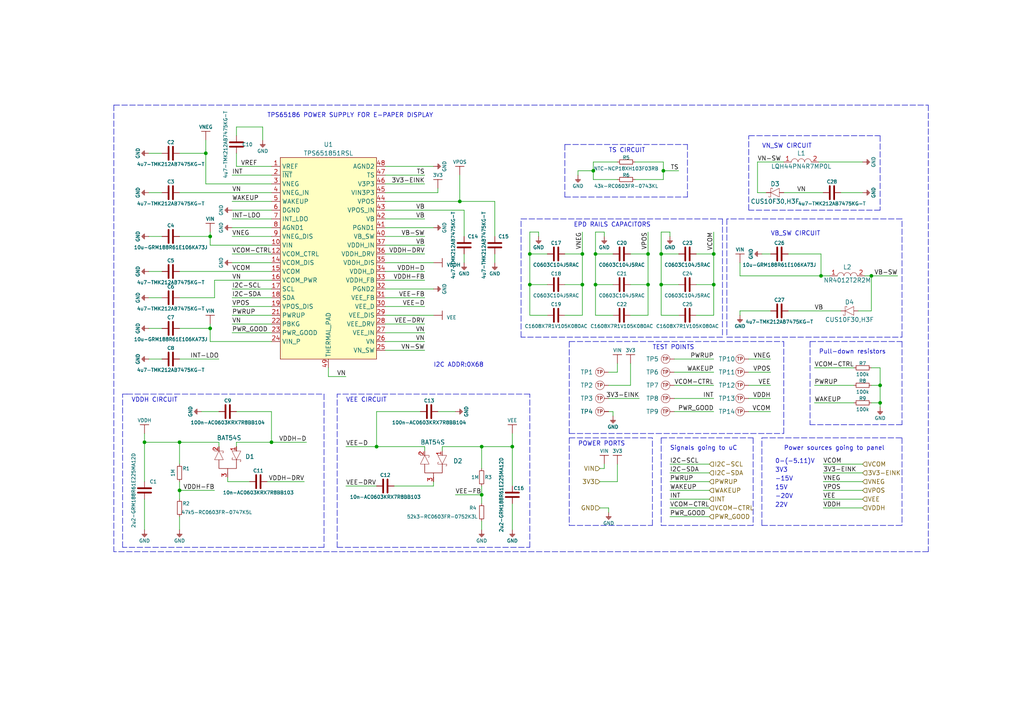
<source format=kicad_sch>
(kicad_sch (version 20211123) (generator eeschema)

  (uuid 89ef2bc0-8232-4be3-b051-e70f2b9027de)

  (paper "A4")

  (title_block
    (title "Soldered Inkplate 6 MOTION")
    (date "2024-05-22")
    (rev "V2.1.0.")
    (company "Soldered Electronics")
    (comment 1 "333321")
  )

  (lib_symbols
    (symbol "e-radionica.com schematics:0603C" (pin_numbers hide) (pin_names (offset 0.002)) (in_bom yes) (on_board yes)
      (property "Reference" "C" (id 0) (at 0 3.81 0)
        (effects (font (size 1 1)))
      )
      (property "Value" "0603C" (id 1) (at 0 -3.175 0)
        (effects (font (size 1 1)))
      )
      (property "Footprint" "e-radionica.com footprinti:0603C" (id 2) (at 0.635 -4.445 0)
        (effects (font (size 1 1)) hide)
      )
      (property "Datasheet" "" (id 3) (at 0 0 0)
        (effects (font (size 1 1)) hide)
      )
      (symbol "0603C_0_1"
        (polyline
          (pts
            (xy -0.635 1.905)
            (xy -0.635 -1.905)
          )
          (stroke (width 0.5) (type default) (color 0 0 0 0))
          (fill (type none))
        )
        (polyline
          (pts
            (xy 0.635 1.905)
            (xy 0.635 -1.905)
          )
          (stroke (width 0.5) (type default) (color 0 0 0 0))
          (fill (type none))
        )
      )
      (symbol "0603C_1_1"
        (pin passive line (at -2.54 0 0) (length 1.9)
          (name "~" (effects (font (size 1.27 1.27))))
          (number "1" (effects (font (size 1.27 1.27))))
        )
        (pin passive line (at 2.54 0 180) (length 1.9)
          (name "~" (effects (font (size 1.27 1.27))))
          (number "2" (effects (font (size 1.27 1.27))))
        )
      )
    )
    (symbol "e-radionica.com schematics:0603R" (pin_numbers hide) (pin_names (offset 0.254)) (in_bom yes) (on_board yes)
      (property "Reference" "R" (id 0) (at 0 1.27 0)
        (effects (font (size 1 1)))
      )
      (property "Value" "0603R" (id 1) (at 0 -1.905 0)
        (effects (font (size 1 1)))
      )
      (property "Footprint" "e-radionica.com footprinti:0603R" (id 2) (at 0 -3.81 0)
        (effects (font (size 1 1)) hide)
      )
      (property "Datasheet" "" (id 3) (at -0.635 1.905 0)
        (effects (font (size 1 1)) hide)
      )
      (symbol "0603R_0_1"
        (rectangle (start -1.905 0.635) (end 1.905 -0.635)
          (stroke (width 0.15) (type default) (color 0 0 0 0))
          (fill (type none))
        )
      )
      (symbol "0603R_1_1"
        (pin passive line (at -2.54 0 0) (length 0.63)
          (name "~" (effects (font (size 1.27 1.27))))
          (number "1" (effects (font (size 1.27 1.27))))
        )
        (pin passive line (at 2.54 0 180) (length 0.63)
          (name "~" (effects (font (size 1.27 1.27))))
          (number "2" (effects (font (size 1.27 1.27))))
        )
      )
    )
    (symbol "e-radionica.com schematics:0805C" (pin_numbers hide) (in_bom yes) (on_board yes)
      (property "Reference" "C" (id 0) (at 0 3.81 0)
        (effects (font (size 1 1)))
      )
      (property "Value" "0805C" (id 1) (at 0 -3.175 0)
        (effects (font (size 1 1)))
      )
      (property "Footprint" "e-radionica.com footprinti:0805C" (id 2) (at 0 -5.08 0)
        (effects (font (size 1 1)) hide)
      )
      (property "Datasheet" "" (id 3) (at 0 0 0)
        (effects (font (size 1 1)) hide)
      )
      (symbol "0805C_0_1"
        (polyline
          (pts
            (xy -0.635 1.905)
            (xy -0.635 -1.905)
          )
          (stroke (width 0.5) (type default) (color 0 0 0 0))
          (fill (type none))
        )
        (polyline
          (pts
            (xy 0.635 1.905)
            (xy 0.635 -1.905)
          )
          (stroke (width 0.5) (type default) (color 0 0 0 0))
          (fill (type none))
        )
      )
      (symbol "0805C_1_1"
        (pin passive line (at -2.54 0 0) (length 1.9)
          (name "~" (effects (font (size 1.27 1.27))))
          (number "1" (effects (font (size 1.27 1.27))))
        )
        (pin passive line (at 2.54 0 180) (length 1.9)
          (name "~" (effects (font (size 1.27 1.27))))
          (number "2" (effects (font (size 1.27 1.27))))
        )
      )
    )
    (symbol "e-radionica.com schematics:3V3" (power) (pin_names (offset 0)) (in_bom yes) (on_board yes)
      (property "Reference" "#PWR" (id 0) (at 4.445 0 0)
        (effects (font (size 1 1)) hide)
      )
      (property "Value" "3V3" (id 1) (at 0 3.556 0)
        (effects (font (size 1 1)))
      )
      (property "Footprint" "" (id 2) (at 4.445 3.81 0)
        (effects (font (size 1 1)) hide)
      )
      (property "Datasheet" "" (id 3) (at 4.445 3.81 0)
        (effects (font (size 1 1)) hide)
      )
      (property "ki_keywords" "power-flag" (id 4) (at 0 0 0)
        (effects (font (size 1.27 1.27)) hide)
      )
      (property "ki_description" "Power symbol creates a global label with name \"3V3\"" (id 5) (at 0 0 0)
        (effects (font (size 1.27 1.27)) hide)
      )
      (symbol "3V3_0_1"
        (polyline
          (pts
            (xy -1.27 2.54)
            (xy 1.27 2.54)
          )
          (stroke (width 0.16) (type default) (color 0 0 0 0))
          (fill (type none))
        )
        (polyline
          (pts
            (xy 0 0)
            (xy 0 2.54)
          )
          (stroke (width 0) (type default) (color 0 0 0 0))
          (fill (type none))
        )
      )
      (symbol "3V3_1_1"
        (pin power_in line (at 0 0 90) (length 0) hide
          (name "3V3" (effects (font (size 1.27 1.27))))
          (number "1" (effects (font (size 1.27 1.27))))
        )
      )
    )
    (symbol "e-radionica.com schematics:BAT54S" (pin_names hide) (in_bom yes) (on_board yes)
      (property "Reference" "D" (id 0) (at 0 5.08 0)
        (effects (font (size 1.27 1.27)))
      )
      (property "Value" "BAT54S" (id 1) (at 0 -5.08 0)
        (effects (font (size 1.27 1.27)))
      )
      (property "Footprint" "e-radionica.com footprinti:SOT-23-3" (id 2) (at -1.27 -7.62 0)
        (effects (font (size 1.27 1.27)) hide)
      )
      (property "Datasheet" "" (id 3) (at -2.54 2.54 0)
        (effects (font (size 1.27 1.27)) hide)
      )
      (symbol "BAT54S_0_1"
        (polyline
          (pts
            (xy 2.54 0)
            (xy 1.27 0)
          )
          (stroke (width 0) (type default) (color 0 0 0 0))
          (fill (type none))
        )
        (polyline
          (pts
            (xy -3.81 -3.81)
            (xy -4.318 -3.81)
            (xy -4.318 -3.556)
          )
          (stroke (width 0.1) (type default) (color 0 0 0 0))
          (fill (type none))
        )
        (polyline
          (pts
            (xy -1.27 3.81)
            (xy -0.762 3.81)
            (xy -0.762 3.556)
          )
          (stroke (width 0.1) (type default) (color 0 0 0 0))
          (fill (type none))
        )
        (polyline
          (pts
            (xy -3.81 -3.81)
            (xy -3.81 -1.27)
            (xy -3.302 -1.27)
            (xy -3.302 -1.524)
          )
          (stroke (width 0.1) (type default) (color 0 0 0 0))
          (fill (type none))
        )
        (polyline
          (pts
            (xy -3.81 1.27)
            (xy -3.81 3.81)
            (xy -1.27 2.54)
            (xy -3.81 1.27)
          )
          (stroke (width 0.1) (type default) (color 0 0 0 0))
          (fill (type none))
        )
        (polyline
          (pts
            (xy -1.27 -1.27)
            (xy -1.27 -3.81)
            (xy -3.81 -2.54)
            (xy -1.27 -1.27)
          )
          (stroke (width 0.1) (type default) (color 0 0 0 0))
          (fill (type none))
        )
        (polyline
          (pts
            (xy -1.27 2.54)
            (xy 1.27 2.54)
            (xy 1.27 -2.54)
            (xy -1.27 -2.54)
          )
          (stroke (width 0) (type default) (color 0 0 0 0))
          (fill (type none))
        )
        (polyline
          (pts
            (xy -1.27 3.81)
            (xy -1.27 1.27)
            (xy -1.778 1.27)
            (xy -1.778 1.524)
          )
          (stroke (width 0.1) (type default) (color 0 0 0 0))
          (fill (type none))
        )
      )
      (symbol "BAT54S_1_1"
        (pin input line (at -5.08 2.54 0) (length 1.27)
          (name "A" (effects (font (size 1.27 1.27))))
          (number "1" (effects (font (size 1.27 1.27))))
        )
        (pin input line (at -5.08 -2.54 0) (length 1.27)
          (name "K" (effects (font (size 1.27 1.27))))
          (number "2" (effects (font (size 1.27 1.27))))
        )
        (pin input line (at 3.81 0 180) (length 1.27)
          (name "3" (effects (font (size 1.27 1.27))))
          (number "3" (effects (font (size 1.27 1.27))))
        )
      )
    )
    (symbol "e-radionica.com schematics:CUS10F30,H3F" (pin_numbers hide) (pin_names hide) (in_bom yes) (on_board yes)
      (property "Reference" "D" (id 0) (at 0 2.54 0)
        (effects (font (size 1.27 1.27)))
      )
      (property "Value" "CUS10F30,H3F" (id 1) (at 0 -2.54 0)
        (effects (font (size 1.27 1.27)))
      )
      (property "Footprint" "e-radionica.com footprinti:SOD-323-2" (id 2) (at 0 -5.08 0)
        (effects (font (size 1.27 1.27)) hide)
      )
      (property "Datasheet" "" (id 3) (at 0 6.35 0)
        (effects (font (size 1.27 1.27)) hide)
      )
      (symbol "CUS10F30,H3F_0_1"
        (polyline
          (pts
            (xy 1.27 1.27)
            (xy 1.778 1.27)
            (xy 1.778 1.016)
          )
          (stroke (width 0.1) (type default) (color 0 0 0 0))
          (fill (type none))
        )
        (polyline
          (pts
            (xy -1.27 -1.27)
            (xy -1.27 1.27)
            (xy 1.27 0)
            (xy -1.27 -1.27)
          )
          (stroke (width 0.1) (type default) (color 0 0 0 0))
          (fill (type none))
        )
        (polyline
          (pts
            (xy 1.27 1.27)
            (xy 1.27 -1.27)
            (xy 0.762 -1.27)
            (xy 0.762 -1.016)
          )
          (stroke (width 0.1) (type default) (color 0 0 0 0))
          (fill (type none))
        )
      )
      (symbol "CUS10F30,H3F_1_1"
        (pin input line (at 2.54 0 180) (length 1.27)
          (name "C" (effects (font (size 1.27 1.27))))
          (number "1" (effects (font (size 1.27 1.27))))
        )
        (pin input line (at -2.54 0 0) (length 1.27)
          (name "A" (effects (font (size 1.27 1.27))))
          (number "2" (effects (font (size 1.27 1.27))))
        )
      )
    )
    (symbol "e-radionica.com schematics:GND" (power) (pin_names (offset 0)) (in_bom yes) (on_board yes)
      (property "Reference" "#PWR" (id 0) (at 4.445 0 0)
        (effects (font (size 1 1)) hide)
      )
      (property "Value" "GND" (id 1) (at 0 -2.921 0)
        (effects (font (size 1 1)))
      )
      (property "Footprint" "" (id 2) (at 4.445 3.81 0)
        (effects (font (size 1 1)) hide)
      )
      (property "Datasheet" "" (id 3) (at 4.445 3.81 0)
        (effects (font (size 1 1)) hide)
      )
      (property "ki_keywords" "power-flag" (id 4) (at 0 0 0)
        (effects (font (size 1.27 1.27)) hide)
      )
      (property "ki_description" "Power symbol creates a global label with name \"GND\"" (id 5) (at 0 0 0)
        (effects (font (size 1.27 1.27)) hide)
      )
      (symbol "GND_0_1"
        (polyline
          (pts
            (xy -0.762 -1.27)
            (xy 0.762 -1.27)
          )
          (stroke (width 0.16) (type default) (color 0 0 0 0))
          (fill (type none))
        )
        (polyline
          (pts
            (xy -0.635 -1.524)
            (xy 0.635 -1.524)
          )
          (stroke (width 0.16) (type default) (color 0 0 0 0))
          (fill (type none))
        )
        (polyline
          (pts
            (xy -0.381 -1.778)
            (xy 0.381 -1.778)
          )
          (stroke (width 0.16) (type default) (color 0 0 0 0))
          (fill (type none))
        )
        (polyline
          (pts
            (xy -0.127 -2.032)
            (xy 0.127 -2.032)
          )
          (stroke (width 0.16) (type default) (color 0 0 0 0))
          (fill (type none))
        )
        (polyline
          (pts
            (xy 0 0)
            (xy 0 -1.27)
          )
          (stroke (width 0.16) (type default) (color 0 0 0 0))
          (fill (type none))
        )
      )
      (symbol "GND_1_1"
        (pin power_in line (at 0 0 270) (length 0) hide
          (name "GND" (effects (font (size 1.27 1.27))))
          (number "1" (effects (font (size 1.27 1.27))))
        )
      )
    )
    (symbol "e-radionica.com schematics:LQH44PN4R7MP0L" (in_bom yes) (on_board yes)
      (property "Reference" "L" (id 0) (at 0 2.54 0)
        (effects (font (size 1.27 1.27)))
      )
      (property "Value" "LQH44PN4R7MP0L" (id 1) (at 0 -1.27 0)
        (effects (font (size 1.27 1.27)))
      )
      (property "Footprint" "e-radionica.com footprinti:1515L" (id 2) (at 0 -3.81 0)
        (effects (font (size 1.27 1.27)) hide)
      )
      (property "Datasheet" "" (id 3) (at 0 1.27 0)
        (effects (font (size 1.27 1.27)) hide)
      )
      (symbol "LQH44PN4R7MP0L_0_1"
        (arc (start -0.9525 0.0138) (mid -1.905 0.9526) (end -2.8575 0.0138)
          (stroke (width 0.1) (type default) (color 0 0 0 0))
          (fill (type none))
        )
        (arc (start 0.9525 0.0138) (mid 0 0.9526) (end -0.9525 0.0138)
          (stroke (width 0.1) (type default) (color 0 0 0 0))
          (fill (type none))
        )
        (arc (start 2.8575 0.0138) (mid 1.905 0.9526) (end 0.9525 0.0138)
          (stroke (width 0.1) (type default) (color 0 0 0 0))
          (fill (type none))
        )
      )
      (symbol "LQH44PN4R7MP0L_1_1"
        (pin passive line (at -5.08 0 0) (length 2.2)
          (name "" (effects (font (size 1.27 1.27))))
          (number "1" (effects (font (size 1.27 1.27))))
        )
        (pin passive line (at 5.08 0 180) (length 2.2)
          (name "" (effects (font (size 1.27 1.27))))
          (number "2" (effects (font (size 1.27 1.27))))
        )
      )
    )
    (symbol "e-radionica.com schematics:NR4012T2R2M" (in_bom yes) (on_board yes)
      (property "Reference" "L" (id 0) (at 0 2.54 0)
        (effects (font (size 1.27 1.27)))
      )
      (property "Value" "NR4012T2R2M" (id 1) (at 0 -1.27 0)
        (effects (font (size 1.27 1.27)))
      )
      (property "Footprint" "e-radionica.com footprinti:NR4012" (id 2) (at -1.27 -3.81 0)
        (effects (font (size 1.27 1.27)) hide)
      )
      (property "Datasheet" "" (id 3) (at 0 6.35 0)
        (effects (font (size 1.27 1.27)) hide)
      )
      (symbol "NR4012T2R2M_0_1"
        (arc (start -0.9525 0.0138) (mid -1.905 0.9526) (end -2.8575 0.0138)
          (stroke (width 0.1) (type default) (color 0 0 0 0))
          (fill (type none))
        )
        (arc (start 0.9525 0.0138) (mid 0 0.9526) (end -0.9525 0.0138)
          (stroke (width 0.1) (type default) (color 0 0 0 0))
          (fill (type none))
        )
        (arc (start 2.8575 0.0138) (mid 1.905 0.9526) (end 0.9525 0.0138)
          (stroke (width 0.1) (type default) (color 0 0 0 0))
          (fill (type none))
        )
      )
      (symbol "NR4012T2R2M_1_1"
        (pin passive line (at -5.08 0 0) (length 2.2)
          (name "" (effects (font (size 1.27 1.27))))
          (number "1" (effects (font (size 1.27 1.27))))
        )
        (pin passive line (at 5.08 0 180) (length 2.2)
          (name "" (effects (font (size 1.27 1.27))))
          (number "2" (effects (font (size 1.27 1.27))))
        )
      )
    )
    (symbol "e-radionica.com schematics:TPS651851RSL" (in_bom yes) (on_board yes)
      (property "Reference" "U" (id 0) (at 0 29.21 0)
        (effects (font (size 1.27 1.27)))
      )
      (property "Value" "TPS651851RSL" (id 1) (at -10.16 -31.75 0)
        (effects (font (size 1.27 1.27)))
      )
      (property "Footprint" "e-radionica.com footprinti:VQFN-48_RSL" (id 2) (at 0 -40.64 0)
        (effects (font (size 1.27 1.27)) hide)
      )
      (property "Datasheet" "" (id 3) (at 0 -2.54 0)
        (effects (font (size 1.27 1.27)) hide)
      )
      (property "ki_keywords" "TPS651851RSL e-paper" (id 4) (at 0 0 0)
        (effects (font (size 1.27 1.27)) hide)
      )
      (property "ki_description" "E-paper PSU IC" (id 5) (at 0 0 0)
        (effects (font (size 1.27 1.27)) hide)
      )
      (symbol "TPS651851RSL_0_1"
        (rectangle (start -13.97 27.94) (end 13.97 -30.48)
          (stroke (width 0.1524) (type default) (color 0 0 0 0))
          (fill (type background))
        )
      )
      (symbol "TPS651851RSL_1_1"
        (pin passive line (at -16.51 25.4 0) (length 2.54)
          (name "VREF" (effects (font (size 1.27 1.27))))
          (number "1" (effects (font (size 1.27 1.27))))
        )
        (pin passive line (at -16.51 2.54 0) (length 2.54)
          (name "VIN" (effects (font (size 1.27 1.27))))
          (number "10" (effects (font (size 1.27 1.27))))
        )
        (pin passive line (at -16.51 0 0) (length 2.54)
          (name "VCOM_CTRL" (effects (font (size 1.27 1.27))))
          (number "12" (effects (font (size 1.27 1.27))))
        )
        (pin passive line (at -16.51 -2.54 0) (length 2.54)
          (name "VCOM_DIS" (effects (font (size 1.27 1.27))))
          (number "14" (effects (font (size 1.27 1.27))))
        )
        (pin passive line (at -16.51 -5.08 0) (length 2.54)
          (name "VCOM" (effects (font (size 1.27 1.27))))
          (number "15" (effects (font (size 1.27 1.27))))
        )
        (pin passive line (at -16.51 -7.62 0) (length 2.54)
          (name "VCOM_PWR" (effects (font (size 1.27 1.27))))
          (number "16" (effects (font (size 1.27 1.27))))
        )
        (pin passive line (at -16.51 -10.16 0) (length 2.54)
          (name "SCL" (effects (font (size 1.27 1.27))))
          (number "17" (effects (font (size 1.27 1.27))))
        )
        (pin passive line (at -16.51 -12.7 0) (length 2.54)
          (name "SDA" (effects (font (size 1.27 1.27))))
          (number "18" (effects (font (size 1.27 1.27))))
        )
        (pin passive line (at -16.51 -15.24 0) (length 2.54)
          (name "VPOS_DIS" (effects (font (size 1.27 1.27))))
          (number "19" (effects (font (size 1.27 1.27))))
        )
        (pin passive line (at -16.51 22.86 0) (length 2.54)
          (name "~{INT}" (effects (font (size 1.27 1.27))))
          (number "2" (effects (font (size 1.27 1.27))))
        )
        (pin passive line (at -16.51 -17.78 0) (length 2.54)
          (name "PWRUP" (effects (font (size 1.27 1.27))))
          (number "21" (effects (font (size 1.27 1.27))))
        )
        (pin passive line (at -16.51 -20.32 0) (length 2.54)
          (name "PBKG" (effects (font (size 1.27 1.27))))
          (number "22" (effects (font (size 1.27 1.27))))
        )
        (pin passive line (at -16.51 -22.86 0) (length 2.54)
          (name "PWR_GOOD" (effects (font (size 1.27 1.27))))
          (number "23" (effects (font (size 1.27 1.27))))
        )
        (pin passive line (at -16.51 -25.4 0) (length 2.54)
          (name "VIN_P" (effects (font (size 1.27 1.27))))
          (number "24" (effects (font (size 1.27 1.27))))
        )
        (pin passive line (at 16.51 -27.94 180) (length 2.54)
          (name "VN_SW" (effects (font (size 1.27 1.27))))
          (number "25" (effects (font (size 1.27 1.27))))
        )
        (pin passive line (at 16.51 -25.4 180) (length 2.54)
          (name "VN" (effects (font (size 1.27 1.27))))
          (number "26" (effects (font (size 1.27 1.27))))
        )
        (pin passive line (at 16.51 -22.86 180) (length 2.54)
          (name "VEE_IN" (effects (font (size 1.27 1.27))))
          (number "27" (effects (font (size 1.27 1.27))))
        )
        (pin passive line (at 16.51 -20.32 180) (length 2.54)
          (name "VEE_DRV" (effects (font (size 1.27 1.27))))
          (number "28" (effects (font (size 1.27 1.27))))
        )
        (pin passive line (at 16.51 -17.78 180) (length 2.54)
          (name "VEE_DIS" (effects (font (size 1.27 1.27))))
          (number "29" (effects (font (size 1.27 1.27))))
        )
        (pin passive line (at -16.51 20.32 0) (length 2.54)
          (name "VNEG" (effects (font (size 1.27 1.27))))
          (number "3" (effects (font (size 1.27 1.27))))
        )
        (pin passive line (at 16.51 -15.24 180) (length 2.54)
          (name "VEE_D" (effects (font (size 1.27 1.27))))
          (number "30" (effects (font (size 1.27 1.27))))
        )
        (pin passive line (at 16.51 -12.7 180) (length 2.54)
          (name "VEE_FB" (effects (font (size 1.27 1.27))))
          (number "31" (effects (font (size 1.27 1.27))))
        )
        (pin passive line (at 16.51 -10.16 180) (length 2.54)
          (name "PGND2" (effects (font (size 1.27 1.27))))
          (number "32" (effects (font (size 1.27 1.27))))
        )
        (pin passive line (at 16.51 -7.62 180) (length 2.54)
          (name "VDDH_FB" (effects (font (size 1.27 1.27))))
          (number "33" (effects (font (size 1.27 1.27))))
        )
        (pin passive line (at 16.51 -5.08 180) (length 2.54)
          (name "VDDH_D" (effects (font (size 1.27 1.27))))
          (number "34" (effects (font (size 1.27 1.27))))
        )
        (pin passive line (at 16.51 -2.54 180) (length 2.54)
          (name "VDDH_DIS" (effects (font (size 1.27 1.27))))
          (number "35" (effects (font (size 1.27 1.27))))
        )
        (pin passive line (at 16.51 0 180) (length 2.54)
          (name "VDDH_DRV" (effects (font (size 1.27 1.27))))
          (number "36" (effects (font (size 1.27 1.27))))
        )
        (pin passive line (at 16.51 2.54 180) (length 2.54)
          (name "VDDH_IN" (effects (font (size 1.27 1.27))))
          (number "37" (effects (font (size 1.27 1.27))))
        )
        (pin passive line (at -16.51 17.78 0) (length 2.54)
          (name "VNEG_IN" (effects (font (size 1.27 1.27))))
          (number "4" (effects (font (size 1.27 1.27))))
        )
        (pin passive line (at 16.51 5.08 180) (length 2.54)
          (name "VB_SW" (effects (font (size 1.27 1.27))))
          (number "40" (effects (font (size 1.27 1.27))))
        )
        (pin passive line (at 16.51 7.62 180) (length 2.54)
          (name "PGND1" (effects (font (size 1.27 1.27))))
          (number "41" (effects (font (size 1.27 1.27))))
        )
        (pin passive line (at 16.51 10.16 180) (length 2.54)
          (name "VB" (effects (font (size 1.27 1.27))))
          (number "42" (effects (font (size 1.27 1.27))))
        )
        (pin passive line (at 16.51 12.7 180) (length 2.54)
          (name "VPOS_IN" (effects (font (size 1.27 1.27))))
          (number "43" (effects (font (size 1.27 1.27))))
        )
        (pin passive line (at 16.51 15.24 180) (length 2.54)
          (name "VPOS" (effects (font (size 1.27 1.27))))
          (number "44" (effects (font (size 1.27 1.27))))
        )
        (pin passive line (at 16.51 17.78 180) (length 2.54)
          (name "VIN3P3" (effects (font (size 1.27 1.27))))
          (number "45" (effects (font (size 1.27 1.27))))
        )
        (pin passive line (at 16.51 20.32 180) (length 2.54)
          (name "V3P3" (effects (font (size 1.27 1.27))))
          (number "46" (effects (font (size 1.27 1.27))))
        )
        (pin passive line (at 16.51 22.86 180) (length 2.54)
          (name "TS" (effects (font (size 1.27 1.27))))
          (number "47" (effects (font (size 1.27 1.27))))
        )
        (pin passive line (at 16.51 25.4 180) (length 2.54)
          (name "AGND2" (effects (font (size 1.27 1.27))))
          (number "48" (effects (font (size 1.27 1.27))))
        )
        (pin passive line (at 0 -33.02 90) (length 2.54)
          (name "THERMAL_PAD" (effects (font (size 1.27 1.27))))
          (number "49" (effects (font (size 1.27 1.27))))
        )
        (pin passive line (at -16.51 15.24 0) (length 2.54)
          (name "WAKEUP" (effects (font (size 1.27 1.27))))
          (number "5" (effects (font (size 1.27 1.27))))
        )
        (pin passive line (at -16.51 12.7 0) (length 2.54)
          (name "DGND" (effects (font (size 1.27 1.27))))
          (number "6" (effects (font (size 1.27 1.27))))
        )
        (pin passive line (at -16.51 10.16 0) (length 2.54)
          (name "INT_LDO" (effects (font (size 1.27 1.27))))
          (number "7" (effects (font (size 1.27 1.27))))
        )
        (pin passive line (at -16.51 7.62 0) (length 2.54)
          (name "AGND1" (effects (font (size 1.27 1.27))))
          (number "8" (effects (font (size 1.27 1.27))))
        )
        (pin passive line (at -16.51 5.08 0) (length 2.54)
          (name "VNEG_DIS" (effects (font (size 1.27 1.27))))
          (number "9" (effects (font (size 1.27 1.27))))
        )
      )
    )
    (symbol "e-radionica.com schematics:Test_Point_SMD_0.8mm" (pin_numbers hide) (pin_names hide) (in_bom yes) (on_board yes)
      (property "Reference" "TP" (id 0) (at 0 2.54 0)
        (effects (font (size 1.27 1.27)))
      )
      (property "Value" "Test_Point_SMD_0.8mm" (id 1) (at 0 -2.54 0)
        (effects (font (size 1.27 1.27)) hide)
      )
      (property "Footprint" "e-radionica.com footprinti:Test_Point_SMD_0.8mm" (id 2) (at -1.27 -5.08 0)
        (effects (font (size 1.27 1.27)) hide)
      )
      (property "Datasheet" "" (id 3) (at -0.635 0 0)
        (effects (font (size 1.27 1.27)) hide)
      )
      (symbol "Test_Point_SMD_0.8mm_0_0"
        (text "TP" (at 0 0 0)
          (effects (font (size 1 1)))
        )
      )
      (symbol "Test_Point_SMD_0.8mm_0_1"
        (circle (center 0 0) (radius 1.27)
          (stroke (width 0.1) (type default) (color 0 0 0 0))
          (fill (type none))
        )
      )
      (symbol "Test_Point_SMD_0.8mm_1_1"
        (pin passive line (at 2.54 0 180) (length 1.27)
          (name "~" (effects (font (size 1 1))))
          (number "TP" (effects (font (size 1 1))))
        )
      )
    )
    (symbol "e-radionica.com schematics:VDDH" (power) (pin_names (offset 0)) (in_bom yes) (on_board yes)
      (property "Reference" "#PWR" (id 0) (at 4.445 0 0)
        (effects (font (size 1 1)) hide)
      )
      (property "Value" "VDDH" (id 1) (at 0 3.556 0)
        (effects (font (size 1 1)))
      )
      (property "Footprint" "" (id 2) (at 4.445 3.81 0)
        (effects (font (size 1 1)) hide)
      )
      (property "Datasheet" "" (id 3) (at 4.445 3.81 0)
        (effects (font (size 1 1)) hide)
      )
      (property "ki_keywords" "power-flag" (id 4) (at 0 0 0)
        (effects (font (size 1.27 1.27)) hide)
      )
      (property "ki_description" "Power symbol creates a global label with name \"VDDH\"" (id 5) (at 0 0 0)
        (effects (font (size 1.27 1.27)) hide)
      )
      (symbol "VDDH_0_1"
        (polyline
          (pts
            (xy -1.27 2.54)
            (xy 1.27 2.54)
          )
          (stroke (width 0.16) (type default) (color 0 0 0 0))
          (fill (type none))
        )
        (polyline
          (pts
            (xy 0 0)
            (xy 0 2.54)
          )
          (stroke (width 0) (type default) (color 0 0 0 0))
          (fill (type none))
        )
      )
      (symbol "VDDH_1_1"
        (pin power_in line (at 0 0 90) (length 0) hide
          (name "VDDH" (effects (font (size 1.27 1.27))))
          (number "1" (effects (font (size 1.27 1.27))))
        )
      )
    )
    (symbol "e-radionica.com schematics:VEE" (power) (pin_names (offset 0)) (in_bom yes) (on_board yes)
      (property "Reference" "#PWR" (id 0) (at 4.445 0 0)
        (effects (font (size 1 1)) hide)
      )
      (property "Value" "VEE" (id 1) (at 0 3.556 0)
        (effects (font (size 1 1)))
      )
      (property "Footprint" "" (id 2) (at 4.445 3.81 0)
        (effects (font (size 1 1)) hide)
      )
      (property "Datasheet" "" (id 3) (at 4.445 3.81 0)
        (effects (font (size 1 1)) hide)
      )
      (property "ki_keywords" "power-flag" (id 4) (at 0 0 0)
        (effects (font (size 1.27 1.27)) hide)
      )
      (property "ki_description" "Power symbol creates a global label with name \"VEE\"" (id 5) (at 0 0 0)
        (effects (font (size 1.27 1.27)) hide)
      )
      (symbol "VEE_0_1"
        (polyline
          (pts
            (xy -1.27 2.54)
            (xy 1.27 2.54)
          )
          (stroke (width 0.16) (type default) (color 0 0 0 0))
          (fill (type none))
        )
        (polyline
          (pts
            (xy 0 0)
            (xy 0 2.54)
          )
          (stroke (width 0) (type default) (color 0 0 0 0))
          (fill (type none))
        )
      )
      (symbol "VEE_1_1"
        (pin power_in line (at 0 0 90) (length 0) hide
          (name "VEE" (effects (font (size 1.27 1.27))))
          (number "1" (effects (font (size 1.27 1.27))))
        )
      )
    )
    (symbol "e-radionica.com schematics:VIN" (power) (pin_names (offset 0)) (in_bom yes) (on_board yes)
      (property "Reference" "#PWR" (id 0) (at 4.445 0 0)
        (effects (font (size 1 1)) hide)
      )
      (property "Value" "VIN" (id 1) (at 0 3.556 0)
        (effects (font (size 1 1)))
      )
      (property "Footprint" "" (id 2) (at 4.445 3.81 0)
        (effects (font (size 1 1)) hide)
      )
      (property "Datasheet" "" (id 3) (at 4.445 3.81 0)
        (effects (font (size 1 1)) hide)
      )
      (property "ki_keywords" "power-flag" (id 4) (at 0 0 0)
        (effects (font (size 1.27 1.27)) hide)
      )
      (property "ki_description" "Power symbol creates a global label with name \"VIN\"" (id 5) (at 0 0 0)
        (effects (font (size 1.27 1.27)) hide)
      )
      (symbol "VIN_0_1"
        (polyline
          (pts
            (xy -1.27 2.54)
            (xy 1.27 2.54)
          )
          (stroke (width 0.16) (type default) (color 0 0 0 0))
          (fill (type none))
        )
        (polyline
          (pts
            (xy 0 0)
            (xy 0 2.54)
          )
          (stroke (width 0) (type default) (color 0 0 0 0))
          (fill (type none))
        )
      )
      (symbol "VIN_1_1"
        (pin power_in line (at 0 0 90) (length 0) hide
          (name "VIN" (effects (font (size 1.27 1.27))))
          (number "1" (effects (font (size 1.27 1.27))))
        )
      )
    )
    (symbol "e-radionica.com schematics:VNEG" (power) (pin_names (offset 0)) (in_bom yes) (on_board yes)
      (property "Reference" "#PWR" (id 0) (at 4.445 0 0)
        (effects (font (size 1 1)) hide)
      )
      (property "Value" "VNEG" (id 1) (at 0 3.556 0)
        (effects (font (size 1 1)))
      )
      (property "Footprint" "" (id 2) (at 4.445 3.81 0)
        (effects (font (size 1 1)) hide)
      )
      (property "Datasheet" "" (id 3) (at 4.445 3.81 0)
        (effects (font (size 1 1)) hide)
      )
      (property "ki_keywords" "power-flag" (id 4) (at 0 0 0)
        (effects (font (size 1.27 1.27)) hide)
      )
      (property "ki_description" "Power symbol creates a global label with name \"VNEG\"" (id 5) (at 0 0 0)
        (effects (font (size 1.27 1.27)) hide)
      )
      (symbol "VNEG_0_1"
        (polyline
          (pts
            (xy -1.27 2.54)
            (xy 1.27 2.54)
          )
          (stroke (width 0.16) (type default) (color 0 0 0 0))
          (fill (type none))
        )
        (polyline
          (pts
            (xy 0 0)
            (xy 0 2.54)
          )
          (stroke (width 0) (type default) (color 0 0 0 0))
          (fill (type none))
        )
      )
      (symbol "VNEG_1_1"
        (pin power_in line (at 0 0 90) (length 0) hide
          (name "VNEG" (effects (font (size 1.27 1.27))))
          (number "1" (effects (font (size 1.27 1.27))))
        )
      )
    )
    (symbol "e-radionica.com schematics:VPOS" (power) (pin_names (offset 0)) (in_bom yes) (on_board yes)
      (property "Reference" "#PWR" (id 0) (at 4.445 0 0)
        (effects (font (size 1 1)) hide)
      )
      (property "Value" "VPOS" (id 1) (at 0 3.556 0)
        (effects (font (size 1 1)))
      )
      (property "Footprint" "" (id 2) (at 4.445 3.81 0)
        (effects (font (size 1 1)) hide)
      )
      (property "Datasheet" "" (id 3) (at 4.445 3.81 0)
        (effects (font (size 1 1)) hide)
      )
      (property "ki_keywords" "power-flag" (id 4) (at 0 0 0)
        (effects (font (size 1.27 1.27)) hide)
      )
      (property "ki_description" "Power symbol creates a global label with name \"VPOS\"" (id 5) (at 0 0 0)
        (effects (font (size 1.27 1.27)) hide)
      )
      (symbol "VPOS_0_1"
        (polyline
          (pts
            (xy -1.27 2.54)
            (xy 1.27 2.54)
          )
          (stroke (width 0.16) (type default) (color 0 0 0 0))
          (fill (type none))
        )
        (polyline
          (pts
            (xy 0 0)
            (xy 0 2.54)
          )
          (stroke (width 0) (type default) (color 0 0 0 0))
          (fill (type none))
        )
      )
      (symbol "VPOS_1_1"
        (pin power_in line (at 0 0 90) (length 0) hide
          (name "VPOS" (effects (font (size 1.27 1.27))))
          (number "1" (effects (font (size 1.27 1.27))))
        )
      )
    )
  )

  (junction (at 207.01 82.55) (diameter 0) (color 0 0 0 0)
    (uuid 09de0b6b-42b8-438c-ad8d-fec4bd8a5dbc)
  )
  (junction (at 187.96 82.55) (diameter 0) (color 0 0 0 0)
    (uuid 18cff8f5-27b0-4df9-811b-adce816879a8)
  )
  (junction (at 60.96 68.58) (diameter 0) (color 0 0 0 0)
    (uuid 221c220e-99de-4c9b-99b7-29b8cf609b86)
  )
  (junction (at 139.7 129.54) (diameter 0) (color 0 0 0 0)
    (uuid 2414dcce-4dd5-47ae-8312-65ca92d80423)
  )
  (junction (at 238.125 80.01) (diameter 0) (color 0 0 0 0)
    (uuid 25b3417d-e632-45d4-b765-e2d8991df45c)
  )
  (junction (at 191.77 73.66) (diameter 0) (color 0 0 0 0)
    (uuid 267aa60f-3257-460f-88e8-08530c18a5f3)
  )
  (junction (at 153.67 82.55) (diameter 0) (color 0 0 0 0)
    (uuid 411853c5-39cc-40ca-b62d-235d5b32ceb7)
  )
  (junction (at 255.27 111.76) (diameter 0) (color 0 0 0 0)
    (uuid 4579c020-717b-4d89-bc19-e79842cd1d11)
  )
  (junction (at 191.77 82.55) (diameter 0) (color 0 0 0 0)
    (uuid 4e4d6356-1833-4749-8623-8f143d9e479f)
  )
  (junction (at 52.07 142.24) (diameter 0) (color 0 0 0 0)
    (uuid 4ead5068-4178-40ad-9669-4cc79d70b2a9)
  )
  (junction (at 207.01 73.66) (diameter 0) (color 0 0 0 0)
    (uuid 5df08452-040b-46fc-bdc9-5d57d8f36340)
  )
  (junction (at 168.91 73.66) (diameter 0) (color 0 0 0 0)
    (uuid 62784632-4ef5-439a-b2b4-85089b4c1ecf)
  )
  (junction (at 109.22 129.54) (diameter 0) (color 0 0 0 0)
    (uuid 66a377ae-d335-4804-88f5-dcc4bc8854da)
  )
  (junction (at 59.69 44.45) (diameter 0) (color 0 0 0 0)
    (uuid 71142a6d-7e6f-460e-ab5a-add0da5038c8)
  )
  (junction (at 148.59 129.54) (diameter 0) (color 0 0 0 0)
    (uuid 85e038e6-661f-478f-957f-082ce369ad2f)
  )
  (junction (at 52.07 128.27) (diameter 0) (color 0 0 0 0)
    (uuid 885fe46f-dff4-47c9-a475-f5d976fdd727)
  )
  (junction (at 60.96 95.25) (diameter 0) (color 0 0 0 0)
    (uuid 8ff9f465-115b-43eb-8fe3-3e0ea14ba581)
  )
  (junction (at 252.73 80.01) (diameter 0) (color 0 0 0 0)
    (uuid 936f010a-160e-489f-8cfc-f8a42845ed4b)
  )
  (junction (at 192.405 49.53) (diameter 0) (color 0 0 0 0)
    (uuid 972cbff3-79f3-4617-897f-42f411891240)
  )
  (junction (at 172.085 49.53) (diameter 0) (color 0 0 0 0)
    (uuid 9c53e14a-1383-4b4d-a21c-7292f215ba03)
  )
  (junction (at 255.27 116.84) (diameter 0) (color 0 0 0 0)
    (uuid a54df9e5-4527-425c-a059-c9602b2e3c72)
  )
  (junction (at 168.91 82.55) (diameter 0) (color 0 0 0 0)
    (uuid ac23fd57-90db-410b-ac33-00cef6a758ef)
  )
  (junction (at 139.7 143.51) (diameter 0) (color 0 0 0 0)
    (uuid b3ee0676-4f1d-47b2-8e15-52c4996341ba)
  )
  (junction (at 153.67 73.66) (diameter 0) (color 0 0 0 0)
    (uuid b463c02f-7700-40ba-9236-4faeab1c8d50)
  )
  (junction (at 187.96 73.66) (diameter 0) (color 0 0 0 0)
    (uuid ba8dab57-9704-4ac7-88e5-cf7fa5f4bb66)
  )
  (junction (at 133.35 58.42) (diameter 0) (color 0 0 0 0)
    (uuid c86d753a-79fd-4ae0-9945-51443cb986b6)
  )
  (junction (at 41.91 128.27) (diameter 0) (color 0 0 0 0)
    (uuid d17abcae-02c8-4d00-a5ad-c893e5317aca)
  )
  (junction (at 172.72 73.66) (diameter 0) (color 0 0 0 0)
    (uuid d4ef5d41-3d6b-484f-9e85-6a9fd47b5d8f)
  )
  (junction (at 172.72 82.55) (diameter 0) (color 0 0 0 0)
    (uuid db786875-9d53-4e97-9c7e-0ba851009c11)
  )
  (junction (at 78.74 128.27) (diameter 0) (color 0 0 0 0)
    (uuid def294ff-dbf1-43fc-b8e4-b1505d5f631a)
  )

  (wire (pts (xy 43.18 44.45) (xy 46.99 44.45))
    (stroke (width 0) (type default) (color 0 0 0 0))
    (uuid 00efb45b-0a2c-4ca9-8bac-c9b45dbbc644)
  )
  (wire (pts (xy 43.18 68.58) (xy 46.99 68.58))
    (stroke (width 0) (type default) (color 0 0 0 0))
    (uuid 01a8f41c-0b72-4733-bf10-9afc53d74b3d)
  )
  (wire (pts (xy 111.76 55.88) (xy 127 55.88))
    (stroke (width 0) (type default) (color 0 0 0 0))
    (uuid 01d8c872-0a3a-4c55-a250-50bb16798c2d)
  )
  (wire (pts (xy 111.76 96.52) (xy 123.19 96.52))
    (stroke (width 0) (type default) (color 0 0 0 0))
    (uuid 0268cdfd-1911-4a45-8852-90694a63323f)
  )
  (wire (pts (xy 207.01 82.55) (xy 201.93 82.55))
    (stroke (width 0) (type default) (color 0 0 0 0))
    (uuid 06233291-bb89-4cca-84b7-2369c0fb9aef)
  )
  (wire (pts (xy 194.31 149.86) (xy 205.74 149.86))
    (stroke (width 0) (type default) (color 0 0 0 0))
    (uuid 0629260a-f5b8-45ca-a6d5-81b83d088c60)
  )
  (wire (pts (xy 228.6 90.17) (xy 243.84 90.17))
    (stroke (width 0) (type default) (color 0 0 0 0))
    (uuid 065fcd48-9968-4148-bb20-5175c78df887)
  )
  (wire (pts (xy 52.07 95.25) (xy 60.96 95.25))
    (stroke (width 0) (type default) (color 0 0 0 0))
    (uuid 0837e0b2-e8d2-4752-a858-27af751227ff)
  )
  (wire (pts (xy 52.07 104.14) (xy 63.5 104.14))
    (stroke (width 0) (type default) (color 0 0 0 0))
    (uuid 08588b51-5b97-4b6b-946f-23bafc626edd)
  )
  (wire (pts (xy 60.96 68.58) (xy 60.96 67.31))
    (stroke (width 0) (type default) (color 0 0 0 0))
    (uuid 085be0c5-843b-46ad-9c90-fd823b8ce56b)
  )
  (wire (pts (xy 78.74 71.12) (xy 60.96 71.12))
    (stroke (width 0) (type default) (color 0 0 0 0))
    (uuid 08dbdcd9-dbe2-47c1-a6ea-6f1a97fdc7c2)
  )
  (polyline (pts (xy 165.1 99.06) (xy 165.1 125.73))
    (stroke (width 0) (type default) (color 0 0 0 0))
    (uuid 0961a81e-ed40-40c5-bc17-3121acc1332a)
  )

  (wire (pts (xy 168.91 73.66) (xy 168.91 82.55))
    (stroke (width 0) (type default) (color 0 0 0 0))
    (uuid 0beb5ad5-9d60-4ad7-8078-49562757d39e)
  )
  (wire (pts (xy 177.8 120.65) (xy 177.8 119.38))
    (stroke (width 0) (type default) (color 0 0 0 0))
    (uuid 0c0a7bfe-453a-42f3-8dad-fde8ae6bbb69)
  )
  (wire (pts (xy 139.7 129.54) (xy 139.7 135.89))
    (stroke (width 0) (type default) (color 0 0 0 0))
    (uuid 0c6088a2-6cfa-4897-97dc-66c39620fbeb)
  )
  (wire (pts (xy 250.825 80.01) (xy 252.73 80.01))
    (stroke (width 0) (type default) (color 0 0 0 0))
    (uuid 0cf26e74-b38b-4c00-b486-923b8326aaa6)
  )
  (wire (pts (xy 255.27 106.68) (xy 255.27 111.76))
    (stroke (width 0) (type default) (color 0 0 0 0))
    (uuid 0de19e83-7715-4af5-a5ec-954cd65ee7f0)
  )
  (wire (pts (xy 238.76 144.78) (xy 250.19 144.78))
    (stroke (width 0) (type default) (color 0 0 0 0))
    (uuid 0edf9512-ad4f-4391-915a-f7f424edc969)
  )
  (wire (pts (xy 67.31 60.96) (xy 78.74 60.96))
    (stroke (width 0) (type default) (color 0 0 0 0))
    (uuid 10ba10cd-9e6f-402e-a6ac-0cd1c0f34500)
  )
  (wire (pts (xy 111.76 86.36) (xy 123.19 86.36))
    (stroke (width 0) (type default) (color 0 0 0 0))
    (uuid 112ee974-8308-46b2-9ba8-ebcb8102600e)
  )
  (wire (pts (xy 43.18 78.74) (xy 46.99 78.74))
    (stroke (width 0) (type default) (color 0 0 0 0))
    (uuid 11867856-c154-47d3-b5df-233a939e7035)
  )
  (polyline (pts (xy 234.95 99.06) (xy 261.62 99.06))
    (stroke (width 0) (type default) (color 0 0 0 0))
    (uuid 121f7afa-4a0e-4df7-8f79-1b86bcaebc1b)
  )

  (wire (pts (xy 252.73 106.68) (xy 255.27 106.68))
    (stroke (width 0) (type default) (color 0 0 0 0))
    (uuid 13d479e5-5b2b-4054-b1f0-c48b563192d1)
  )
  (wire (pts (xy 187.96 67.31) (xy 187.96 73.66))
    (stroke (width 0) (type default) (color 0 0 0 0))
    (uuid 153de7ef-16d5-4c68-b82d-e07e6a600807)
  )
  (wire (pts (xy 111.76 63.5) (xy 123.19 63.5))
    (stroke (width 0) (type default) (color 0 0 0 0))
    (uuid 1548ffec-8284-4be7-ae71-ae8e6e024ca3)
  )
  (wire (pts (xy 52.07 78.74) (xy 78.74 78.74))
    (stroke (width 0) (type default) (color 0 0 0 0))
    (uuid 1717d80f-4463-478f-a11f-9d1d1c15c8df)
  )
  (wire (pts (xy 60.96 95.25) (xy 60.96 93.98))
    (stroke (width 0) (type default) (color 0 0 0 0))
    (uuid 177e2eb7-96f2-4bdf-88cd-be5beeed63ef)
  )
  (wire (pts (xy 76.2 40.64) (xy 76.2 36.83))
    (stroke (width 0) (type default) (color 0 0 0 0))
    (uuid 1788115d-8e55-4942-a4ca-995d69c5fc11)
  )
  (wire (pts (xy 196.85 82.55) (xy 191.77 82.55))
    (stroke (width 0) (type default) (color 0 0 0 0))
    (uuid 17a1a7bb-9a83-4ff5-a4e3-bca003e154b2)
  )
  (wire (pts (xy 153.67 67.31) (xy 153.67 73.66))
    (stroke (width 0) (type default) (color 0 0 0 0))
    (uuid 17f4e87a-0e7c-49d4-b9a2-5fa81902a472)
  )
  (polyline (pts (xy 217.17 39.37) (xy 255.27 39.37))
    (stroke (width 0) (type default) (color 0 0 0 0))
    (uuid 18d242b2-9bab-451b-a4af-8df2bb924d38)
  )

  (wire (pts (xy 201.93 73.66) (xy 207.01 73.66))
    (stroke (width 0) (type default) (color 0 0 0 0))
    (uuid 1a3244e0-a22f-4b25-8468-ef61c729805e)
  )
  (wire (pts (xy 194.31 142.24) (xy 205.74 142.24))
    (stroke (width 0) (type default) (color 0 0 0 0))
    (uuid 1b56618f-3f78-48d2-8ebf-0fd5721a9506)
  )
  (wire (pts (xy 128.27 129.54) (xy 128.27 130.81))
    (stroke (width 0) (type default) (color 0 0 0 0))
    (uuid 1b7260bb-7663-425a-80ab-fb86296e87fc)
  )
  (wire (pts (xy 172.72 91.44) (xy 172.72 82.55))
    (stroke (width 0) (type default) (color 0 0 0 0))
    (uuid 1b980d5d-e451-4ce4-9838-79cbe513d9f9)
  )
  (wire (pts (xy 228.6 73.66) (xy 238.125 73.66))
    (stroke (width 0) (type default) (color 0 0 0 0))
    (uuid 1cae9338-9485-4e42-a641-3d557a9da4d4)
  )
  (wire (pts (xy 207.01 91.44) (xy 207.01 82.55))
    (stroke (width 0) (type default) (color 0 0 0 0))
    (uuid 1cb80ffe-8340-4e39-a1a6-5f2565f2a60a)
  )
  (wire (pts (xy 177.8 91.44) (xy 172.72 91.44))
    (stroke (width 0) (type default) (color 0 0 0 0))
    (uuid 1da3ff66-bbfd-4a78-b1af-73984948470f)
  )
  (wire (pts (xy 68.58 129.54) (xy 68.58 128.27))
    (stroke (width 0) (type default) (color 0 0 0 0))
    (uuid 1dff59bd-0e7c-4863-a303-1b3983d97590)
  )
  (wire (pts (xy 252.73 116.84) (xy 255.27 116.84))
    (stroke (width 0) (type default) (color 0 0 0 0))
    (uuid 1ea56506-4c4c-47c6-b66f-88a9cd4f8fde)
  )
  (wire (pts (xy 52.07 55.88) (xy 78.74 55.88))
    (stroke (width 0) (type default) (color 0 0 0 0))
    (uuid 1ef297b5-734d-4a6a-81f5-ae816f0755a2)
  )
  (wire (pts (xy 214.63 90.17) (xy 223.52 90.17))
    (stroke (width 0) (type default) (color 0 0 0 0))
    (uuid 1f3876be-c9c2-44e2-b284-f05cd5a0f44b)
  )
  (wire (pts (xy 237.49 46.99) (xy 250.19 46.99))
    (stroke (width 0) (type default) (color 0 0 0 0))
    (uuid 1f6d7e68-f9fe-4c32-b40f-2352439f4982)
  )
  (wire (pts (xy 167.64 50.8) (xy 167.64 49.53))
    (stroke (width 0) (type default) (color 0 0 0 0))
    (uuid 1faea851-a305-4757-ad34-18a0b8d433c8)
  )
  (wire (pts (xy 176.53 115.57) (xy 185.42 115.57))
    (stroke (width 0) (type default) (color 0 0 0 0))
    (uuid 1fdfe80b-6b55-4656-acf5-b50fc69997cf)
  )
  (wire (pts (xy 238.76 137.16) (xy 250.19 137.16))
    (stroke (width 0) (type default) (color 0 0 0 0))
    (uuid 20fc8adb-2101-427f-bc4d-e9fa1edcd1a0)
  )
  (wire (pts (xy 52.07 86.36) (xy 62.23 86.36))
    (stroke (width 0) (type default) (color 0 0 0 0))
    (uuid 2108384b-92ce-4415-9aa4-278657035e9e)
  )
  (wire (pts (xy 68.58 36.83) (xy 68.58 39.37))
    (stroke (width 0) (type default) (color 0 0 0 0))
    (uuid 213db035-79a8-41f7-a8a5-3468e2fb77be)
  )
  (wire (pts (xy 207.01 67.31) (xy 207.01 73.66))
    (stroke (width 0) (type default) (color 0 0 0 0))
    (uuid 23bb6c76-90d9-4a52-ac3e-e00f5ee9f425)
  )
  (wire (pts (xy 194.31 144.78) (xy 205.74 144.78))
    (stroke (width 0) (type default) (color 0 0 0 0))
    (uuid 246c1c9a-05e1-4d6d-b8d8-32525d3d6b9f)
  )
  (wire (pts (xy 143.51 68.58) (xy 143.51 58.42))
    (stroke (width 0) (type default) (color 0 0 0 0))
    (uuid 2483825e-069b-400e-9450-727872a2f188)
  )
  (polyline (pts (xy 261.62 127) (xy 261.62 152.4))
    (stroke (width 0) (type default) (color 0 0 0 0))
    (uuid 24ff9db7-de3c-4c27-bb02-956fc3261ee1)
  )
  (polyline (pts (xy 191.77 127) (xy 191.77 152.4))
    (stroke (width 0) (type default) (color 0 0 0 0))
    (uuid 26365714-9da2-4564-b111-ae186a86f5d6)
  )

  (wire (pts (xy 184.15 46.99) (xy 192.405 46.99))
    (stroke (width 0) (type default) (color 0 0 0 0))
    (uuid 27c25184-e808-41c3-b1bc-b1099d9eaeef)
  )
  (wire (pts (xy 238.76 142.24) (xy 250.19 142.24))
    (stroke (width 0) (type default) (color 0 0 0 0))
    (uuid 2862b380-d4b0-4f3c-881f-e7629f29bdaf)
  )
  (wire (pts (xy 78.74 81.28) (xy 62.23 81.28))
    (stroke (width 0) (type default) (color 0 0 0 0))
    (uuid 29635dc2-4350-45a5-8b70-40fcd50aad1d)
  )
  (wire (pts (xy 67.31 66.04) (xy 78.74 66.04))
    (stroke (width 0) (type default) (color 0 0 0 0))
    (uuid 29a63899-683c-4557-8f26-6fd6d7da1708)
  )
  (wire (pts (xy 163.83 73.66) (xy 168.91 73.66))
    (stroke (width 0) (type default) (color 0 0 0 0))
    (uuid 2a93a019-8669-46de-9614-d07900059bb8)
  )
  (wire (pts (xy 153.67 91.44) (xy 153.67 82.55))
    (stroke (width 0) (type default) (color 0 0 0 0))
    (uuid 2b37d686-cfa3-43ee-9362-42a4e76238b3)
  )
  (wire (pts (xy 195.58 107.95) (xy 207.01 107.95))
    (stroke (width 0) (type default) (color 0 0 0 0))
    (uuid 2c29f852-a023-4e34-8bb4-af1f77570b9e)
  )
  (wire (pts (xy 179.07 107.95) (xy 176.53 107.95))
    (stroke (width 0) (type default) (color 0 0 0 0))
    (uuid 2cceeff0-f1b7-4638-94eb-e12631d71e2b)
  )
  (wire (pts (xy 195.58 104.14) (xy 207.01 104.14))
    (stroke (width 0) (type default) (color 0 0 0 0))
    (uuid 2dc555d0-13b9-4d88-a437-47833fb41b41)
  )
  (wire (pts (xy 58.42 119.38) (xy 63.5 119.38))
    (stroke (width 0) (type default) (color 0 0 0 0))
    (uuid 2e5470db-5f87-4aeb-9c3b-a6e6818196a9)
  )
  (polyline (pts (xy 36.83 114.3) (xy 93.98 114.3))
    (stroke (width 0) (type default) (color 0 0 0 0))
    (uuid 2ea6dd5a-19a3-4d9b-b82f-6744b1980871)
  )

  (wire (pts (xy 148.59 129.54) (xy 148.59 140.97))
    (stroke (width 0) (type default) (color 0 0 0 0))
    (uuid 2ff2a6d8-85a4-4cc3-a769-fe8bf8662896)
  )
  (wire (pts (xy 196.85 91.44) (xy 191.77 91.44))
    (stroke (width 0) (type default) (color 0 0 0 0))
    (uuid 30d458b7-aa09-48d2-9b74-5f2e5e06650b)
  )
  (wire (pts (xy 191.77 82.55) (xy 191.77 73.66))
    (stroke (width 0) (type default) (color 0 0 0 0))
    (uuid 31cf74eb-2fa4-4fcf-96c5-a934eeeceb98)
  )
  (polyline (pts (xy 153.67 158.75) (xy 153.67 114.3))
    (stroke (width 0) (type default) (color 0 0 0 0))
    (uuid 32a4db56-20bd-42f1-937d-e91f861ddcaa)
  )

  (wire (pts (xy 172.72 67.31) (xy 172.72 73.66))
    (stroke (width 0) (type default) (color 0 0 0 0))
    (uuid 3339bb69-f8f7-4934-8d30-a1d90482799d)
  )
  (wire (pts (xy 194.31 134.62) (xy 205.74 134.62))
    (stroke (width 0) (type default) (color 0 0 0 0))
    (uuid 3427f93e-15e1-46f7-8905-a897a7464030)
  )
  (wire (pts (xy 168.91 91.44) (xy 168.91 82.55))
    (stroke (width 0) (type default) (color 0 0 0 0))
    (uuid 3553c4d4-88e8-498d-bf88-0df583da054e)
  )
  (polyline (pts (xy 261.62 63.5) (xy 210.82 63.5))
    (stroke (width 0) (type default) (color 0 0 0 0))
    (uuid 35893226-e1d0-4797-b7d4-e02b42c8e1dd)
  )

  (wire (pts (xy 214.63 90.17) (xy 214.63 91.44))
    (stroke (width 0) (type default) (color 0 0 0 0))
    (uuid 3870020f-c60d-4b40-9368-dc519ae90114)
  )
  (wire (pts (xy 67.31 83.82) (xy 78.74 83.82))
    (stroke (width 0) (type default) (color 0 0 0 0))
    (uuid 3b696e07-76f1-4f5e-aafe-cd6072c0e837)
  )
  (wire (pts (xy 238.76 139.7) (xy 250.19 139.7))
    (stroke (width 0) (type default) (color 0 0 0 0))
    (uuid 3c43929c-03e1-44d1-8bfa-f95db8ffec13)
  )
  (wire (pts (xy 139.7 129.54) (xy 148.59 129.54))
    (stroke (width 0) (type default) (color 0 0 0 0))
    (uuid 3ca9f14e-5bee-430e-b2e2-b096feedcbdc)
  )
  (polyline (pts (xy 218.44 127) (xy 218.44 152.4))
    (stroke (width 0) (type default) (color 0 0 0 0))
    (uuid 3ddd2660-df21-46f6-9e2a-af0001a2b3a6)
  )

  (wire (pts (xy 111.76 53.34) (xy 123.19 53.34))
    (stroke (width 0) (type default) (color 0 0 0 0))
    (uuid 3f671cf5-4136-4d56-ad60-cec2244bad8f)
  )
  (wire (pts (xy 100.33 140.97) (xy 109.22 140.97))
    (stroke (width 0) (type default) (color 0 0 0 0))
    (uuid 40d03c89-a066-41c9-a360-bc110b5a9fd3)
  )
  (wire (pts (xy 187.96 91.44) (xy 187.96 82.55))
    (stroke (width 0) (type default) (color 0 0 0 0))
    (uuid 40f476e5-3855-4e2b-ad18-c68fc558a963)
  )
  (wire (pts (xy 238.76 147.32) (xy 250.19 147.32))
    (stroke (width 0) (type default) (color 0 0 0 0))
    (uuid 4167f610-968e-4116-a842-8146c33877c4)
  )
  (polyline (pts (xy 151.13 63.5) (xy 209.55 63.5))
    (stroke (width 0) (type default) (color 0 0 0 0))
    (uuid 42022fec-6bd4-4aeb-8f3c-0eb6fa22fb07)
  )
  (polyline (pts (xy 97.79 158.75) (xy 153.67 158.75))
    (stroke (width 0) (type default) (color 0 0 0 0))
    (uuid 4203a2ad-1be3-4f49-a7f6-eb53b5eb2df9)
  )
  (polyline (pts (xy 165.1 125.73) (xy 227.33 125.73))
    (stroke (width 0) (type default) (color 0 0 0 0))
    (uuid 42c91084-3cb0-4e00-94ab-be5390a20be3)
  )

  (wire (pts (xy 167.64 49.53) (xy 172.085 49.53))
    (stroke (width 0) (type default) (color 0 0 0 0))
    (uuid 434f3730-50b2-437a-a162-79554b46b767)
  )
  (wire (pts (xy 217.17 115.57) (xy 223.52 115.57))
    (stroke (width 0) (type default) (color 0 0 0 0))
    (uuid 471980c9-cfd8-49d7-888a-f3979356fc99)
  )
  (wire (pts (xy 111.76 99.06) (xy 123.19 99.06))
    (stroke (width 0) (type default) (color 0 0 0 0))
    (uuid 483443ce-5f3b-40fd-bfca-5fa725ac4dc4)
  )
  (polyline (pts (xy 269.24 30.48) (xy 269.24 160.02))
    (stroke (width 0) (type default) (color 0 0 0 0))
    (uuid 486c8646-afd8-45f9-b1b1-8b5249a3537f)
  )

  (wire (pts (xy 168.91 82.55) (xy 163.83 82.55))
    (stroke (width 0) (type default) (color 0 0 0 0))
    (uuid 49ddee3d-2a2b-493d-9288-d4927c03de82)
  )
  (wire (pts (xy 62.23 81.28) (xy 62.23 86.36))
    (stroke (width 0) (type default) (color 0 0 0 0))
    (uuid 4a87831e-9dd9-4c9d-8390-9500cbdddebf)
  )
  (wire (pts (xy 127 119.38) (xy 132.08 119.38))
    (stroke (width 0) (type default) (color 0 0 0 0))
    (uuid 4aadbeb0-3611-40db-bfe9-33c62bf4a015)
  )
  (wire (pts (xy 52.07 139.7) (xy 52.07 142.24))
    (stroke (width 0) (type default) (color 0 0 0 0))
    (uuid 4ae8297e-5cdd-46ee-8a1c-1669ec8c5c14)
  )
  (wire (pts (xy 43.18 86.36) (xy 46.99 86.36))
    (stroke (width 0) (type default) (color 0 0 0 0))
    (uuid 4b197488-443d-42c0-b292-0b1670453bed)
  )
  (wire (pts (xy 168.91 67.31) (xy 168.91 73.66))
    (stroke (width 0) (type default) (color 0 0 0 0))
    (uuid 4c2e0109-c93b-47b7-9751-c6423e2485da)
  )
  (wire (pts (xy 67.31 96.52) (xy 78.74 96.52))
    (stroke (width 0) (type default) (color 0 0 0 0))
    (uuid 4d14fd43-1fd2-41f0-a8b5-d8014e3ffd79)
  )
  (wire (pts (xy 175.26 68.58) (xy 175.26 67.31))
    (stroke (width 0) (type default) (color 0 0 0 0))
    (uuid 4d5b5343-c9db-443f-882d-7a8ccdc91fed)
  )
  (wire (pts (xy 191.77 91.44) (xy 191.77 82.55))
    (stroke (width 0) (type default) (color 0 0 0 0))
    (uuid 4f520b41-4729-4905-818e-2685723ec283)
  )
  (wire (pts (xy 238.125 73.66) (xy 238.125 80.01))
    (stroke (width 0) (type default) (color 0 0 0 0))
    (uuid 4f8a1244-db00-490f-9584-dcd6c91df9fb)
  )
  (polyline (pts (xy 151.13 97.79) (xy 151.13 63.5))
    (stroke (width 0) (type default) (color 0 0 0 0))
    (uuid 5029efc2-6bac-4c9d-928d-70cdd01196c8)
  )

  (wire (pts (xy 134.62 60.96) (xy 134.62 68.58))
    (stroke (width 0) (type default) (color 0 0 0 0))
    (uuid 5075c784-d359-4f15-a0a1-bbe223b6b3a2)
  )
  (wire (pts (xy 195.58 111.76) (xy 207.01 111.76))
    (stroke (width 0) (type default) (color 0 0 0 0))
    (uuid 5150c6e0-46e5-4b88-ab38-4240bcde2d41)
  )
  (wire (pts (xy 111.76 71.12) (xy 123.19 71.12))
    (stroke (width 0) (type default) (color 0 0 0 0))
    (uuid 51cdf8dd-4d5c-4244-aeb4-09798fc9be74)
  )
  (wire (pts (xy 195.58 119.38) (xy 207.01 119.38))
    (stroke (width 0) (type default) (color 0 0 0 0))
    (uuid 531986ba-a2c9-4217-88da-f7da731d2999)
  )
  (polyline (pts (xy 210.82 63.5) (xy 210.82 97.79))
    (stroke (width 0) (type default) (color 0 0 0 0))
    (uuid 564a9a43-b485-4291-a230-0c7d314c3256)
  )

  (wire (pts (xy 182.88 73.66) (xy 187.96 73.66))
    (stroke (width 0) (type default) (color 0 0 0 0))
    (uuid 5854f9d6-77b7-47c5-97eb-2de8ad367063)
  )
  (wire (pts (xy 176.53 147.32) (xy 176.53 148.59))
    (stroke (width 0) (type default) (color 0 0 0 0))
    (uuid 58e5bb6f-fb0e-4254-b906-be6581938051)
  )
  (wire (pts (xy 192.405 49.53) (xy 196.85 49.53))
    (stroke (width 0) (type default) (color 0 0 0 0))
    (uuid 5901ad15-9c89-409d-8d7f-2a9f3d2d01c6)
  )
  (wire (pts (xy 214.63 76.2) (xy 214.63 80.01))
    (stroke (width 0) (type default) (color 0 0 0 0))
    (uuid 5a1f49ec-ae80-43d9-a768-6f4c6b585b61)
  )
  (wire (pts (xy 67.31 68.58) (xy 78.74 68.58))
    (stroke (width 0) (type default) (color 0 0 0 0))
    (uuid 5be44ecb-a64a-402e-a7c8-a2845f4b00cc)
  )
  (wire (pts (xy 172.085 49.53) (xy 172.085 46.99))
    (stroke (width 0) (type default) (color 0 0 0 0))
    (uuid 5c02e282-6644-4697-a57f-cbfc5e8a71a6)
  )
  (wire (pts (xy 207.01 73.66) (xy 207.01 82.55))
    (stroke (width 0) (type default) (color 0 0 0 0))
    (uuid 5c511894-a889-401c-a74f-4f4f5b5e1f56)
  )
  (wire (pts (xy 123.19 130.81) (xy 123.19 129.54))
    (stroke (width 0) (type default) (color 0 0 0 0))
    (uuid 5ce243b3-a114-4625-b016-3d7e4b001825)
  )
  (wire (pts (xy 194.31 137.16) (xy 205.74 137.16))
    (stroke (width 0) (type default) (color 0 0 0 0))
    (uuid 5ee79531-5a81-4c1b-b6a6-f4e8c11630a1)
  )
  (polyline (pts (xy 35.56 114.3) (xy 36.83 114.3))
    (stroke (width 0) (type default) (color 0 0 0 0))
    (uuid 5f1f2c6b-fc77-4c43-bd94-228e7847dcc5)
  )

  (wire (pts (xy 177.8 119.38) (xy 176.53 119.38))
    (stroke (width 0) (type default) (color 0 0 0 0))
    (uuid 60324c2f-24b6-415b-8174-5ece0926437c)
  )
  (polyline (pts (xy 209.55 97.79) (xy 151.13 97.79))
    (stroke (width 0) (type default) (color 0 0 0 0))
    (uuid 605df750-8c61-4b29-bcc4-d636ce502e39)
  )

  (wire (pts (xy 255.27 111.76) (xy 255.27 116.84))
    (stroke (width 0) (type default) (color 0 0 0 0))
    (uuid 6125f5ce-15c8-4c36-a673-30df32d36116)
  )
  (wire (pts (xy 59.69 40.64) (xy 59.69 44.45))
    (stroke (width 0) (type default) (color 0 0 0 0))
    (uuid 615c5f41-47f2-4060-b6ca-4ff0fda7c754)
  )
  (polyline (pts (xy 153.67 114.3) (xy 97.79 114.3))
    (stroke (width 0) (type default) (color 0 0 0 0))
    (uuid 637cc80e-4c42-4f03-8027-3b8ca37284cd)
  )
  (polyline (pts (xy 93.98 114.3) (xy 93.98 158.75))
    (stroke (width 0) (type default) (color 0 0 0 0))
    (uuid 641d6a8e-bc79-41fb-943a-1cc26a939e01)
  )

  (wire (pts (xy 109.22 129.54) (xy 123.19 129.54))
    (stroke (width 0) (type default) (color 0 0 0 0))
    (uuid 65dde310-1654-4f1b-a381-90ba549880a0)
  )
  (wire (pts (xy 219.71 46.99) (xy 219.71 55.88))
    (stroke (width 0) (type default) (color 0 0 0 0))
    (uuid 660b29e7-65a7-4d65-8109-293fdf8c0ee3)
  )
  (polyline (pts (xy 163.83 57.15) (xy 199.39 57.15))
    (stroke (width 0) (type default) (color 0 0 0 0))
    (uuid 6745e46e-96d7-4f14-8895-1a4b41f1860f)
  )

  (wire (pts (xy 76.2 36.83) (xy 68.58 36.83))
    (stroke (width 0) (type default) (color 0 0 0 0))
    (uuid 6831e4b4-c84f-4bcd-bf30-095c2d36d923)
  )
  (wire (pts (xy 236.22 106.68) (xy 247.65 106.68))
    (stroke (width 0) (type default) (color 0 0 0 0))
    (uuid 68d7101b-9203-40f8-93c8-cd5ee5ccaa7c)
  )
  (wire (pts (xy 217.17 104.14) (xy 223.52 104.14))
    (stroke (width 0) (type default) (color 0 0 0 0))
    (uuid 68eeacfd-4fb1-4f61-b292-40afa66c3810)
  )
  (polyline (pts (xy 255.27 60.96) (xy 217.17 60.96))
    (stroke (width 0) (type default) (color 0 0 0 0))
    (uuid 68fb88b2-dd1f-4f31-ae72-760fa6b704cf)
  )
  (polyline (pts (xy 199.39 57.15) (xy 199.39 41.91))
    (stroke (width 0) (type default) (color 0 0 0 0))
    (uuid 69157e52-0afa-4291-8ce9-3d0957ff99d5)
  )

  (wire (pts (xy 156.21 67.31) (xy 153.67 67.31))
    (stroke (width 0) (type default) (color 0 0 0 0))
    (uuid 695f78c9-b63b-4484-ba59-494fcd7cad43)
  )
  (wire (pts (xy 68.58 44.45) (xy 68.58 48.26))
    (stroke (width 0) (type default) (color 0 0 0 0))
    (uuid 69782134-4271-4f4d-8b70-85922f5effaf)
  )
  (wire (pts (xy 172.085 52.07) (xy 172.085 49.53))
    (stroke (width 0) (type default) (color 0 0 0 0))
    (uuid 6b3f6123-6251-45ab-ba3e-3095762eb058)
  )
  (wire (pts (xy 52.07 44.45) (xy 59.69 44.45))
    (stroke (width 0) (type default) (color 0 0 0 0))
    (uuid 6bab3d59-7a60-44ee-90e2-9b6c4a3167b9)
  )
  (wire (pts (xy 236.22 111.76) (xy 247.65 111.76))
    (stroke (width 0) (type default) (color 0 0 0 0))
    (uuid 6ef0615f-e95f-45e4-8af7-7d5166e2f901)
  )
  (wire (pts (xy 195.58 115.57) (xy 207.01 115.57))
    (stroke (width 0) (type default) (color 0 0 0 0))
    (uuid 6f2a50cf-6db9-46eb-ba7a-38b3ed2a4ef2)
  )
  (wire (pts (xy 132.08 143.51) (xy 139.7 143.51))
    (stroke (width 0) (type default) (color 0 0 0 0))
    (uuid 6f4cf7ec-7417-46f4-8e1d-e2804b28b10e)
  )
  (wire (pts (xy 66.04 138.43) (xy 66.04 139.7))
    (stroke (width 0) (type default) (color 0 0 0 0))
    (uuid 70b013df-1294-4465-b58d-f56105712b93)
  )
  (polyline (pts (xy 220.98 152.4) (xy 261.62 152.4))
    (stroke (width 0) (type default) (color 0 0 0 0))
    (uuid 71eb832e-440d-4363-94b2-215392819262)
  )

  (wire (pts (xy 177.8 82.55) (xy 172.72 82.55))
    (stroke (width 0) (type default) (color 0 0 0 0))
    (uuid 73f0fb0c-49bf-4ee9-950c-7338cec91409)
  )
  (polyline (pts (xy 269.24 160.02) (xy 33.02 160.02))
    (stroke (width 0) (type default) (color 0 0 0 0))
    (uuid 74596c7f-4fc6-4200-a97e-242d41831f19)
  )

  (wire (pts (xy 67.31 88.9) (xy 78.74 88.9))
    (stroke (width 0) (type default) (color 0 0 0 0))
    (uuid 777f5b78-cae0-41d5-90df-52294c151fab)
  )
  (wire (pts (xy 227.33 46.99) (xy 219.71 46.99))
    (stroke (width 0) (type default) (color 0 0 0 0))
    (uuid 782c9d35-d27b-4cb0-afc7-157418502077)
  )
  (wire (pts (xy 255.27 116.84) (xy 255.27 118.11))
    (stroke (width 0) (type default) (color 0 0 0 0))
    (uuid 7842b272-87c7-466d-89d1-448e090d20fa)
  )
  (wire (pts (xy 139.7 140.97) (xy 139.7 143.51))
    (stroke (width 0) (type default) (color 0 0 0 0))
    (uuid 79e9005f-98ed-4d31-aba8-a4cf7b1553a8)
  )
  (wire (pts (xy 127 54.61) (xy 127 55.88))
    (stroke (width 0) (type default) (color 0 0 0 0))
    (uuid 7b7c3321-c1e3-41fc-9b99-79a7c27bfae6)
  )
  (wire (pts (xy 62.23 142.24) (xy 52.07 142.24))
    (stroke (width 0) (type default) (color 0 0 0 0))
    (uuid 7b89e2df-b0cb-4111-936a-44c712b58015)
  )
  (wire (pts (xy 111.76 66.04) (xy 125.73 66.04))
    (stroke (width 0) (type default) (color 0 0 0 0))
    (uuid 7c065a15-a7e7-40b3-95f4-1dc8e2dfc529)
  )
  (polyline (pts (xy 93.98 158.75) (xy 35.56 158.75))
    (stroke (width 0) (type default) (color 0 0 0 0))
    (uuid 7c293916-b770-4f34-be80-66e682c79ec2)
  )
  (polyline (pts (xy 165.1 99.06) (xy 227.33 99.06))
    (stroke (width 0) (type default) (color 0 0 0 0))
    (uuid 7c5dfc46-8c4f-4ebe-bb6a-a5953dd3afc8)
  )

  (wire (pts (xy 68.58 119.38) (xy 78.74 119.38))
    (stroke (width 0) (type default) (color 0 0 0 0))
    (uuid 7f4499f0-18df-413c-9ca6-866f9855ec48)
  )
  (wire (pts (xy 78.74 48.26) (xy 68.58 48.26))
    (stroke (width 0) (type default) (color 0 0 0 0))
    (uuid 7fd345a4-6896-46b4-97a2-5a7e3d8bb4a7)
  )
  (wire (pts (xy 139.7 151.13) (xy 139.7 153.67))
    (stroke (width 0) (type default) (color 0 0 0 0))
    (uuid 80ac3d4d-b5df-424b-afab-bd9a4abd5806)
  )
  (wire (pts (xy 182.88 91.44) (xy 187.96 91.44))
    (stroke (width 0) (type default) (color 0 0 0 0))
    (uuid 85d04925-d84d-4f90-b8f7-e068fdd6a5c8)
  )
  (wire (pts (xy 194.31 67.31) (xy 191.77 67.31))
    (stroke (width 0) (type default) (color 0 0 0 0))
    (uuid 868c700c-ee46-4a21-8a58-60f50a20a1b9)
  )
  (wire (pts (xy 219.71 55.88) (xy 222.25 55.88))
    (stroke (width 0) (type default) (color 0 0 0 0))
    (uuid 880c706a-0322-4412-8e26-9478b5d89028)
  )
  (wire (pts (xy 134.62 73.66) (xy 134.62 76.2))
    (stroke (width 0) (type default) (color 0 0 0 0))
    (uuid 884010dc-1c5b-414e-a1df-4cd428221e6a)
  )
  (wire (pts (xy 179.07 105.41) (xy 179.07 107.95))
    (stroke (width 0) (type default) (color 0 0 0 0))
    (uuid 8aa630fa-9a64-4fe6-8453-c0ff1e9e11c4)
  )
  (wire (pts (xy 238.76 134.62) (xy 250.19 134.62))
    (stroke (width 0) (type default) (color 0 0 0 0))
    (uuid 8ac696aa-c053-494c-91ca-4d428032ed62)
  )
  (wire (pts (xy 111.76 60.96) (xy 134.62 60.96))
    (stroke (width 0) (type default) (color 0 0 0 0))
    (uuid 8c68b34a-b19f-44cb-a82c-75a535cc6780)
  )
  (wire (pts (xy 156.21 68.58) (xy 156.21 67.31))
    (stroke (width 0) (type default) (color 0 0 0 0))
    (uuid 8cdbd745-10c3-4b4f-aaf9-27e53e9aec3d)
  )
  (wire (pts (xy 78.74 128.27) (xy 88.9 128.27))
    (stroke (width 0) (type default) (color 0 0 0 0))
    (uuid 8dff0ef3-1c5f-4803-8d37-1d4447a24662)
  )
  (wire (pts (xy 109.22 119.38) (xy 121.92 119.38))
    (stroke (width 0) (type default) (color 0 0 0 0))
    (uuid 8e54c34a-ea43-4a01-aa04-28b3994247f4)
  )
  (wire (pts (xy 77.47 139.7) (xy 88.265 139.7))
    (stroke (width 0) (type default) (color 0 0 0 0))
    (uuid 8eba5de8-2b33-4821-9c56-44a9723cf531)
  )
  (wire (pts (xy 60.96 99.06) (xy 60.96 95.25))
    (stroke (width 0) (type default) (color 0 0 0 0))
    (uuid 8f55515a-9e95-40a8-b796-2fa1f97f66a6)
  )
  (wire (pts (xy 111.76 78.74) (xy 123.19 78.74))
    (stroke (width 0) (type default) (color 0 0 0 0))
    (uuid 8f716c80-1114-43e2-9456-44a50c5b0528)
  )
  (wire (pts (xy 78.74 119.38) (xy 78.74 128.27))
    (stroke (width 0) (type default) (color 0 0 0 0))
    (uuid 8f8bba23-243c-4917-9e25-77bf6e3f0889)
  )
  (wire (pts (xy 111.76 68.58) (xy 123.19 68.58))
    (stroke (width 0) (type default) (color 0 0 0 0))
    (uuid 919bf310-5053-4e09-a0da-38dbd8c083e7)
  )
  (polyline (pts (xy 191.77 127) (xy 218.44 127))
    (stroke (width 0) (type default) (color 0 0 0 0))
    (uuid 922a5de2-fb40-4d78-aa7c-50429d7e08e9)
  )

  (wire (pts (xy 252.73 111.76) (xy 255.27 111.76))
    (stroke (width 0) (type default) (color 0 0 0 0))
    (uuid 949620c3-f0c4-4ccb-8964-1d3ead655f7c)
  )
  (wire (pts (xy 133.35 50.8) (xy 133.35 58.42))
    (stroke (width 0) (type default) (color 0 0 0 0))
    (uuid 95d933c3-845e-48c5-8e09-91f5da586c32)
  )
  (wire (pts (xy 194.31 68.58) (xy 194.31 67.31))
    (stroke (width 0) (type default) (color 0 0 0 0))
    (uuid 961f113f-97f5-46ab-9317-544b18276651)
  )
  (wire (pts (xy 100.33 129.54) (xy 109.22 129.54))
    (stroke (width 0) (type default) (color 0 0 0 0))
    (uuid 976c3905-4b5c-4054-b543-cc51d59b399b)
  )
  (wire (pts (xy 111.76 58.42) (xy 133.35 58.42))
    (stroke (width 0) (type default) (color 0 0 0 0))
    (uuid 9852bf83-8673-423d-a8af-0008409d2d32)
  )
  (wire (pts (xy 111.76 91.44) (xy 125.73 91.44))
    (stroke (width 0) (type default) (color 0 0 0 0))
    (uuid 989666b0-0f01-4930-b449-0bdcd37cfce9)
  )
  (wire (pts (xy 67.31 86.36) (xy 78.74 86.36))
    (stroke (width 0) (type default) (color 0 0 0 0))
    (uuid 9a09f989-ec25-443c-847b-beead748d562)
  )
  (polyline (pts (xy 220.98 152.4) (xy 220.98 127))
    (stroke (width 0) (type default) (color 0 0 0 0))
    (uuid 9d03e8cb-f9e9-480b-a512-3fd4ab775f08)
  )

  (wire (pts (xy 236.22 116.84) (xy 247.65 116.84))
    (stroke (width 0) (type default) (color 0 0 0 0))
    (uuid 9e79a5d3-aefe-4a7c-9a80-f3f5e196ec86)
  )
  (wire (pts (xy 217.17 107.95) (xy 223.52 107.95))
    (stroke (width 0) (type default) (color 0 0 0 0))
    (uuid 9e874d17-e66c-49be-94d3-b9685d96342a)
  )
  (wire (pts (xy 66.04 139.7) (xy 72.39 139.7))
    (stroke (width 0) (type default) (color 0 0 0 0))
    (uuid 9ebb6919-e6c5-47a0-9e9f-89ccdc110ae1)
  )
  (wire (pts (xy 252.73 90.17) (xy 252.73 80.01))
    (stroke (width 0) (type default) (color 0 0 0 0))
    (uuid a06e98a6-f8ca-4b8b-b2ba-f5ddee892b39)
  )
  (polyline (pts (xy 261.62 123.19) (xy 234.95 123.19))
    (stroke (width 0) (type default) (color 0 0 0 0))
    (uuid a1d4773f-ca0f-4b31-832c-707706eea79b)
  )

  (wire (pts (xy 158.75 91.44) (xy 153.67 91.44))
    (stroke (width 0) (type default) (color 0 0 0 0))
    (uuid a6d646ff-5448-4195-aeb5-5218e880f65c)
  )
  (wire (pts (xy 143.51 73.66) (xy 143.51 76.2))
    (stroke (width 0) (type default) (color 0 0 0 0))
    (uuid a7aea3cc-01b3-4d17-ad1a-736a931a073d)
  )
  (wire (pts (xy 111.76 93.98) (xy 123.19 93.98))
    (stroke (width 0) (type default) (color 0 0 0 0))
    (uuid a7f7d8af-9921-4b1d-ac8e-38152d6f63fd)
  )
  (polyline (pts (xy 35.56 158.75) (xy 35.56 114.3))
    (stroke (width 0) (type default) (color 0 0 0 0))
    (uuid a86e8f4c-e39c-463e-a733-c06e67cd65dc)
  )

  (wire (pts (xy 158.75 82.55) (xy 153.67 82.55))
    (stroke (width 0) (type default) (color 0 0 0 0))
    (uuid a93502a8-66fe-4ee4-866b-6339c02ba456)
  )
  (wire (pts (xy 111.76 101.6) (xy 123.19 101.6))
    (stroke (width 0) (type default) (color 0 0 0 0))
    (uuid aae7c534-b2b9-4fec-b69b-3fceaaada6c3)
  )
  (wire (pts (xy 179.07 139.7) (xy 179.07 134.62))
    (stroke (width 0) (type default) (color 0 0 0 0))
    (uuid ac0f3871-c9cf-47a3-8c4a-9cdf6807eb5b)
  )
  (wire (pts (xy 60.96 71.12) (xy 60.96 68.58))
    (stroke (width 0) (type default) (color 0 0 0 0))
    (uuid adba8b27-6167-439b-94f0-eb946a3cc5fe)
  )
  (wire (pts (xy 67.31 93.98) (xy 78.74 93.98))
    (stroke (width 0) (type default) (color 0 0 0 0))
    (uuid ae076cc8-776f-405d-8897-88c2698bcd98)
  )
  (wire (pts (xy 252.73 80.01) (xy 260.35 80.01))
    (stroke (width 0) (type default) (color 0 0 0 0))
    (uuid ae6e10f9-8f18-49d5-bc47-e62a4a518fa3)
  )
  (wire (pts (xy 41.91 144.78) (xy 41.91 153.67))
    (stroke (width 0) (type default) (color 0 0 0 0))
    (uuid afd323d5-0e31-4188-9f37-66a0c6c6e14a)
  )
  (wire (pts (xy 52.07 68.58) (xy 60.96 68.58))
    (stroke (width 0) (type default) (color 0 0 0 0))
    (uuid b062abfe-043c-4a4e-ad2b-1c0c293e7c41)
  )
  (wire (pts (xy 153.67 73.66) (xy 158.75 73.66))
    (stroke (width 0) (type default) (color 0 0 0 0))
    (uuid b0dc6770-32e3-4010-9410-ea9db1ce6f3d)
  )
  (wire (pts (xy 52.07 128.27) (xy 52.07 134.62))
    (stroke (width 0) (type default) (color 0 0 0 0))
    (uuid b1e6cafb-1a28-4bd5-9859-86bfd42a223f)
  )
  (polyline (pts (xy 165.1 152.4) (xy 189.23 152.4))
    (stroke (width 0) (type default) (color 0 0 0 0))
    (uuid b3d191f3-0efe-4242-afd1-3cacefef36b8)
  )

  (wire (pts (xy 111.76 73.66) (xy 123.19 73.66))
    (stroke (width 0) (type default) (color 0 0 0 0))
    (uuid b5b4ee9d-e674-4dc4-a946-d77c8f732466)
  )
  (wire (pts (xy 67.31 50.8) (xy 78.74 50.8))
    (stroke (width 0) (type default) (color 0 0 0 0))
    (uuid b756e159-c597-41ff-afc8-1793e0476191)
  )
  (wire (pts (xy 41.91 128.27) (xy 41.91 139.7))
    (stroke (width 0) (type default) (color 0 0 0 0))
    (uuid ba6a06d2-ba66-4fd3-9554-648e7d9e50d0)
  )
  (polyline (pts (xy 255.27 39.37) (xy 255.27 60.96))
    (stroke (width 0) (type default) (color 0 0 0 0))
    (uuid bb97f394-fbe3-4e69-b1bc-9a7030ecad73)
  )

  (wire (pts (xy 67.31 73.66) (xy 78.74 73.66))
    (stroke (width 0) (type default) (color 0 0 0 0))
    (uuid bccc0459-d53d-4ac1-b573-e1936daf9aee)
  )
  (wire (pts (xy 67.31 58.42) (xy 78.74 58.42))
    (stroke (width 0) (type default) (color 0 0 0 0))
    (uuid bd7442be-eb9a-4b72-a01f-0278fdb0b84a)
  )
  (wire (pts (xy 59.69 44.45) (xy 59.69 53.34))
    (stroke (width 0) (type default) (color 0 0 0 0))
    (uuid be071c15-f8bc-484a-995e-e1aea52411ce)
  )
  (wire (pts (xy 172.72 82.55) (xy 172.72 73.66))
    (stroke (width 0) (type default) (color 0 0 0 0))
    (uuid c07ca87e-21a0-4f40-ac3c-59ca3f0360a0)
  )
  (wire (pts (xy 95.25 106.68) (xy 95.25 109.22))
    (stroke (width 0) (type default) (color 0 0 0 0))
    (uuid c1310d96-60cc-4bdc-b642-10d0c92e2a55)
  )
  (polyline (pts (xy 261.62 99.06) (xy 261.62 123.19))
    (stroke (width 0) (type default) (color 0 0 0 0))
    (uuid c14bcee8-88e3-4d28-b8f5-b66a0585f18f)
  )

  (wire (pts (xy 217.17 119.38) (xy 223.52 119.38))
    (stroke (width 0) (type default) (color 0 0 0 0))
    (uuid c29a4da3-fbe7-42c4-91b3-99455a6808fc)
  )
  (wire (pts (xy 109.22 119.38) (xy 109.22 129.54))
    (stroke (width 0) (type default) (color 0 0 0 0))
    (uuid c2a10de7-e344-433b-9d80-06eceed09ba8)
  )
  (wire (pts (xy 52.07 149.86) (xy 52.07 153.67))
    (stroke (width 0) (type default) (color 0 0 0 0))
    (uuid c3814068-37b9-48e2-ad20-39b7c7ec01f6)
  )
  (wire (pts (xy 52.07 128.27) (xy 41.91 128.27))
    (stroke (width 0) (type default) (color 0 0 0 0))
    (uuid c3c566b0-c6b0-4ee2-a6a0-a687f0f62e16)
  )
  (polyline (pts (xy 163.83 41.91) (xy 199.39 41.91))
    (stroke (width 0) (type default) (color 0 0 0 0))
    (uuid c66f86f3-1235-4ee9-acc1-1e1cb78246e0)
  )

  (wire (pts (xy 43.18 55.88) (xy 46.99 55.88))
    (stroke (width 0) (type default) (color 0 0 0 0))
    (uuid c6a9d8a0-6a16-41f2-ab9b-eee59de72037)
  )
  (wire (pts (xy 173.99 135.89) (xy 175.26 135.89))
    (stroke (width 0) (type default) (color 0 0 0 0))
    (uuid c6aeca6f-8fe1-4964-ad70-7829a9415632)
  )
  (wire (pts (xy 143.51 58.42) (xy 133.35 58.42))
    (stroke (width 0) (type default) (color 0 0 0 0))
    (uuid c6afe977-162e-4497-ad53-63d8e46f3c3a)
  )
  (wire (pts (xy 111.76 88.9) (xy 123.19 88.9))
    (stroke (width 0) (type default) (color 0 0 0 0))
    (uuid c94dccb6-97c1-47ce-be4c-1407a440c6d4)
  )
  (wire (pts (xy 128.27 129.54) (xy 139.7 129.54))
    (stroke (width 0) (type default) (color 0 0 0 0))
    (uuid c95d9fc1-f3fe-4366-bc49-fa87807505a0)
  )
  (wire (pts (xy 172.085 46.99) (xy 179.07 46.99))
    (stroke (width 0) (type default) (color 0 0 0 0))
    (uuid cb1544e2-1094-44cc-9be5-0b1fdefaf880)
  )
  (wire (pts (xy 111.76 81.28) (xy 123.19 81.28))
    (stroke (width 0) (type default) (color 0 0 0 0))
    (uuid cc7d14fd-0c6d-4e9e-8775-9674452f72bc)
  )
  (wire (pts (xy 172.72 73.66) (xy 177.8 73.66))
    (stroke (width 0) (type default) (color 0 0 0 0))
    (uuid cc8cb98c-abed-4d5f-bee5-f7ae6c4efedd)
  )
  (wire (pts (xy 67.31 76.2) (xy 78.74 76.2))
    (stroke (width 0) (type default) (color 0 0 0 0))
    (uuid cccdd42d-5b5e-4b2a-98fd-ac3fa5a22c14)
  )
  (wire (pts (xy 111.76 83.82) (xy 125.73 83.82))
    (stroke (width 0) (type default) (color 0 0 0 0))
    (uuid cd430207-ae8b-4f0d-a848-bb41de9c5a32)
  )
  (polyline (pts (xy 33.02 30.48) (xy 269.24 30.48))
    (stroke (width 0) (type default) (color 0 0 0 0))
    (uuid cdc8aea0-1e1a-428b-9c86-2ab770ac7623)
  )

  (wire (pts (xy 111.76 50.8) (xy 123.19 50.8))
    (stroke (width 0) (type default) (color 0 0 0 0))
    (uuid ce1bb733-54a4-409a-8589-e4bd1f40633f)
  )
  (polyline (pts (xy 234.95 99.06) (xy 234.95 123.19))
    (stroke (width 0) (type default) (color 0 0 0 0))
    (uuid cef1a71d-df29-4292-b202-838551af8f3e)
  )

  (wire (pts (xy 114.3 140.97) (xy 125.73 140.97))
    (stroke (width 0) (type default) (color 0 0 0 0))
    (uuid cf21df65-6725-4913-8c83-7c6953f5f9f0)
  )
  (wire (pts (xy 175.26 135.89) (xy 175.26 134.62))
    (stroke (width 0) (type default) (color 0 0 0 0))
    (uuid d095d1b3-ce8d-40a2-a10a-256c7fe61c52)
  )
  (wire (pts (xy 194.31 147.32) (xy 205.74 147.32))
    (stroke (width 0) (type default) (color 0 0 0 0))
    (uuid d1e86e66-5217-4d43-82f2-140c53b2fa29)
  )
  (wire (pts (xy 175.26 67.31) (xy 172.72 67.31))
    (stroke (width 0) (type default) (color 0 0 0 0))
    (uuid d28b04ea-f4ed-4d4b-9eba-2c39a719ebb6)
  )
  (wire (pts (xy 214.63 80.01) (xy 238.125 80.01))
    (stroke (width 0) (type default) (color 0 0 0 0))
    (uuid d2d0db93-fd46-4db2-b496-7f93966335d6)
  )
  (wire (pts (xy 201.93 91.44) (xy 207.01 91.44))
    (stroke (width 0) (type default) (color 0 0 0 0))
    (uuid d39ba07a-4b3a-4046-a518-b24a8c71b858)
  )
  (wire (pts (xy 191.77 73.66) (xy 196.85 73.66))
    (stroke (width 0) (type default) (color 0 0 0 0))
    (uuid d41b2511-f508-4ce7-8484-3ba8f1b3d208)
  )
  (wire (pts (xy 68.58 128.27) (xy 78.74 128.27))
    (stroke (width 0) (type default) (color 0 0 0 0))
    (uuid d46e36a4-c0d0-4e44-b9e1-7f173187b4f5)
  )
  (wire (pts (xy 153.67 82.55) (xy 153.67 73.66))
    (stroke (width 0) (type default) (color 0 0 0 0))
    (uuid d58576f5-f3ca-4db5-a20c-23e1d569dc67)
  )
  (wire (pts (xy 125.73 139.7) (xy 125.73 140.97))
    (stroke (width 0) (type default) (color 0 0 0 0))
    (uuid d5c2a6ed-14c5-40dd-af3c-b8da743c6cf7)
  )
  (wire (pts (xy 173.99 139.7) (xy 179.07 139.7))
    (stroke (width 0) (type default) (color 0 0 0 0))
    (uuid d7098e06-c5b7-4511-95f3-8ebe5539f356)
  )
  (polyline (pts (xy 210.82 97.79) (xy 261.62 97.79))
    (stroke (width 0) (type default) (color 0 0 0 0))
    (uuid d75c64b7-8883-48bc-b2a0-90414fee27eb)
  )
  (polyline (pts (xy 217.17 60.96) (xy 217.17 39.37))
    (stroke (width 0) (type default) (color 0 0 0 0))
    (uuid d804d4af-1bae-4f26-ae4e-58d9496f23ed)
  )
  (polyline (pts (xy 227.33 125.73) (xy 227.33 99.06))
    (stroke (width 0) (type default) (color 0 0 0 0))
    (uuid d9cfc9df-fbdf-4bb6-b820-02beb42153f6)
  )
  (polyline (pts (xy 33.02 30.48) (xy 33.02 160.02))
    (stroke (width 0) (type default) (color 0 0 0 0))
    (uuid dba872e0-66a3-4b8f-b30a-e8e566b76359)
  )
  (polyline (pts (xy 189.23 152.4) (xy 189.23 127))
    (stroke (width 0) (type default) (color 0 0 0 0))
    (uuid dd55d5f5-ba8d-481d-818a-95c036917d62)
  )

  (wire (pts (xy 238.125 80.01) (xy 240.665 80.01))
    (stroke (width 0) (type default) (color 0 0 0 0))
    (uuid ddb5473c-459c-44e0-b7c9-e05972787268)
  )
  (wire (pts (xy 227.33 55.88) (xy 238.76 55.88))
    (stroke (width 0) (type default) (color 0 0 0 0))
    (uuid de13ae8b-56f1-464f-bbce-e3b68cc16278)
  )
  (polyline (pts (xy 218.44 152.4) (xy 191.77 152.4))
    (stroke (width 0) (type default) (color 0 0 0 0))
    (uuid de3a16bf-e732-4c8a-8d72-b77b5cf13338)
  )

  (wire (pts (xy 191.77 67.31) (xy 191.77 73.66))
    (stroke (width 0) (type default) (color 0 0 0 0))
    (uuid de7188e5-f512-4026-bbce-930dfe706e85)
  )
  (wire (pts (xy 148.59 146.05) (xy 148.59 153.67))
    (stroke (width 0) (type default) (color 0 0 0 0))
    (uuid df1fcf30-e185-486f-aed6-a7454a04171c)
  )
  (wire (pts (xy 63.5 129.54) (xy 63.5 128.27))
    (stroke (width 0) (type default) (color 0 0 0 0))
    (uuid dfea2062-b146-4834-b364-d9d54d3982c1)
  )
  (wire (pts (xy 139.7 143.51) (xy 139.7 146.05))
    (stroke (width 0) (type default) (color 0 0 0 0))
    (uuid e20a2d1b-686c-4a74-93e4-c720a3eeeca6)
  )
  (wire (pts (xy 111.76 76.2) (xy 125.73 76.2))
    (stroke (width 0) (type default) (color 0 0 0 0))
    (uuid e23d8e0a-a26b-4ee3-81e1-0fa6bc91e4d8)
  )
  (polyline (pts (xy 209.55 63.5) (xy 209.55 97.79))
    (stroke (width 0) (type default) (color 0 0 0 0))
    (uuid e28659a3-c86d-476d-821b-e27ae2e17b9b)
  )
  (polyline (pts (xy 97.79 158.75) (xy 97.79 114.3))
    (stroke (width 0) (type default) (color 0 0 0 0))
    (uuid e3aa50f9-0693-43a6-87bb-e8329aa30538)
  )

  (wire (pts (xy 78.74 53.34) (xy 59.69 53.34))
    (stroke (width 0) (type default) (color 0 0 0 0))
    (uuid e3e4c20c-03bb-4ca8-bf71-480efba6dc9b)
  )
  (polyline (pts (xy 220.98 127) (xy 261.62 127))
    (stroke (width 0) (type default) (color 0 0 0 0))
    (uuid e4646e59-a3a7-4fbe-8372-4ff17154a963)
  )

  (wire (pts (xy 111.76 48.26) (xy 125.73 48.26))
    (stroke (width 0) (type default) (color 0 0 0 0))
    (uuid e4eeec42-2550-46a8-b488-3887e83c33cc)
  )
  (wire (pts (xy 148.59 125.73) (xy 148.59 129.54))
    (stroke (width 0) (type default) (color 0 0 0 0))
    (uuid e5d05dc5-31a8-4392-944a-c05cccfc350d)
  )
  (wire (pts (xy 192.405 46.99) (xy 192.405 49.53))
    (stroke (width 0) (type default) (color 0 0 0 0))
    (uuid e62d1866-7aa5-4ee4-824f-15752fce5626)
  )
  (wire (pts (xy 52.07 142.24) (xy 52.07 144.78))
    (stroke (width 0) (type default) (color 0 0 0 0))
    (uuid e660b03e-077f-4700-b100-309d32b03be3)
  )
  (wire (pts (xy 52.07 128.27) (xy 63.5 128.27))
    (stroke (width 0) (type default) (color 0 0 0 0))
    (uuid e8559341-e6b6-4170-8f48-8879ae3ae683)
  )
  (wire (pts (xy 248.92 90.17) (xy 252.73 90.17))
    (stroke (width 0) (type default) (color 0 0 0 0))
    (uuid e9b47787-72f4-4c56-bec6-7bde9f794bb4)
  )
  (polyline (pts (xy 163.83 41.91) (xy 163.83 57.15))
    (stroke (width 0) (type default) (color 0 0 0 0))
    (uuid eb7072dd-a8ba-425e-87c1-b6326591bdd9)
  )

  (wire (pts (xy 184.15 52.07) (xy 192.405 52.07))
    (stroke (width 0) (type default) (color 0 0 0 0))
    (uuid eba7dc47-c6d2-4e87-b02d-452b20bf0d68)
  )
  (wire (pts (xy 67.31 91.44) (xy 78.74 91.44))
    (stroke (width 0) (type default) (color 0 0 0 0))
    (uuid edc62cce-af69-4821-951a-f63d37b90d2b)
  )
  (polyline (pts (xy 165.1 127) (xy 189.23 127))
    (stroke (width 0) (type default) (color 0 0 0 0))
    (uuid eeb98e7c-c444-4910-9c12-ac1a15262054)
  )

  (wire (pts (xy 67.31 63.5) (xy 78.74 63.5))
    (stroke (width 0) (type default) (color 0 0 0 0))
    (uuid f0d87693-39e8-4f6f-b4ee-a733721e2b9a)
  )
  (wire (pts (xy 220.98 73.66) (xy 223.52 73.66))
    (stroke (width 0) (type default) (color 0 0 0 0))
    (uuid f0d92d8c-04c3-4fb1-a2a7-75720cfd015c)
  )
  (wire (pts (xy 41.91 125.73) (xy 41.91 128.27))
    (stroke (width 0) (type default) (color 0 0 0 0))
    (uuid f17ca233-5557-464c-a6a2-fc06018eeeea)
  )
  (wire (pts (xy 187.96 73.66) (xy 187.96 82.55))
    (stroke (width 0) (type default) (color 0 0 0 0))
    (uuid f29c43fc-ccf6-4bf5-81de-0bab0e3a0082)
  )
  (wire (pts (xy 182.88 111.76) (xy 176.53 111.76))
    (stroke (width 0) (type default) (color 0 0 0 0))
    (uuid f38a8e8a-8ec5-4a47-84a5-2a77bec61b97)
  )
  (polyline (pts (xy 261.62 97.79) (xy 261.62 63.5))
    (stroke (width 0) (type default) (color 0 0 0 0))
    (uuid f399a72f-9c77-4fe5-bc2d-fa3bf44c25da)
  )

  (wire (pts (xy 243.84 55.88) (xy 250.19 55.88))
    (stroke (width 0) (type default) (color 0 0 0 0))
    (uuid f3af3051-df53-44e1-ac04-8e2da7c43ac8)
  )
  (wire (pts (xy 60.96 99.06) (xy 78.74 99.06))
    (stroke (width 0) (type default) (color 0 0 0 0))
    (uuid f5580f0a-ae71-4aba-a6ca-35bf85e74e0a)
  )
  (polyline (pts (xy 165.1 127) (xy 165.1 152.4))
    (stroke (width 0) (type default) (color 0 0 0 0))
    (uuid f5922e61-9547-4f5f-afad-7f518339a82f)
  )

  (wire (pts (xy 163.83 91.44) (xy 168.91 91.44))
    (stroke (width 0) (type default) (color 0 0 0 0))
    (uuid f6eece3e-818b-43ae-9ec2-76e692f74526)
  )
  (wire (pts (xy 187.96 82.55) (xy 182.88 82.55))
    (stroke (width 0) (type default) (color 0 0 0 0))
    (uuid f75a77c3-d982-4e02-8b7b-96ac7b7af1a9)
  )
  (wire (pts (xy 194.31 139.7) (xy 205.74 139.7))
    (stroke (width 0) (type default) (color 0 0 0 0))
    (uuid f78783b9-dfbd-484a-90bf-cc8a13315897)
  )
  (wire (pts (xy 217.17 111.76) (xy 223.52 111.76))
    (stroke (width 0) (type default) (color 0 0 0 0))
    (uuid fa90b9b7-7602-48a6-a509-a55d42676d27)
  )
  (wire (pts (xy 43.18 95.25) (xy 46.99 95.25))
    (stroke (width 0) (type default) (color 0 0 0 0))
    (uuid fbfedb60-45ad-4ee0-920c-a4477f6391ad)
  )
  (wire (pts (xy 173.99 147.32) (xy 176.53 147.32))
    (stroke (width 0) (type default) (color 0 0 0 0))
    (uuid fcee2de5-5fd5-4ce8-9261-24933b842b74)
  )
  (wire (pts (xy 182.88 105.41) (xy 182.88 111.76))
    (stroke (width 0) (type default) (color 0 0 0 0))
    (uuid fd1f7e52-84ae-4e8c-abfe-02bd151b8d9b)
  )
  (wire (pts (xy 179.07 52.07) (xy 172.085 52.07))
    (stroke (width 0) (type default) (color 0 0 0 0))
    (uuid fd5f80f1-acbb-4f8b-9350-df5e8167f519)
  )
  (wire (pts (xy 192.405 52.07) (xy 192.405 49.53))
    (stroke (width 0) (type default) (color 0 0 0 0))
    (uuid fe7addda-934b-4b0b-9348-0c625ca9c390)
  )
  (wire (pts (xy 95.25 109.22) (xy 100.33 109.22))
    (stroke (width 0) (type default) (color 0 0 0 0))
    (uuid fe7c97a0-6cff-4add-913d-bb15f2547047)
  )
  (wire (pts (xy 43.18 104.14) (xy 46.99 104.14))
    (stroke (width 0) (type default) (color 0 0 0 0))
    (uuid ffd06e7e-3c63-4d2a-b9a4-8aef9e144486)
  )

  (text "0-(-5.11)V" (at 224.79 134.62 0)
    (effects (font (size 1.27 1.27)) (justify left bottom))
    (uuid 00c98730-bd03-471b-9c99-ef587c45f5ce)
  )
  (text "TPS65186 POWER SUPPLY FOR E-PAPER DISPLAY" (at 77.47 34.29 0)
    (effects (font (size 1.27 1.27)) (justify left bottom))
    (uuid 0da394d4-8161-4421-b635-f8c69b26d505)
  )
  (text "-20V" (at 224.79 144.78 0)
    (effects (font (size 1.27 1.27)) (justify left bottom))
    (uuid 1dd7e88d-2062-4974-9aa4-fa9991d2c9d9)
  )
  (text "VEE CIRCUIT" (at 100.33 116.84 0)
    (effects (font (size 1.27 1.27)) (justify left bottom))
    (uuid 202147c5-b293-43b2-8804-8184615669ca)
  )
  (text "I2C ADDR:0X68" (at 125.73 106.68 0)
    (effects (font (size 1.27 1.27)) (justify left bottom))
    (uuid 2e65c8b8-a3a7-4207-a4c6-ab159b0c890b)
  )
  (text "POWER PORTS" (at 167.64 129.54 0)
    (effects (font (size 1.27 1.27)) (justify left bottom))
    (uuid 38fd4c63-e390-4407-9722-05ccef81f7fb)
  )
  (text "TEST POINTS" (at 189.23 101.6 0)
    (effects (font (size 1.27 1.27)) (justify left bottom))
    (uuid 39e576df-024d-420a-a548-d5cf0f5910d3)
  )
  (text "22V" (at 224.79 147.32 0)
    (effects (font (size 1.27 1.27)) (justify left bottom))
    (uuid 5245b89c-d898-4a4a-a9a6-eda18e80fcf1)
  )
  (text "15V" (at 224.79 142.24 0)
    (effects (font (size 1.27 1.27)) (justify left bottom))
    (uuid 7a7881a3-cc07-44c1-8bd0-ba2f588d9132)
  )
  (text "TS CIRCUIT\n" (at 176.53 44.45 0)
    (effects (font (size 1.27 1.27)) (justify left bottom))
    (uuid 7a822202-c715-4158-b370-2613622f84d3)
  )
  (text "Pull-down resistors" (at 237.49 102.87 0)
    (effects (font (size 1.27 1.27)) (justify left bottom))
    (uuid 7d954499-e839-4171-ad3b-5c5aab3817a7)
  )
  (text "VN_SW CIRCUIT" (at 220.98 43.18 0)
    (effects (font (size 1.27 1.27)) (justify left bottom))
    (uuid 855338c7-920e-4acf-9b9f-279e68968053)
  )
  (text "Power sources going to panel" (at 227.33 130.81 0)
    (effects (font (size 1.27 1.27)) (justify left bottom))
    (uuid 91aa2000-d8b5-4c75-91ea-287db1de6fe5)
  )
  (text "VDDH CIRCUIT" (at 38.1 116.84 0)
    (effects (font (size 1.27 1.27)) (justify left bottom))
    (uuid 9e072d04-b024-40a5-b275-9919373cc32f)
  )
  (text "VB_SW CIRCUIT" (at 223.52 68.58 0)
    (effects (font (size 1.27 1.27)) (justify left bottom))
    (uuid bc248ca6-eb19-4f93-8f8c-e75393a0fc40)
  )
  (text "3V3" (at 224.79 137.16 0)
    (effects (font (size 1.27 1.27)) (justify left bottom))
    (uuid c0c8036e-528a-4b88-ac40-c1084fd38867)
  )
  (text "EPD RAILS CAPACITORS" (at 166.37 66.04 0)
    (effects (font (size 1.27 1.27)) (justify left bottom))
    (uuid d235cb60-ffc4-42fd-8820-ff8b5e05878e)
  )
  (text "-15V" (at 224.79 139.7 0)
    (effects (font (size 1.27 1.27)) (justify left bottom))
    (uuid f3fee84a-6118-49cb-82d6-2de0b48e17a1)
  )
  (text "Signals going to uC" (at 194.31 130.81 0)
    (effects (font (size 1.27 1.27)) (justify left bottom))
    (uuid fb6fdd0f-6e93-4dcf-b250-0d6f5ab12798)
  )

  (label "VCOM" (at 207.01 67.31 270)
    (effects (font (size 1.27 1.27)) (justify right bottom))
    (uuid 007b94a2-9d7c-46ca-97d2-6b603d39ec20)
  )
  (label "VN-SW" (at 123.19 101.6 180)
    (effects (font (size 1.27 1.27)) (justify right bottom))
    (uuid 01598395-13ee-40dc-84c9-a5de27f348c3)
  )
  (label "WAKEUP" (at 194.31 142.24 0)
    (effects (font (size 1.27 1.27)) (justify left bottom))
    (uuid 0c992f88-221b-4d3b-975a-0c9977a35703)
  )
  (label "VPOS" (at 67.31 88.9 0)
    (effects (font (size 1.27 1.27)) (justify left bottom))
    (uuid 0ca2723b-abd5-48cd-ad66-c616fed824e9)
  )
  (label "TS" (at 123.19 50.8 180)
    (effects (font (size 1.27 1.27)) (justify right bottom))
    (uuid 0f2fa3e0-ab93-4b1f-8a5c-2f57e198b7c7)
  )
  (label "VN" (at 231.14 55.88 0)
    (effects (font (size 1.27 1.27)) (justify left bottom))
    (uuid 1024a8a7-f835-4bc8-b8a5-24533e326d15)
  )
  (label "VDDH" (at 238.76 147.32 0)
    (effects (font (size 1.27 1.27)) (justify left bottom))
    (uuid 1daae4e4-111e-486d-b3c1-b363c9c47f72)
  )
  (label "3V3-EINK" (at 123.19 53.34 180)
    (effects (font (size 1.27 1.27)) (justify right bottom))
    (uuid 2503312a-db06-4bfe-b065-afbd20dfd193)
  )
  (label "I2C-SCL" (at 194.31 134.62 0)
    (effects (font (size 1.27 1.27)) (justify left bottom))
    (uuid 2a910929-4ff2-4c9a-816f-8089f6d31796)
  )
  (label "PWRUP" (at 207.01 104.14 180)
    (effects (font (size 1.27 1.27)) (justify right bottom))
    (uuid 2e69fb32-c47b-41c9-8cbf-cb0073d2d1d3)
  )
  (label "PWRUP" (at 194.31 139.7 0)
    (effects (font (size 1.27 1.27)) (justify left bottom))
    (uuid 321fc3e3-04d9-424e-b14f-05923084b9a7)
  )
  (label "VPOS" (at 223.52 107.95 180)
    (effects (font (size 1.27 1.27)) (justify right bottom))
    (uuid 3564fd24-d8e2-48d3-95b0-5469556cb4f1)
  )
  (label "VCOM-CTRL" (at 194.31 147.32 0)
    (effects (font (size 1.27 1.27)) (justify left bottom))
    (uuid 409065e7-1f2b-4124-b574-24fcb41ddcd8)
  )
  (label "VEE-D" (at 123.19 88.9 180)
    (effects (font (size 1.27 1.27)) (justify right bottom))
    (uuid 4322c64b-1fa6-45be-8016-8f52d8c912be)
  )
  (label "3V3-EINK" (at 238.76 137.16 0)
    (effects (font (size 1.27 1.27)) (justify left bottom))
    (uuid 4477b908-48de-46f4-9593-3712a1ef3a3b)
  )
  (label "PWR_GOOD" (at 67.31 96.52 0)
    (effects (font (size 1.27 1.27)) (justify left bottom))
    (uuid 458e6956-e234-4d5d-afe2-9b657ef68c5d)
  )
  (label "VNEG" (at 67.31 68.58 0)
    (effects (font (size 1.27 1.27)) (justify left bottom))
    (uuid 48fdaaae-1333-47d4-8cc1-cb5557cdb162)
  )
  (label "VB" (at 123.19 71.12 180)
    (effects (font (size 1.27 1.27)) (justify right bottom))
    (uuid 4cbd5148-10f9-47cb-b81a-efbd4d738484)
  )
  (label "VNEG" (at 223.52 104.14 180)
    (effects (font (size 1.27 1.27)) (justify right bottom))
    (uuid 4ce50dc5-8b3c-47db-90d0-1db59ccdee61)
  )
  (label "VEE-DRV" (at 100.33 140.97 0)
    (effects (font (size 1.27 1.27)) (justify left bottom))
    (uuid 4ea93823-da25-4378-b1f8-8ccb6dfb21b9)
  )
  (label "WAKEUP" (at 236.22 116.84 0)
    (effects (font (size 1.27 1.27)) (justify left bottom))
    (uuid 4f6e5947-4cbc-4568-922a-f92e66f30dfa)
  )
  (label "VB-SW" (at 123.19 68.58 180)
    (effects (font (size 1.27 1.27)) (justify right bottom))
    (uuid 4fd06b62-5578-40a5-b2fc-2d6b50cd4e95)
  )
  (label "WAKEUP" (at 207.01 107.95 180)
    (effects (font (size 1.27 1.27)) (justify right bottom))
    (uuid 50ace7c4-8168-49ae-afd6-8a4893456cc9)
  )
  (label "VEE-FB" (at 132.08 143.51 0)
    (effects (font (size 1.27 1.27)) (justify left bottom))
    (uuid 51015f7d-4c9b-41bc-af7d-cde6c2af5304)
  )
  (label "INT-LDO" (at 67.31 63.5 0)
    (effects (font (size 1.27 1.27)) (justify left bottom))
    (uuid 541045e4-9679-4929-a2c8-c4ebdd1558b8)
  )
  (label "VN" (at 100.33 109.22 180)
    (effects (font (size 1.27 1.27)) (justify right bottom))
    (uuid 545ad400-bf15-4a57-84cc-5ca019899a9c)
  )
  (label "PWRUP" (at 67.31 91.44 0)
    (effects (font (size 1.27 1.27)) (justify left bottom))
    (uuid 5a185cc5-4dfc-48da-827e-b7d99336b393)
  )
  (label "VB" (at 123.19 63.5 180)
    (effects (font (size 1.27 1.27)) (justify right bottom))
    (uuid 5c496d38-e159-4756-9b86-31fea2989afb)
  )
  (label "VNEG" (at 238.76 139.7 0)
    (effects (font (size 1.27 1.27)) (justify left bottom))
    (uuid 5c7f28f6-2172-4ce4-9957-18012fca761b)
  )
  (label "VB" (at 236.22 90.17 0)
    (effects (font (size 1.27 1.27)) (justify left bottom))
    (uuid 6312747c-79ca-4b16-bea5-9c30ffd1c884)
  )
  (label "VN" (at 123.19 96.52 180)
    (effects (font (size 1.27 1.27)) (justify right bottom))
    (uuid 686f8b51-fba1-4f15-b5da-299cea4839f9)
  )
  (label "VCOM" (at 238.76 134.62 0)
    (effects (font (size 1.27 1.27)) (justify left bottom))
    (uuid 6ae6eecd-741f-4629-9241-50c6c332562b)
  )
  (label "VEE" (at 223.52 111.76 180)
    (effects (font (size 1.27 1.27)) (justify right bottom))
    (uuid 6ae71624-4a8e-43c2-8207-f774fb18da18)
  )
  (label "WAKEUP" (at 67.31 58.42 0)
    (effects (font (size 1.27 1.27)) (justify left bottom))
    (uuid 6b954a77-39d5-4983-acc8-fe365465a76b)
  )
  (label "VREF" (at 69.85 48.26 0)
    (effects (font (size 1.27 1.27)) (justify left bottom))
    (uuid 6e45dab8-01f4-4dbb-9542-672d485239a8)
  )
  (label "VPOS" (at 238.76 142.24 0)
    (effects (font (size 1.27 1.27)) (justify left bottom))
    (uuid 7346b4ed-c02d-4c45-bb10-065ee83a44e2)
  )
  (label "VEE" (at 238.76 144.78 0)
    (effects (font (size 1.27 1.27)) (justify left bottom))
    (uuid 7d8e6482-f0ed-4746-914e-77f3742824e0)
  )
  (label "I2C-SCL" (at 67.31 83.82 0)
    (effects (font (size 1.27 1.27)) (justify left bottom))
    (uuid 7dd68a6a-66d4-479c-810a-3b6f633d834d)
  )
  (label "VEE-FB" (at 123.19 86.36 180)
    (effects (font (size 1.27 1.27)) (justify right bottom))
    (uuid 7f1dee3c-ad56-4475-b90d-9053fb8a124a)
  )
  (label "VCOM-CTRL" (at 67.31 73.66 0)
    (effects (font (size 1.27 1.27)) (justify left bottom))
    (uuid 7faa18c9-2eb5-4395-83f5-ba68a8088547)
  )
  (label "3V3-EINK" (at 185.42 115.57 180)
    (effects (font (size 1.27 1.27)) (justify right bottom))
    (uuid 8d4dca4e-9495-467e-a8cf-2fd71e15d917)
  )
  (label "VEE-DRV" (at 123.19 93.98 180)
    (effects (font (size 1.27 1.27)) (justify right bottom))
    (uuid 8de68402-e332-40ca-af61-6819171c2caa)
  )
  (label "I2C-SDA" (at 194.31 137.16 0)
    (effects (font (size 1.27 1.27)) (justify left bottom))
    (uuid 8f45714c-f90b-456d-828e-35bd5138d952)
  )
  (label "VPOS" (at 187.96 67.31 270)
    (effects (font (size 1.27 1.27)) (justify right bottom))
    (uuid 902009d6-55f6-4518-b182-74a33445b363)
  )
  (label "VN" (at 123.19 99.06 180)
    (effects (font (size 1.27 1.27)) (justify right bottom))
    (uuid 950a028e-1187-45a1-b93d-27f0617728a4)
  )
  (label "TS" (at 196.85 49.53 180)
    (effects (font (size 1.27 1.27)) (justify right bottom))
    (uuid 97397bd4-dc9f-4559-9e54-f06c74047a41)
  )
  (label "VDDH-DRV" (at 123.19 73.66 180)
    (effects (font (size 1.27 1.27)) (justify right bottom))
    (uuid 9c581cab-2761-4d58-88a6-3c01209221cb)
  )
  (label "VN" (at 67.31 93.98 0)
    (effects (font (size 1.27 1.27)) (justify left bottom))
    (uuid a03e709e-20c8-4eac-bc02-69ab6947b265)
  )
  (label "I2C-SDA" (at 67.31 86.36 0)
    (effects (font (size 1.27 1.27)) (justify left bottom))
    (uuid a2b8fc16-aee1-4254-9a2c-4f21d171f81a)
  )
  (label "INT" (at 207.01 115.57 180)
    (effects (font (size 1.27 1.27)) (justify right bottom))
    (uuid afe74f33-6203-4590-9d90-10b8dce15cb4)
  )
  (label "VCOM" (at 223.52 119.38 180)
    (effects (font (size 1.27 1.27)) (justify right bottom))
    (uuid b3d35acd-cfb3-4c32-9249-255311e4b59d)
  )
  (label "VB" (at 120.65 60.96 0)
    (effects (font (size 1.27 1.27)) (justify left bottom))
    (uuid b4d120bf-52e0-405b-ae20-4fb4237cf72c)
  )
  (label "VDDH-FB" (at 123.19 81.28 180)
    (effects (font (size 1.27 1.27)) (justify right bottom))
    (uuid b57efc44-ffc6-4559-9091-160cfc57e242)
  )
  (label "INT-LDO" (at 63.5 104.14 180)
    (effects (font (size 1.27 1.27)) (justify right bottom))
    (uuid b7a194b7-8188-4f0a-9bbe-ac2b46413dfc)
  )
  (label "VDDH-FB" (at 62.23 142.24 180)
    (effects (font (size 1.27 1.27)) (justify right bottom))
    (uuid bd573f49-d5dc-40bc-b69f-795d553cc443)
  )
  (label "VDDH-D" (at 123.19 78.74 180)
    (effects (font (size 1.27 1.27)) (justify right bottom))
    (uuid c4129b45-852a-49a7-9de4-cac94a4aaf59)
  )
  (label "INT" (at 67.31 50.8 0)
    (effects (font (size 1.27 1.27)) (justify left bottom))
    (uuid c5212f6c-769b-46f1-8c64-596145a01349)
  )
  (label "VCOM-CTRL" (at 236.22 106.68 0)
    (effects (font (size 1.27 1.27)) (justify left bottom))
    (uuid c59df671-ff65-4de5-8f43-5d177962ae78)
  )
  (label "VN" (at 67.31 81.28 0)
    (effects (font (size 1.27 1.27)) (justify left bottom))
    (uuid cd34a0e2-c313-405e-91ef-aa320043814f)
  )
  (label "VDDH-DRV" (at 88.265 139.7 180)
    (effects (font (size 1.27 1.27)) (justify right bottom))
    (uuid cee14e4c-7adf-4eea-aa13-f6971cfd9b77)
  )
  (label "PWR_GOOD" (at 207.01 119.38 180)
    (effects (font (size 1.27 1.27)) (justify right bottom))
    (uuid cf2368df-015b-47d6-a8e0-efc58dc3ed9f)
  )
  (label "PWRUP" (at 236.22 111.76 0)
    (effects (font (size 1.27 1.27)) (justify left bottom))
    (uuid d188b1ef-df04-4a0f-bcc0-7fe57ce8fef5)
  )
  (label "VN" (at 67.31 55.88 0)
    (effects (font (size 1.27 1.27)) (justify left bottom))
    (uuid d46ad58f-1365-4d01-86df-2d03826eebb1)
  )
  (label "VCOM-CTRL" (at 207.01 111.76 180)
    (effects (font (size 1.27 1.27)) (justify right bottom))
    (uuid e54a10bb-4c84-4c7e-a244-120d7919799d)
  )
  (label "VEE-D" (at 100.33 129.54 0)
    (effects (font (size 1.27 1.27)) (justify left bottom))
    (uuid e687c13f-541a-4b05-b024-26d7214b3e6d)
  )
  (label "VDDH-D" (at 88.9 128.27 180)
    (effects (font (size 1.27 1.27)) (justify right bottom))
    (uuid ec845b6b-9271-4df9-9d7d-bed8519e7185)
  )
  (label "VDDH" (at 223.52 115.57 180)
    (effects (font (size 1.27 1.27)) (justify right bottom))
    (uuid efe84871-9100-46a5-9298-bfaf1b7539fc)
  )
  (label "VNEG" (at 168.91 67.31 270)
    (effects (font (size 1.27 1.27)) (justify right bottom))
    (uuid f46a8f4f-d694-47f0-aa64-d52a89864ac2)
  )
  (label "VN-SW" (at 219.71 46.99 0)
    (effects (font (size 1.27 1.27)) (justify left bottom))
    (uuid f50fc85c-0885-4483-b70a-3667429d78fc)
  )
  (label "PWR_GOOD" (at 194.31 149.86 0)
    (effects (font (size 1.27 1.27)) (justify left bottom))
    (uuid f7f0a246-eda5-4b15-a9ee-6d4445dca7cb)
  )
  (label "VB-SW" (at 260.35 80.01 180)
    (effects (font (size 1.27 1.27)) (justify right bottom))
    (uuid f9846e2b-4abd-4210-8a7a-02a7ab263c16)
  )
  (label "INT" (at 194.31 144.78 0)
    (effects (font (size 1.27 1.27)) (justify left bottom))
    (uuid fa2f3434-8998-470d-bd5f-dc9f5f25aa86)
  )
  (label "VCOM" (at 67.31 78.74 0)
    (effects (font (size 1.27 1.27)) (justify left bottom))
    (uuid fd69bd76-f032-478f-a423-25cedc4a72c9)
  )

  (hierarchical_label "VDDH" (shape input) (at 250.19 147.32 0)
    (effects (font (size 1.27 1.27)) (justify left))
    (uuid 1bc34bb8-c4d2-40ec-962c-a704f0170ff3)
  )
  (hierarchical_label "PWR_GOOD" (shape input) (at 205.74 149.86 0)
    (effects (font (size 1.27 1.27)) (justify left))
    (uuid 38d7d7b3-b8f8-4dad-b656-5d3d51c3a84a)
  )
  (hierarchical_label "3V3-EINK" (shape input) (at 250.19 137.16 0)
    (effects (font (size 1.27 1.27)) (justify left))
    (uuid 4cf09781-325f-4c39-92e0-26f0b58887ba)
  )
  (hierarchical_label "WAKEUP" (shape input) (at 205.74 142.24 0)
    (effects (font (size 1.27 1.27)) (justify left))
    (uuid 74f1f844-1bf0-42e5-b83a-f56ee163cc68)
  )
  (hierarchical_label "VCOM" (shape input) (at 250.19 134.62 0)
    (effects (font (size 1.27 1.27)) (justify left))
    (uuid 88c0d264-b14b-4aed-8540-23ab7b22d60f)
  )
  (hierarchical_label "VPOS" (shape input) (at 250.19 142.24 0)
    (effects (font (size 1.27 1.27)) (justify left))
    (uuid b058bd42-0071-4f6c-b632-6ae0bdacb0e3)
  )
  (hierarchical_label "PWRUP" (shape input) (at 205.74 139.7 0)
    (effects (font (size 1.27 1.27)) (justify left))
    (uuid b7042ef2-3431-430b-9fb6-e704be51e13c)
  )
  (hierarchical_label "I2C-SCL" (shape input) (at 205.74 134.62 0)
    (effects (font (size 1.27 1.27)) (justify left))
    (uuid ba46572a-a114-4793-a647-ecf46642cca6)
  )
  (hierarchical_label "VCOM-CTRL" (shape input) (at 205.74 147.32 0)
    (effects (font (size 1.27 1.27)) (justify left))
    (uuid bea1cf26-f5c6-4cf2-8bb6-0b1463b86b3e)
  )
  (hierarchical_label "I2C-SDA" (shape input) (at 205.74 137.16 0)
    (effects (font (size 1.27 1.27)) (justify left))
    (uuid c00c9ee8-12d5-4860-85f6-89b78f1e7fce)
  )
  (hierarchical_label "VIN" (shape input) (at 173.99 135.89 180)
    (effects (font (size 1.27 1.27)) (justify right))
    (uuid d962ec5c-ffda-4984-950d-73d8e1935898)
  )
  (hierarchical_label "VNEG" (shape input) (at 250.19 139.7 0)
    (effects (font (size 1.27 1.27)) (justify left))
    (uuid db300d4a-540e-43ce-aaff-70c156711d03)
  )
  (hierarchical_label "GND" (shape input) (at 173.99 147.32 180)
    (effects (font (size 1.27 1.27)) (justify right))
    (uuid dd57e27b-9f21-4510-aca0-972da2889274)
  )
  (hierarchical_label "VEE" (shape input) (at 250.19 144.78 0)
    (effects (font (size 1.27 1.27)) (justify left))
    (uuid e25d1917-8344-4dea-b009-93372bb58b54)
  )
  (hierarchical_label "3V3" (shape input) (at 173.99 139.7 180)
    (effects (font (size 1.27 1.27)) (justify right))
    (uuid f783c60c-282d-49e1-813d-bd5a87a75998)
  )
  (hierarchical_label "INT" (shape input) (at 205.74 144.78 0)
    (effects (font (size 1.27 1.27)) (justify left))
    (uuid f7b3c999-7cb2-4222-b076-9ada4725ef2b)
  )

  (symbol (lib_id "e-radionica.com schematics:Test_Point_SMD_0.8mm") (at 214.63 115.57 0) (unit 1)
    (in_bom yes) (on_board yes)
    (uuid 016d9092-ad34-41b4-b960-80cce6030726)
    (property "Reference" "TP13" (id 0) (at 210.82 115.57 0))
    (property "Value" "Test_Point_SMD_0.8mm" (id 1) (at 214.63 118.11 0)
      (effects (font (size 1.27 1.27)) hide)
    )
    (property "Footprint" "e-radionica.com footprinti:Test_Point_SMD_0.8mm" (id 2) (at 213.36 120.65 0)
      (effects (font (size 1.27 1.27)) hide)
    )
    (property "Datasheet" "" (id 3) (at 213.995 115.57 0)
      (effects (font (size 1.27 1.27)) hide)
    )
    (pin "TP" (uuid fe17194d-40bd-4636-b227-6d526476b86a))
  )

  (symbol (lib_id "e-radionica.com schematics:GND") (at 76.2 40.64 0) (unit 1)
    (in_bom yes) (on_board yes)
    (uuid 03d23ed2-4e68-4699-9aca-907ab6c02038)
    (property "Reference" "#PWR036" (id 0) (at 80.645 40.64 0)
      (effects (font (size 1 1)) hide)
    )
    (property "Value" "GND" (id 1) (at 76.2 43.815 0)
      (effects (font (size 1 1)))
    )
    (property "Footprint" "" (id 2) (at 80.645 36.83 0)
      (effects (font (size 1 1)) hide)
    )
    (property "Datasheet" "" (id 3) (at 80.645 36.83 0)
      (effects (font (size 1 1)) hide)
    )
    (pin "1" (uuid 83bcc7d3-1b6b-4082-920b-4ea79a1a1bd0))
  )

  (symbol (lib_id "e-radionica.com schematics:0805C") (at 49.53 78.74 0) (unit 1)
    (in_bom yes) (on_board yes)
    (uuid 046de788-b5a5-4fb8-beb4-693fb245f79c)
    (property "Reference" "C5" (id 0) (at 49.53 75.565 0)
      (effects (font (size 1 1)))
    )
    (property "Value" "4u7-TMK212AB7475KG-T" (id 1) (at 49.53 81.915 0)
      (effects (font (size 1 1)))
    )
    (property "Footprint" "e-radionica.com footprinti:0805C" (id 2) (at 49.53 83.82 0)
      (effects (font (size 1 1)) hide)
    )
    (property "Datasheet" "" (id 3) (at 49.53 78.74 0)
      (effects (font (size 1 1)) hide)
    )
    (pin "1" (uuid 415b038a-a06d-4d97-a91e-c85117eb0a90))
    (pin "2" (uuid 5607a5ad-ee37-431c-899c-11654f35ad28))
  )

  (symbol (lib_id "e-radionica.com schematics:Test_Point_SMD_0.8mm") (at 173.99 111.76 0) (unit 1)
    (in_bom yes) (on_board yes)
    (uuid 05d87066-d2bb-4f93-bc54-e231a03d74ee)
    (property "Reference" "TP2" (id 0) (at 170.18 111.76 0))
    (property "Value" "Test_Point_SMD_0.8mm" (id 1) (at 173.99 114.3 0)
      (effects (font (size 1.27 1.27)) hide)
    )
    (property "Footprint" "e-radionica.com footprinti:Test_Point_SMD_0.8mm" (id 2) (at 172.72 116.84 0)
      (effects (font (size 1.27 1.27)) hide)
    )
    (property "Datasheet" "" (id 3) (at 173.355 111.76 0)
      (effects (font (size 1.27 1.27)) hide)
    )
    (pin "TP" (uuid f24a5ab3-ccea-4669-8aba-50c548034d16))
  )

  (symbol (lib_id "e-radionica.com schematics:0805C") (at 49.53 44.45 0) (unit 1)
    (in_bom yes) (on_board yes)
    (uuid 08a410a5-2ab5-43c0-95d1-0c0c29655c75)
    (property "Reference" "C2" (id 0) (at 49.53 41.275 0)
      (effects (font (size 1 1)))
    )
    (property "Value" "4u7-TMK212AB7475KG-T" (id 1) (at 49.53 47.625 0)
      (effects (font (size 1 1)))
    )
    (property "Footprint" "e-radionica.com footprinti:0805C" (id 2) (at 49.53 49.53 0)
      (effects (font (size 1 1)) hide)
    )
    (property "Datasheet" "" (id 3) (at 49.53 44.45 0)
      (effects (font (size 1 1)) hide)
    )
    (pin "1" (uuid 2a662ee6-64cd-4517-935c-7e0f6c58b387))
    (pin "2" (uuid b1f720d6-a840-4bce-be16-dd6ab5f39800))
  )

  (symbol (lib_id "e-radionica.com schematics:BAT54S") (at 66.04 134.62 270) (unit 1)
    (in_bom yes) (on_board yes)
    (uuid 09da2441-2fdf-46e1-8275-7cc74eb8c127)
    (property "Reference" "D1" (id 0) (at 71.12 132.4359 90)
      (effects (font (size 1.27 1.27)) (justify left))
    )
    (property "Value" "BAT54S" (id 1) (at 62.865 127 90)
      (effects (font (size 1.27 1.27)) (justify left))
    )
    (property "Footprint" "e-radionica.com footprinti:SOT-23-3" (id 2) (at 58.42 133.35 0)
      (effects (font (size 1.27 1.27)) hide)
    )
    (property "Datasheet" "" (id 3) (at 68.58 132.08 0)
      (effects (font (size 1.27 1.27)) hide)
    )
    (pin "1" (uuid d1a31dba-16fd-4c0d-bc20-387e9d1f89ea))
    (pin "2" (uuid 37fa3186-fa11-4564-aef2-d3f72e03ae78))
    (pin "3" (uuid 255b41fb-7efc-49eb-8a8c-fb6b693d1e79))
  )

  (symbol (lib_id "e-radionica.com schematics:3V3") (at 182.88 105.41 0) (unit 1)
    (in_bom yes) (on_board yes) (fields_autoplaced)
    (uuid 0ce303d0-c855-418d-8375-c4bac2a002a6)
    (property "Reference" "#PWR058" (id 0) (at 187.325 105.41 0)
      (effects (font (size 1 1)) hide)
    )
    (property "Value" "3V3" (id 1) (at 182.88 101.6 0)
      (effects (font (size 1 1)))
    )
    (property "Footprint" "" (id 2) (at 187.325 101.6 0)
      (effects (font (size 1 1)) hide)
    )
    (property "Datasheet" "" (id 3) (at 187.325 101.6 0)
      (effects (font (size 1 1)) hide)
    )
    (pin "1" (uuid dd45a096-e389-4f5f-87f5-3dfa4cd687ad))
  )

  (symbol (lib_id "e-radionica.com schematics:0805C") (at 49.53 55.88 0) (unit 1)
    (in_bom yes) (on_board yes)
    (uuid 0da5ad00-fd3e-4503-bc84-fac100a7dc84)
    (property "Reference" "C3" (id 0) (at 49.53 52.705 0)
      (effects (font (size 1 1)))
    )
    (property "Value" "4u7-TMK212AB7475KG-T" (id 1) (at 49.53 59.055 0)
      (effects (font (size 1 1)))
    )
    (property "Footprint" "e-radionica.com footprinti:0805C" (id 2) (at 49.53 60.96 0)
      (effects (font (size 1 1)) hide)
    )
    (property "Datasheet" "" (id 3) (at 49.53 55.88 0)
      (effects (font (size 1 1)) hide)
    )
    (pin "1" (uuid 34085c08-04fb-47ed-89e4-1acd777b66a2))
    (pin "2" (uuid 62c62b32-e767-4f4b-985b-fa21c65cb942))
  )

  (symbol (lib_id "e-radionica.com schematics:GND") (at 255.27 118.11 0) (unit 1)
    (in_bom yes) (on_board yes)
    (uuid 102f1bc2-7f9d-4c57-afce-f04bf3594fa5)
    (property "Reference" "#PWR065" (id 0) (at 259.715 118.11 0)
      (effects (font (size 1 1)) hide)
    )
    (property "Value" "GND" (id 1) (at 255.27 121.285 0)
      (effects (font (size 1 1)))
    )
    (property "Footprint" "" (id 2) (at 259.715 114.3 0)
      (effects (font (size 1 1)) hide)
    )
    (property "Datasheet" "" (id 3) (at 259.715 114.3 0)
      (effects (font (size 1 1)) hide)
    )
    (pin "1" (uuid edb2a483-a51e-4327-a53f-f303e38afb56))
  )

  (symbol (lib_id "e-radionica.com schematics:0603C") (at 180.34 91.44 0) (unit 1)
    (in_bom yes) (on_board yes)
    (uuid 12ff713c-4772-4c87-9ca3-d6708577f23d)
    (property "Reference" "C22" (id 0) (at 180.34 88.265 0)
      (effects (font (size 1 1)))
    )
    (property "Value" "C1608X7R1V105K080AC" (id 1) (at 180.34 94.615 0)
      (effects (font (size 1 1)))
    )
    (property "Footprint" "e-radionica.com footprinti:0603C" (id 2) (at 180.975 95.885 0)
      (effects (font (size 1 1)) hide)
    )
    (property "Datasheet" "" (id 3) (at 180.34 91.44 0)
      (effects (font (size 1 1)) hide)
    )
    (pin "1" (uuid 9e6100a4-c0ff-4a91-b59b-dcc04d7a269b))
    (pin "2" (uuid 81d65a8c-be84-430c-b12d-0ac8806927ad))
  )

  (symbol (lib_id "e-radionica.com schematics:VIN") (at 60.96 67.31 0) (unit 1)
    (in_bom yes) (on_board yes) (fields_autoplaced)
    (uuid 13a5356f-b092-4ea7-a6ee-11d04b31d688)
    (property "Reference" "#PWR031" (id 0) (at 65.405 67.31 0)
      (effects (font (size 1 1)) hide)
    )
    (property "Value" "VIN" (id 1) (at 60.96 63.5 0)
      (effects (font (size 1 1)))
    )
    (property "Footprint" "" (id 2) (at 65.405 63.5 0)
      (effects (font (size 1 1)) hide)
    )
    (property "Datasheet" "" (id 3) (at 65.405 63.5 0)
      (effects (font (size 1 1)) hide)
    )
    (pin "1" (uuid 468b9dfd-0d0d-4319-b68b-fa972c592530))
  )

  (symbol (lib_id "e-radionica.com schematics:VIN") (at 179.07 105.41 0) (unit 1)
    (in_bom yes) (on_board yes) (fields_autoplaced)
    (uuid 15879d10-52a3-433d-a87b-989ef7d33bcf)
    (property "Reference" "#PWR056" (id 0) (at 183.515 105.41 0)
      (effects (font (size 1 1)) hide)
    )
    (property "Value" "VIN" (id 1) (at 179.07 101.6 0)
      (effects (font (size 1 1)))
    )
    (property "Footprint" "" (id 2) (at 183.515 101.6 0)
      (effects (font (size 1 1)) hide)
    )
    (property "Datasheet" "" (id 3) (at 183.515 101.6 0)
      (effects (font (size 1 1)) hide)
    )
    (pin "1" (uuid 48ad78fb-e04e-42c6-af63-4708739acb68))
  )

  (symbol (lib_id "e-radionica.com schematics:GND") (at 175.26 68.58 0) (unit 1)
    (in_bom yes) (on_board yes)
    (uuid 16598f8a-7616-4562-a788-284059fe13a4)
    (property "Reference" "#PWR052" (id 0) (at 179.705 68.58 0)
      (effects (font (size 1 1)) hide)
    )
    (property "Value" "GND" (id 1) (at 175.26 71.755 0)
      (effects (font (size 1 1)))
    )
    (property "Footprint" "" (id 2) (at 179.705 64.77 0)
      (effects (font (size 1 1)) hide)
    )
    (property "Datasheet" "" (id 3) (at 179.705 64.77 0)
      (effects (font (size 1 1)) hide)
    )
    (pin "1" (uuid 1ac4cf87-dea7-487a-ab6f-5dc883aa4c08))
  )

  (symbol (lib_id "e-radionica.com schematics:GND") (at 176.53 148.59 0) (unit 1)
    (in_bom yes) (on_board yes)
    (uuid 19e1a9af-9bff-4f6f-8dd1-11cf6784cd7a)
    (property "Reference" "#PWR054" (id 0) (at 180.975 148.59 0)
      (effects (font (size 1 1)) hide)
    )
    (property "Value" "GND" (id 1) (at 176.53 151.765 0)
      (effects (font (size 1 1)))
    )
    (property "Footprint" "" (id 2) (at 180.975 144.78 0)
      (effects (font (size 1 1)) hide)
    )
    (property "Datasheet" "" (id 3) (at 180.975 144.78 0)
      (effects (font (size 1 1)) hide)
    )
    (pin "1" (uuid e46a50a3-dcb1-4ed6-8161-161dab971f15))
  )

  (symbol (lib_id "e-radionica.com schematics:VDDH") (at 125.73 76.2 270) (unit 1)
    (in_bom yes) (on_board yes) (fields_autoplaced)
    (uuid 1a20ea60-ed05-4ae4-8c2b-24045e48797e)
    (property "Reference" "#PWR039" (id 0) (at 125.73 80.645 0)
      (effects (font (size 1 1)) hide)
    )
    (property "Value" "VDDH" (id 1) (at 129.54 76.835 90)
      (effects (font (size 1 1)) (justify left))
    )
    (property "Footprint" "" (id 2) (at 129.54 80.645 0)
      (effects (font (size 1 1)) hide)
    )
    (property "Datasheet" "" (id 3) (at 129.54 80.645 0)
      (effects (font (size 1 1)) hide)
    )
    (pin "1" (uuid b6b997da-28f0-450d-b1bb-a461b3eea385))
  )

  (symbol (lib_id "e-radionica.com schematics:GND") (at 177.8 120.65 0) (unit 1)
    (in_bom yes) (on_board yes)
    (uuid 1aff67f4-711a-433f-9ec9-8a7e02bab070)
    (property "Reference" "#PWR055" (id 0) (at 182.245 120.65 0)
      (effects (font (size 1 1)) hide)
    )
    (property "Value" "GND" (id 1) (at 177.8 123.825 0)
      (effects (font (size 1 1)))
    )
    (property "Footprint" "" (id 2) (at 182.245 116.84 0)
      (effects (font (size 1 1)) hide)
    )
    (property "Datasheet" "" (id 3) (at 182.245 116.84 0)
      (effects (font (size 1 1)) hide)
    )
    (pin "1" (uuid 4d41694f-bf9a-4b2a-9d7b-ac2cd0d57595))
  )

  (symbol (lib_id "e-radionica.com schematics:GND") (at 250.19 55.88 90) (unit 1)
    (in_bom yes) (on_board yes)
    (uuid 1b41b783-f834-426c-8426-a53ba83c3b35)
    (property "Reference" "#PWR064" (id 0) (at 250.19 51.435 0)
      (effects (font (size 1 1)) hide)
    )
    (property "Value" "GND" (id 1) (at 253.365 55.88 0)
      (effects (font (size 1 1)))
    )
    (property "Footprint" "" (id 2) (at 246.38 51.435 0)
      (effects (font (size 1 1)) hide)
    )
    (property "Datasheet" "" (id 3) (at 246.38 51.435 0)
      (effects (font (size 1 1)) hide)
    )
    (pin "1" (uuid c89ef379-4a79-4ab8-b2f0-adada19b37e1))
  )

  (symbol (lib_id "e-radionica.com schematics:0603C") (at 49.53 68.58 0) (unit 1)
    (in_bom yes) (on_board yes)
    (uuid 1cdb27c8-e9b7-413d-a6e6-8ef8360142f4)
    (property "Reference" "C4" (id 0) (at 49.53 65.405 0)
      (effects (font (size 1 1)))
    )
    (property "Value" "10u-GRM188R61E106KA73J" (id 1) (at 49.53 71.755 0)
      (effects (font (size 1 1)))
    )
    (property "Footprint" "e-radionica.com footprinti:0603C" (id 2) (at 50.165 73.025 0)
      (effects (font (size 1 1)) hide)
    )
    (property "Datasheet" "" (id 3) (at 49.53 68.58 0)
      (effects (font (size 1 1)) hide)
    )
    (pin "1" (uuid 237076de-18e1-4e53-bd58-6337df7dc850))
    (pin "2" (uuid 77f987f6-57b5-4424-8788-fd4f044481b1))
  )

  (symbol (lib_id "e-radionica.com schematics:GND") (at 67.31 76.2 270) (unit 1)
    (in_bom yes) (on_board yes)
    (uuid 2369fad5-a867-4b1f-9c22-6c65ac326ac3)
    (property "Reference" "#PWR035" (id 0) (at 67.31 80.645 0)
      (effects (font (size 1 1)) hide)
    )
    (property "Value" "GND" (id 1) (at 64.135 76.2 0)
      (effects (font (size 1 1)))
    )
    (property "Footprint" "" (id 2) (at 71.12 80.645 0)
      (effects (font (size 1 1)) hide)
    )
    (property "Datasheet" "" (id 3) (at 71.12 80.645 0)
      (effects (font (size 1 1)) hide)
    )
    (pin "1" (uuid 366d7379-5def-4252-93bc-7d107ffe3b36))
  )

  (symbol (lib_id "e-radionica.com schematics:0805C") (at 49.53 104.14 0) (unit 1)
    (in_bom yes) (on_board yes)
    (uuid 2a20209a-63a0-4bcf-849e-db66ab9dd803)
    (property "Reference" "C8" (id 0) (at 49.53 100.965 0)
      (effects (font (size 1 1)))
    )
    (property "Value" "4u7-TMK212AB7475KG-T" (id 1) (at 49.53 107.315 0)
      (effects (font (size 1 1)))
    )
    (property "Footprint" "e-radionica.com footprinti:0805C" (id 2) (at 49.53 109.22 0)
      (effects (font (size 1 1)) hide)
    )
    (property "Datasheet" "" (id 3) (at 49.53 104.14 0)
      (effects (font (size 1 1)) hide)
    )
    (pin "1" (uuid c69ee2ad-9bac-4e2f-a5c0-781f07478c4d))
    (pin "2" (uuid 22536882-54c0-481e-82cf-3e304fe5283b))
  )

  (symbol (lib_id "e-radionica.com schematics:Test_Point_SMD_0.8mm") (at 173.99 107.95 0) (unit 1)
    (in_bom yes) (on_board yes)
    (uuid 2bb47684-24da-4e5d-959c-48293220adfa)
    (property "Reference" "TP1" (id 0) (at 170.18 107.95 0))
    (property "Value" "Test_Point_SMD_0.8mm" (id 1) (at 173.99 110.49 0)
      (effects (font (size 1.27 1.27)) hide)
    )
    (property "Footprint" "e-radionica.com footprinti:Test_Point_SMD_0.8mm" (id 2) (at 172.72 113.03 0)
      (effects (font (size 1.27 1.27)) hide)
    )
    (property "Datasheet" "" (id 3) (at 173.355 107.95 0)
      (effects (font (size 1.27 1.27)) hide)
    )
    (pin "TP" (uuid a07a2a7c-5e68-488c-a988-5adb1be3a55e))
  )

  (symbol (lib_id "e-radionica.com schematics:GND") (at 67.31 66.04 270) (unit 1)
    (in_bom yes) (on_board yes)
    (uuid 2c1a2615-4f8b-4f45-b973-13014b276c64)
    (property "Reference" "#PWR034" (id 0) (at 67.31 70.485 0)
      (effects (font (size 1 1)) hide)
    )
    (property "Value" "GND" (id 1) (at 64.135 66.04 0)
      (effects (font (size 1 1)))
    )
    (property "Footprint" "" (id 2) (at 71.12 70.485 0)
      (effects (font (size 1 1)) hide)
    )
    (property "Datasheet" "" (id 3) (at 71.12 70.485 0)
      (effects (font (size 1 1)) hide)
    )
    (pin "1" (uuid fe7961bb-1010-4db3-8174-ac4064cb45ba))
  )

  (symbol (lib_id "e-radionica.com schematics:0603C") (at 180.34 82.55 0) (unit 1)
    (in_bom yes) (on_board yes)
    (uuid 315cb31d-8827-4a29-9d2c-18a52ccb0c96)
    (property "Reference" "C21" (id 0) (at 180.34 79.375 0)
      (effects (font (size 1 1)))
    )
    (property "Value" "C0603C104J5RAC" (id 1) (at 180.34 85.725 0)
      (effects (font (size 1 1)))
    )
    (property "Footprint" "e-radionica.com footprinti:0603C" (id 2) (at 180.975 86.995 0)
      (effects (font (size 1 1)) hide)
    )
    (property "Datasheet" "" (id 3) (at 180.34 82.55 0)
      (effects (font (size 1 1)) hide)
    )
    (pin "1" (uuid 06de5f85-488c-4c19-9b51-861fbe1c6934))
    (pin "2" (uuid d1dec662-4d9e-4638-82ee-1bad87926f9e))
  )

  (symbol (lib_id "e-radionica.com schematics:GND") (at 132.08 119.38 90) (unit 1)
    (in_bom yes) (on_board yes)
    (uuid 34523943-bba1-471b-b1a2-22380027d619)
    (property "Reference" "#PWR043" (id 0) (at 132.08 114.935 0)
      (effects (font (size 1 1)) hide)
    )
    (property "Value" "GND" (id 1) (at 135.255 119.38 0)
      (effects (font (size 1 1)))
    )
    (property "Footprint" "" (id 2) (at 128.27 114.935 0)
      (effects (font (size 1 1)) hide)
    )
    (property "Datasheet" "" (id 3) (at 128.27 114.935 0)
      (effects (font (size 1 1)) hide)
    )
    (pin "1" (uuid d315d8f8-76ff-4696-b996-c442a0d890d0))
  )

  (symbol (lib_id "e-radionica.com schematics:0603C") (at 199.39 82.55 0) (unit 1)
    (in_bom yes) (on_board yes)
    (uuid 3a9d1e7c-0f10-4b99-aa6a-50dad1a2d89c)
    (property "Reference" "C24" (id 0) (at 199.39 79.375 0)
      (effects (font (size 1 1)))
    )
    (property "Value" "C0603C104J5RAC" (id 1) (at 199.39 85.725 0)
      (effects (font (size 1 1)))
    )
    (property "Footprint" "e-radionica.com footprinti:0603C" (id 2) (at 200.025 86.995 0)
      (effects (font (size 1 1)) hide)
    )
    (property "Datasheet" "" (id 3) (at 199.39 82.55 0)
      (effects (font (size 1 1)) hide)
    )
    (pin "1" (uuid ae82ca53-eb34-4831-8730-09fd036488a7))
    (pin "2" (uuid 67ce3a02-1efc-4d47-b128-1825a8ea87d9))
  )

  (symbol (lib_id "e-radionica.com schematics:GND") (at 41.91 153.67 0) (unit 1)
    (in_bom yes) (on_board yes)
    (uuid 3d0e10b0-3e8b-4045-b39d-1fe36b1e6195)
    (property "Reference" "#PWR020" (id 0) (at 46.355 153.67 0)
      (effects (font (size 1 1)) hide)
    )
    (property "Value" "GND" (id 1) (at 41.91 156.845 0)
      (effects (font (size 1 1)))
    )
    (property "Footprint" "" (id 2) (at 46.355 149.86 0)
      (effects (font (size 1 1)) hide)
    )
    (property "Datasheet" "" (id 3) (at 46.355 149.86 0)
      (effects (font (size 1 1)) hide)
    )
    (pin "1" (uuid f5012112-0348-4af1-93a9-03c2f38b022c))
  )

  (symbol (lib_id "e-radionica.com schematics:0805C") (at 241.3 55.88 0) (unit 1)
    (in_bom yes) (on_board yes)
    (uuid 3f63ebad-8a44-465c-9059-ce263fb74ee0)
    (property "Reference" "C28" (id 0) (at 241.3 52.705 0)
      (effects (font (size 1 1)))
    )
    (property "Value" "4u7-TMK212AB7475KG-T" (id 1) (at 241.3 59.055 0)
      (effects (font (size 1 1)))
    )
    (property "Footprint" "e-radionica.com footprinti:0805C" (id 2) (at 241.3 60.96 0)
      (effects (font (size 1 1)) hide)
    )
    (property "Datasheet" "" (id 3) (at 241.3 55.88 0)
      (effects (font (size 1 1)) hide)
    )
    (pin "1" (uuid be9a4617-d2a0-4b23-86c3-2da1b8737041))
    (pin "2" (uuid 61adae75-5c1f-460b-9446-1b40cfacdaf1))
  )

  (symbol (lib_id "e-radionica.com schematics:0603C") (at 66.04 119.38 0) (unit 1)
    (in_bom yes) (on_board yes)
    (uuid 42d7cb4e-a7b4-479c-bfdc-0b8856cf6376)
    (property "Reference" "C9" (id 0) (at 66.04 116.205 0)
      (effects (font (size 1 1)))
    )
    (property "Value" "100n-AC0603KRX7R8BB104" (id 1) (at 66.04 122.555 0)
      (effects (font (size 1 1)))
    )
    (property "Footprint" "e-radionica.com footprinti:0603C" (id 2) (at 66.675 123.825 0)
      (effects (font (size 1 1)) hide)
    )
    (property "Datasheet" "" (id 3) (at 66.04 119.38 0)
      (effects (font (size 1 1)) hide)
    )
    (pin "1" (uuid 908f12d3-6f32-49e0-a98d-46fe0ea3057c))
    (pin "2" (uuid 1be85b28-fb97-473a-b22c-c70549188494))
  )

  (symbol (lib_id "e-radionica.com schematics:GND") (at 125.73 83.82 90) (unit 1)
    (in_bom yes) (on_board yes)
    (uuid 4350ce21-5334-453c-8986-22544aaab136)
    (property "Reference" "#PWR040" (id 0) (at 125.73 79.375 0)
      (effects (font (size 1 1)) hide)
    )
    (property "Value" "GND" (id 1) (at 128.905 83.82 0)
      (effects (font (size 1 1)))
    )
    (property "Footprint" "" (id 2) (at 121.92 79.375 0)
      (effects (font (size 1 1)) hide)
    )
    (property "Datasheet" "" (id 3) (at 121.92 79.375 0)
      (effects (font (size 1 1)) hide)
    )
    (pin "1" (uuid c18ef1ae-80fe-4514-9ff6-84d2af480985))
  )

  (symbol (lib_id "e-radionica.com schematics:Test_Point_SMD_0.8mm") (at 193.04 104.14 0) (unit 1)
    (in_bom yes) (on_board yes)
    (uuid 43af1fb2-6ccc-4423-b92f-8c3a7d08c9d4)
    (property "Reference" "TP5" (id 0) (at 189.23 104.14 0))
    (property "Value" "Test_Point_SMD_0.8mm" (id 1) (at 193.04 106.68 0)
      (effects (font (size 1.27 1.27)) hide)
    )
    (property "Footprint" "e-radionica.com footprinti:Test_Point_SMD_0.8mm" (id 2) (at 191.77 109.22 0)
      (effects (font (size 1.27 1.27)) hide)
    )
    (property "Datasheet" "" (id 3) (at 192.405 104.14 0)
      (effects (font (size 1.27 1.27)) hide)
    )
    (pin "TP" (uuid fea0d879-88cd-4121-a0a2-0b2702f847c2))
  )

  (symbol (lib_id "e-radionica.com schematics:0603C") (at 180.34 73.66 0) (unit 1)
    (in_bom yes) (on_board yes)
    (uuid 457d45f3-c2c8-45b4-b6c2-e5fd35d58e1d)
    (property "Reference" "C20" (id 0) (at 180.34 70.485 0)
      (effects (font (size 1 1)))
    )
    (property "Value" "C0603C104J5RAC" (id 1) (at 180.34 76.835 0)
      (effects (font (size 1 1)))
    )
    (property "Footprint" "e-radionica.com footprinti:0603C" (id 2) (at 180.975 78.105 0)
      (effects (font (size 1 1)) hide)
    )
    (property "Datasheet" "" (id 3) (at 180.34 73.66 0)
      (effects (font (size 1 1)) hide)
    )
    (pin "1" (uuid 72d27030-361c-418f-a61c-ba2c658780ac))
    (pin "2" (uuid 39d0d9a2-e2a4-4362-8adc-c5264a31f384))
  )

  (symbol (lib_id "e-radionica.com schematics:0805C") (at 226.06 90.17 0) (unit 1)
    (in_bom yes) (on_board yes)
    (uuid 4660826a-5a5d-4361-8eba-c66763ac43a1)
    (property "Reference" "C27" (id 0) (at 226.06 86.995 0)
      (effects (font (size 1 1)))
    )
    (property "Value" "4u7-TMK212AB7475KG-T" (id 1) (at 226.06 93.345 0)
      (effects (font (size 1 1)))
    )
    (property "Footprint" "e-radionica.com footprinti:0805C" (id 2) (at 226.06 95.25 0)
      (effects (font (size 1 1)) hide)
    )
    (property "Datasheet" "" (id 3) (at 226.06 90.17 0)
      (effects (font (size 1 1)) hide)
    )
    (pin "1" (uuid 3d1a49f7-7d60-47f7-be5e-8a2fb6f6c932))
    (pin "2" (uuid e352b0c1-b548-40fa-9540-8af26caa12fd))
  )

  (symbol (lib_id "e-radionica.com schematics:0603C") (at 161.29 91.44 0) (unit 1)
    (in_bom yes) (on_board yes)
    (uuid 484f20dd-0e70-47bb-9243-1e76ed6a4715)
    (property "Reference" "C19" (id 0) (at 161.29 88.265 0)
      (effects (font (size 1 1)))
    )
    (property "Value" "C1608X7R1V105K080AC" (id 1) (at 161.29 94.615 0)
      (effects (font (size 1 1)))
    )
    (property "Footprint" "e-radionica.com footprinti:0603C" (id 2) (at 161.925 95.885 0)
      (effects (font (size 1 1)) hide)
    )
    (property "Datasheet" "" (id 3) (at 161.29 91.44 0)
      (effects (font (size 1 1)) hide)
    )
    (pin "1" (uuid e7ac0ef8-2d01-4609-95d6-4c4e1c71873f))
    (pin "2" (uuid 4d09dcf4-318d-479c-b378-801faf2b48f7))
  )

  (symbol (lib_id "e-radionica.com schematics:0603C") (at 41.91 142.24 270) (unit 1)
    (in_bom yes) (on_board yes)
    (uuid 496d8ce2-7932-4e20-9b57-e92bc3d99423)
    (property "Reference" "C1" (id 0) (at 44.45 139.7 90)
      (effects (font (size 1 1)))
    )
    (property "Value" "2u2-GRM188R61E225MA12D" (id 1) (at 38.735 142.24 0)
      (effects (font (size 1 1)))
    )
    (property "Footprint" "e-radionica.com footprinti:0603C" (id 2) (at 37.465 142.875 0)
      (effects (font (size 1 1)) hide)
    )
    (property "Datasheet" "" (id 3) (at 41.91 142.24 0)
      (effects (font (size 1 1)) hide)
    )
    (pin "1" (uuid ad5efa3a-f2e5-48a9-9ae7-764758fed78b))
    (pin "2" (uuid dd531369-4399-4bfd-9bc3-55f1af3c92c5))
  )

  (symbol (lib_id "e-radionica.com schematics:0603C") (at 148.59 143.51 270) (unit 1)
    (in_bom yes) (on_board yes)
    (uuid 4be282a4-f5c5-4f9a-825f-6a72b30064d1)
    (property "Reference" "C16" (id 0) (at 150.495 141.605 90)
      (effects (font (size 1 1)))
    )
    (property "Value" "2u2-GRM188R61E225MA12D" (id 1) (at 145.415 143.51 0)
      (effects (font (size 1 1)))
    )
    (property "Footprint" "e-radionica.com footprinti:0603C" (id 2) (at 144.145 144.145 0)
      (effects (font (size 1 1)) hide)
    )
    (property "Datasheet" "" (id 3) (at 148.59 143.51 0)
      (effects (font (size 1 1)) hide)
    )
    (pin "1" (uuid c3d43a03-cbc2-4211-b8ef-958a4cb410f6))
    (pin "2" (uuid f56950ca-3de9-4c37-aa9a-11a52392b082))
  )

  (symbol (lib_id "e-radionica.com schematics:Test_Point_SMD_0.8mm") (at 173.99 115.57 0) (unit 1)
    (in_bom yes) (on_board yes)
    (uuid 4e50d9d0-00eb-4cc0-ba8e-f8296c3dffac)
    (property "Reference" "TP3" (id 0) (at 170.18 115.57 0))
    (property "Value" "Test_Point_SMD_0.8mm" (id 1) (at 173.99 118.11 0)
      (effects (font (size 1.27 1.27)) hide)
    )
    (property "Footprint" "e-radionica.com footprinti:Test_Point_SMD_0.8mm" (id 2) (at 172.72 120.65 0)
      (effects (font (size 1.27 1.27)) hide)
    )
    (property "Datasheet" "" (id 3) (at 173.355 115.57 0)
      (effects (font (size 1.27 1.27)) hide)
    )
    (pin "TP" (uuid 168d761e-7b66-41c4-8062-f489cce23e79))
  )

  (symbol (lib_id "e-radionica.com schematics:GND") (at 43.18 104.14 270) (unit 1)
    (in_bom yes) (on_board yes)
    (uuid 4ea60f71-b787-4229-816d-43209717bd44)
    (property "Reference" "#PWR027" (id 0) (at 43.18 108.585 0)
      (effects (font (size 1 1)) hide)
    )
    (property "Value" "GND" (id 1) (at 40.005 104.14 0)
      (effects (font (size 1 1)))
    )
    (property "Footprint" "" (id 2) (at 46.99 108.585 0)
      (effects (font (size 1 1)) hide)
    )
    (property "Datasheet" "" (id 3) (at 46.99 108.585 0)
      (effects (font (size 1 1)) hide)
    )
    (pin "1" (uuid 11ca59ae-0afc-4490-9013-58ed53803777))
  )

  (symbol (lib_id "e-radionica.com schematics:GND") (at 156.21 68.58 0) (unit 1)
    (in_bom yes) (on_board yes)
    (uuid 50232943-f318-461e-bfe5-1824ce5f24e8)
    (property "Reference" "#PWR050" (id 0) (at 160.655 68.58 0)
      (effects (font (size 1 1)) hide)
    )
    (property "Value" "GND" (id 1) (at 156.21 71.755 0)
      (effects (font (size 1 1)))
    )
    (property "Footprint" "" (id 2) (at 160.655 64.77 0)
      (effects (font (size 1 1)) hide)
    )
    (property "Datasheet" "" (id 3) (at 160.655 64.77 0)
      (effects (font (size 1 1)) hide)
    )
    (pin "1" (uuid a70dc0e2-e3ce-4039-b0e3-f3310ddf66a6))
  )

  (symbol (lib_id "e-radionica.com schematics:Test_Point_SMD_0.8mm") (at 214.63 107.95 0) (unit 1)
    (in_bom yes) (on_board yes)
    (uuid 5023c95b-5b75-48ac-8ee0-7eb25dedb4b1)
    (property "Reference" "TP11" (id 0) (at 210.82 107.95 0))
    (property "Value" "Test_Point_SMD_0.8mm" (id 1) (at 214.63 110.49 0)
      (effects (font (size 1.27 1.27)) hide)
    )
    (property "Footprint" "e-radionica.com footprinti:Test_Point_SMD_0.8mm" (id 2) (at 213.36 113.03 0)
      (effects (font (size 1.27 1.27)) hide)
    )
    (property "Datasheet" "" (id 3) (at 213.995 107.95 0)
      (effects (font (size 1.27 1.27)) hide)
    )
    (pin "TP" (uuid 9fdc7f58-a2d9-4e08-b8f4-5927ace40ff7))
  )

  (symbol (lib_id "e-radionica.com schematics:GND") (at 250.19 46.99 90) (unit 1)
    (in_bom yes) (on_board yes)
    (uuid 50480ffb-99db-4083-823a-6cdc0dcf7716)
    (property "Reference" "#PWR063" (id 0) (at 250.19 42.545 0)
      (effects (font (size 1 1)) hide)
    )
    (property "Value" "GND" (id 1) (at 253.365 46.99 0)
      (effects (font (size 1 1)))
    )
    (property "Footprint" "" (id 2) (at 246.38 42.545 0)
      (effects (font (size 1 1)) hide)
    )
    (property "Datasheet" "" (id 3) (at 246.38 42.545 0)
      (effects (font (size 1 1)) hide)
    )
    (pin "1" (uuid b7f93c7e-0522-4691-b2f7-43fda0509830))
  )

  (symbol (lib_id "e-radionica.com schematics:GND") (at 139.7 153.67 0) (unit 1)
    (in_bom yes) (on_board yes)
    (uuid 50613ff8-7523-4b61-8867-1465ce19ce51)
    (property "Reference" "#PWR046" (id 0) (at 144.145 153.67 0)
      (effects (font (size 1 1)) hide)
    )
    (property "Value" "GND" (id 1) (at 139.7 156.845 0)
      (effects (font (size 1 1)))
    )
    (property "Footprint" "" (id 2) (at 144.145 149.86 0)
      (effects (font (size 1 1)) hide)
    )
    (property "Datasheet" "" (id 3) (at 144.145 149.86 0)
      (effects (font (size 1 1)) hide)
    )
    (pin "1" (uuid afdd9768-ae8b-4ea3-8dfc-af0ce95577c7))
  )

  (symbol (lib_id "e-radionica.com schematics:0603C") (at 161.29 73.66 0) (unit 1)
    (in_bom yes) (on_board yes)
    (uuid 5b45aab7-a4d7-4442-bbd4-240b2ab7c54e)
    (property "Reference" "C17" (id 0) (at 161.29 70.485 0)
      (effects (font (size 1 1)))
    )
    (property "Value" "C0603C104J5RAC" (id 1) (at 161.29 76.835 0)
      (effects (font (size 1 1)))
    )
    (property "Footprint" "e-radionica.com footprinti:0603C" (id 2) (at 161.925 78.105 0)
      (effects (font (size 1 1)) hide)
    )
    (property "Datasheet" "" (id 3) (at 161.29 73.66 0)
      (effects (font (size 1 1)) hide)
    )
    (pin "1" (uuid 4cfac574-333f-4731-b16e-a783289a9eae))
    (pin "2" (uuid a6fbeb5c-ba5d-467c-81e1-bfea649f987e))
  )

  (symbol (lib_id "e-radionica.com schematics:0603R") (at 52.07 147.32 270) (unit 1)
    (in_bom yes) (on_board yes)
    (uuid 5d04f80a-e793-4fca-86a4-1a7de846b05a)
    (property "Reference" "R2" (id 0) (at 53.975 146.05 90)
      (effects (font (size 1 1)))
    )
    (property "Value" "47k5-RC0603FR-0747K5L" (id 1) (at 62.865 148.59 90)
      (effects (font (size 1 1)))
    )
    (property "Footprint" "e-radionica.com footprinti:0603R" (id 2) (at 48.26 147.32 0)
      (effects (font (size 1 1)) hide)
    )
    (property "Datasheet" "" (id 3) (at 53.975 146.685 0)
      (effects (font (size 1 1)) hide)
    )
    (pin "1" (uuid 18c43710-5a36-4a45-9419-7e38387814d0))
    (pin "2" (uuid 56824245-ea02-4fd1-b18a-b9c0c51fd5d6))
  )

  (symbol (lib_id "e-radionica.com schematics:GND") (at 43.18 44.45 270) (unit 1)
    (in_bom yes) (on_board yes)
    (uuid 5f15ff59-0e0d-4c4b-b121-f0fe01bd4705)
    (property "Reference" "#PWR021" (id 0) (at 43.18 48.895 0)
      (effects (font (size 1 1)) hide)
    )
    (property "Value" "GND" (id 1) (at 40.005 44.45 0)
      (effects (font (size 1 1)))
    )
    (property "Footprint" "" (id 2) (at 46.99 48.895 0)
      (effects (font (size 1 1)) hide)
    )
    (property "Datasheet" "" (id 3) (at 46.99 48.895 0)
      (effects (font (size 1 1)) hide)
    )
    (pin "1" (uuid 35e9a9cb-6c54-41eb-9b6a-83783a8f39eb))
  )

  (symbol (lib_id "e-radionica.com schematics:0603R") (at 250.19 116.84 0) (unit 1)
    (in_bom yes) (on_board yes)
    (uuid 6372ba57-7ed4-48f9-950f-a0cccf8d4889)
    (property "Reference" "R9" (id 0) (at 250.19 115.57 0)
      (effects (font (size 1 1)))
    )
    (property "Value" "100k" (id 1) (at 250.19 118.745 0)
      (effects (font (size 1 1)))
    )
    (property "Footprint" "e-radionica.com footprinti:0603R" (id 2) (at 250.19 120.65 0)
      (effects (font (size 1 1)) hide)
    )
    (property "Datasheet" "" (id 3) (at 249.555 114.935 0)
      (effects (font (size 1 1)) hide)
    )
    (pin "1" (uuid 7514e65b-535f-42ad-82ae-cfbb907d4ecb))
    (pin "2" (uuid 8e8da0bc-9d3b-4e1c-a62a-d4df3aa08878))
  )

  (symbol (lib_id "e-radionica.com schematics:CUS10F30,H3F") (at 224.79 55.88 180) (unit 1)
    (in_bom yes) (on_board yes)
    (uuid 662dc325-dc1c-4dc0-8875-a7520584f2e2)
    (property "Reference" "D3" (id 0) (at 224.79 53.34 0))
    (property "Value" "CUS10F30,H3F" (id 1) (at 224.79 58.42 0))
    (property "Footprint" "e-radionica.com footprinti:SOD-323-2" (id 2) (at 224.79 50.8 0)
      (effects (font (size 1.27 1.27)) hide)
    )
    (property "Datasheet" "" (id 3) (at 224.79 62.23 0)
      (effects (font (size 1.27 1.27)) hide)
    )
    (pin "1" (uuid 03b4996c-2236-495d-ad27-0115ad06793b))
    (pin "2" (uuid 48005366-11d0-429a-913b-9506c8822ad9))
  )

  (symbol (lib_id "e-radionica.com schematics:Test_Point_SMD_0.8mm") (at 173.99 119.38 0) (unit 1)
    (in_bom yes) (on_board yes)
    (uuid 67847f23-dccd-468e-a591-aa8e87d40913)
    (property "Reference" "TP4" (id 0) (at 170.18 119.38 0))
    (property "Value" "Test_Point_SMD_0.8mm" (id 1) (at 173.99 121.92 0)
      (effects (font (size 1.27 1.27)) hide)
    )
    (property "Footprint" "e-radionica.com footprinti:Test_Point_SMD_0.8mm" (id 2) (at 172.72 124.46 0)
      (effects (font (size 1.27 1.27)) hide)
    )
    (property "Datasheet" "" (id 3) (at 173.355 119.38 0)
      (effects (font (size 1.27 1.27)) hide)
    )
    (pin "TP" (uuid 5499035b-5fe0-4274-af7a-68ff2260cf1a))
  )

  (symbol (lib_id "e-radionica.com schematics:0603R") (at 181.61 52.07 0) (unit 1)
    (in_bom yes) (on_board yes)
    (uuid 67a1f2ef-7202-4255-8e89-21b1a080e7a6)
    (property "Reference" "R6" (id 0) (at 181.61 50.8 0)
      (effects (font (size 1 1)))
    )
    (property "Value" "43k-RC0603FR-0743KL" (id 1) (at 181.61 53.975 0)
      (effects (font (size 1 1)))
    )
    (property "Footprint" "e-radionica.com footprinti:0603R" (id 2) (at 181.61 55.88 0)
      (effects (font (size 1 1)) hide)
    )
    (property "Datasheet" "" (id 3) (at 180.975 50.165 0)
      (effects (font (size 1 1)) hide)
    )
    (pin "1" (uuid 98293bb3-22b0-482c-8942-64987ea697f2))
    (pin "2" (uuid 274beb37-4a85-47d8-ba26-2562f40582fd))
  )

  (symbol (lib_id "e-radionica.com schematics:GND") (at 43.18 78.74 270) (unit 1)
    (in_bom yes) (on_board yes)
    (uuid 69162f3e-28df-4ba6-ba32-42f3b0e4321b)
    (property "Reference" "#PWR024" (id 0) (at 43.18 83.185 0)
      (effects (font (size 1 1)) hide)
    )
    (property "Value" "GND" (id 1) (at 40.005 78.74 0)
      (effects (font (size 1 1)))
    )
    (property "Footprint" "" (id 2) (at 46.99 83.185 0)
      (effects (font (size 1 1)) hide)
    )
    (property "Datasheet" "" (id 3) (at 46.99 83.185 0)
      (effects (font (size 1 1)) hide)
    )
    (pin "1" (uuid 77bf94d9-e281-4b72-a19f-e701beb5b4a6))
  )

  (symbol (lib_id "e-radionica.com schematics:VEE") (at 148.59 125.73 0) (unit 1)
    (in_bom yes) (on_board yes) (fields_autoplaced)
    (uuid 698131fe-f4a6-4b2f-9a58-8f9d6fe2d572)
    (property "Reference" "#PWR048" (id 0) (at 153.035 125.73 0)
      (effects (font (size 1 1)) hide)
    )
    (property "Value" "VEE" (id 1) (at 148.59 121.92 0)
      (effects (font (size 1 1)))
    )
    (property "Footprint" "" (id 2) (at 153.035 121.92 0)
      (effects (font (size 1 1)) hide)
    )
    (property "Datasheet" "" (id 3) (at 153.035 121.92 0)
      (effects (font (size 1 1)) hide)
    )
    (pin "1" (uuid 3b5c257b-6e1c-44fc-8871-65650ab77aed))
  )

  (symbol (lib_id "e-radionica.com schematics:Test_Point_SMD_0.8mm") (at 193.04 107.95 0) (unit 1)
    (in_bom yes) (on_board yes)
    (uuid 6cdeb698-bee1-4cbd-b72c-0af61d3d778d)
    (property "Reference" "TP6" (id 0) (at 189.23 107.95 0))
    (property "Value" "Test_Point_SMD_0.8mm" (id 1) (at 193.04 110.49 0)
      (effects (font (size 1.27 1.27)) hide)
    )
    (property "Footprint" "e-radionica.com footprinti:Test_Point_SMD_0.8mm" (id 2) (at 191.77 113.03 0)
      (effects (font (size 1.27 1.27)) hide)
    )
    (property "Datasheet" "" (id 3) (at 192.405 107.95 0)
      (effects (font (size 1.27 1.27)) hide)
    )
    (pin "TP" (uuid 50b195f5-95b1-4d58-85a9-ff9f481a8a21))
  )

  (symbol (lib_id "e-radionica.com schematics:GND") (at 214.63 91.44 0) (unit 1)
    (in_bom yes) (on_board yes)
    (uuid 6e39de53-e6a5-40a2-9956-40e8f9aee833)
    (property "Reference" "#PWR061" (id 0) (at 219.075 91.44 0)
      (effects (font (size 1 1)) hide)
    )
    (property "Value" "GND" (id 1) (at 214.63 94.615 0)
      (effects (font (size 1 1)))
    )
    (property "Footprint" "" (id 2) (at 219.075 87.63 0)
      (effects (font (size 1 1)) hide)
    )
    (property "Datasheet" "" (id 3) (at 219.075 87.63 0)
      (effects (font (size 1 1)) hide)
    )
    (pin "1" (uuid 091312cd-fbd7-4d11-b4ff-5b5ec2d5c977))
  )

  (symbol (lib_id "e-radionica.com schematics:LQH44PN4R7MP0L") (at 232.41 46.99 0) (unit 1)
    (in_bom yes) (on_board yes)
    (uuid 72e0236f-dd8d-42bc-80a0-4123f73143f9)
    (property "Reference" "L1" (id 0) (at 232.41 44.45 0))
    (property "Value" "LQH44PN4R7MP0L" (id 1) (at 232.41 48.26 0))
    (property "Footprint" "e-radionica.com footprinti:1515L" (id 2) (at 232.41 50.8 0)
      (effects (font (size 1.27 1.27)) hide)
    )
    (property "Datasheet" "" (id 3) (at 232.41 45.72 0)
      (effects (font (size 1.27 1.27)) hide)
    )
    (pin "1" (uuid d4a7524e-bbaa-40be-b1e9-a271149ef56a))
    (pin "2" (uuid 4b5fde1c-7064-4f21-adf5-abe66f32c678))
  )

  (symbol (lib_id "e-radionica.com schematics:0805C") (at 134.62 71.12 270) (unit 1)
    (in_bom yes) (on_board yes)
    (uuid 80557dbd-0118-4c0b-9323-aa23abf5f5e6)
    (property "Reference" "C14" (id 0) (at 137.16 68.58 90)
      (effects (font (size 1 1)))
    )
    (property "Value" "4u7-TMK212AB7475KG-T" (id 1) (at 131.445 71.12 0)
      (effects (font (size 1 1)))
    )
    (property "Footprint" "e-radionica.com footprinti:0805C" (id 2) (at 129.54 71.12 0)
      (effects (font (size 1 1)) hide)
    )
    (property "Datasheet" "" (id 3) (at 134.62 71.12 0)
      (effects (font (size 1 1)) hide)
    )
    (pin "1" (uuid 8ffa6040-3ca4-4bf0-ab0b-098525cf87c6))
    (pin "2" (uuid 23509bf5-a48b-4700-ae3c-edd3adc97f4a))
  )

  (symbol (lib_id "e-radionica.com schematics:0603C") (at 124.46 119.38 0) (unit 1)
    (in_bom yes) (on_board yes)
    (uuid 80b66f65-0971-4752-87c6-3deec6b27fb0)
    (property "Reference" "C13" (id 0) (at 124.46 116.205 0)
      (effects (font (size 1 1)))
    )
    (property "Value" "100n-AC0603KRX7R8BB104" (id 1) (at 124.46 122.555 0)
      (effects (font (size 1 1)))
    )
    (property "Footprint" "e-radionica.com footprinti:0603C" (id 2) (at 125.095 123.825 0)
      (effects (font (size 1 1)) hide)
    )
    (property "Datasheet" "" (id 3) (at 124.46 119.38 0)
      (effects (font (size 1 1)) hide)
    )
    (pin "1" (uuid 3b71bccc-36f6-4c5d-af42-2af74497ae20))
    (pin "2" (uuid f0097d38-bd56-4901-835c-41b723696171))
  )

  (symbol (lib_id "e-radionica.com schematics:GND") (at 43.18 95.25 270) (unit 1)
    (in_bom yes) (on_board yes)
    (uuid 8505c4b1-d82a-4df3-a609-1b8350ce677a)
    (property "Reference" "#PWR026" (id 0) (at 43.18 99.695 0)
      (effects (font (size 1 1)) hide)
    )
    (property "Value" "GND" (id 1) (at 40.005 95.25 0)
      (effects (font (size 1 1)))
    )
    (property "Footprint" "" (id 2) (at 46.99 99.695 0)
      (effects (font (size 1 1)) hide)
    )
    (property "Datasheet" "" (id 3) (at 46.99 99.695 0)
      (effects (font (size 1 1)) hide)
    )
    (pin "1" (uuid 099b2488-d389-41c4-acf9-7049ee62a38e))
  )

  (symbol (lib_id "e-radionica.com schematics:GND") (at 194.31 68.58 0) (unit 1)
    (in_bom yes) (on_board yes)
    (uuid 8723e8f5-74e2-4906-b048-e69b7c6179d1)
    (property "Reference" "#PWR059" (id 0) (at 198.755 68.58 0)
      (effects (font (size 1 1)) hide)
    )
    (property "Value" "GND" (id 1) (at 194.31 71.755 0)
      (effects (font (size 1 1)))
    )
    (property "Footprint" "" (id 2) (at 198.755 64.77 0)
      (effects (font (size 1 1)) hide)
    )
    (property "Datasheet" "" (id 3) (at 198.755 64.77 0)
      (effects (font (size 1 1)) hide)
    )
    (pin "1" (uuid 61a2e178-63bc-42c3-adcb-67657d8fec5e))
  )

  (symbol (lib_id "e-radionica.com schematics:0603R") (at 250.19 111.76 0) (unit 1)
    (in_bom yes) (on_board yes)
    (uuid 87c7aed7-93e4-498c-94f9-00568b7c451b)
    (property "Reference" "R8" (id 0) (at 250.19 110.49 0)
      (effects (font (size 1 1)))
    )
    (property "Value" "100k" (id 1) (at 250.19 113.665 0)
      (effects (font (size 1 1)))
    )
    (property "Footprint" "e-radionica.com footprinti:0603R" (id 2) (at 250.19 115.57 0)
      (effects (font (size 1 1)) hide)
    )
    (property "Datasheet" "" (id 3) (at 249.555 109.855 0)
      (effects (font (size 1 1)) hide)
    )
    (pin "1" (uuid ad31d99b-4165-4cbb-a9e8-e8d25684b59d))
    (pin "2" (uuid 583cc1c7-f1d9-4208-8fab-123dfc0fe529))
  )

  (symbol (lib_id "e-radionica.com schematics:0805C") (at 143.51 71.12 270) (unit 1)
    (in_bom yes) (on_board yes)
    (uuid 88020a68-c0f3-4123-b25a-e69f6750a3e1)
    (property "Reference" "C15" (id 0) (at 146.05 68.58 90)
      (effects (font (size 1 1)))
    )
    (property "Value" "4u7-TMK212AB7475KG-T" (id 1) (at 140.335 71.12 0)
      (effects (font (size 1 1)))
    )
    (property "Footprint" "e-radionica.com footprinti:0805C" (id 2) (at 138.43 71.12 0)
      (effects (font (size 1 1)) hide)
    )
    (property "Datasheet" "" (id 3) (at 143.51 71.12 0)
      (effects (font (size 1 1)) hide)
    )
    (pin "1" (uuid 57f9a708-2932-4866-a889-43202a3f52c3))
    (pin "2" (uuid 57fd76e5-e8a4-46f4-b156-3f6063a636e6))
  )

  (symbol (lib_id "e-radionica.com schematics:GND") (at 167.64 50.8 0) (unit 1)
    (in_bom yes) (on_board yes)
    (uuid 8b709ead-a5c3-4f80-a93b-30b91ab1d203)
    (property "Reference" "#PWR051" (id 0) (at 172.085 50.8 0)
      (effects (font (size 1 1)) hide)
    )
    (property "Value" "GND" (id 1) (at 167.64 53.975 0)
      (effects (font (size 1 1)))
    )
    (property "Footprint" "" (id 2) (at 172.085 46.99 0)
      (effects (font (size 1 1)) hide)
    )
    (property "Datasheet" "" (id 3) (at 172.085 46.99 0)
      (effects (font (size 1 1)) hide)
    )
    (pin "1" (uuid d7b8a8e2-587f-4cd8-8b8c-8b63db80e52b))
  )

  (symbol (lib_id "e-radionica.com schematics:BAT54S") (at 125.73 135.89 270) (unit 1)
    (in_bom yes) (on_board yes)
    (uuid 8b7dcc00-d7bd-4b7b-aef2-14ee5644767c)
    (property "Reference" "D2" (id 0) (at 131.445 133.7059 90)
      (effects (font (size 1.27 1.27)) (justify left))
    )
    (property "Value" "BAT54S" (id 1) (at 121.92 128.27 90)
      (effects (font (size 1.27 1.27)) (justify left))
    )
    (property "Footprint" "e-radionica.com footprinti:SOT-23-3" (id 2) (at 118.11 134.62 0)
      (effects (font (size 1.27 1.27)) hide)
    )
    (property "Datasheet" "" (id 3) (at 128.27 133.35 0)
      (effects (font (size 1.27 1.27)) hide)
    )
    (pin "1" (uuid f0f77ffa-94fb-4c08-83a9-8b019a893e5a))
    (pin "2" (uuid 53d5cd2b-d24f-458b-90f6-663515fc3abf))
    (pin "3" (uuid 36e9ee91-4250-4dc6-bd58-1d129619bfd1))
  )

  (symbol (lib_id "e-radionica.com schematics:0603C") (at 74.93 139.7 0) (unit 1)
    (in_bom yes) (on_board yes)
    (uuid 9059a2d9-3f4a-4b67-b1d6-017a6b232875)
    (property "Reference" "C11" (id 0) (at 74.93 136.525 0)
      (effects (font (size 1 1)))
    )
    (property "Value" "10n-AC0603KRX7R8BB103" (id 1) (at 74.93 142.875 0)
      (effects (font (size 1 1)))
    )
    (property "Footprint" "e-radionica.com footprinti:0603C" (id 2) (at 75.565 144.145 0)
      (effects (font (size 1 1)) hide)
    )
    (property "Datasheet" "" (id 3) (at 74.93 139.7 0)
      (effects (font (size 1 1)) hide)
    )
    (pin "1" (uuid 52b8a25b-896b-471f-b36a-dea01b33040e))
    (pin "2" (uuid 5dd85e41-d307-46ee-9b46-75fb25bb0cfb))
  )

  (symbol (lib_id "e-radionica.com schematics:0603C") (at 49.53 95.25 0) (unit 1)
    (in_bom yes) (on_board yes)
    (uuid 96455191-f411-4b68-b98b-9ce64e1716cf)
    (property "Reference" "C7" (id 0) (at 49.53 92.075 0)
      (effects (font (size 1 1)))
    )
    (property "Value" "10u-GRM188R61E106KA73J" (id 1) (at 49.53 98.425 0)
      (effects (font (size 1 1)))
    )
    (property "Footprint" "e-radionica.com footprinti:0603C" (id 2) (at 50.165 99.695 0)
      (effects (font (size 1 1)) hide)
    )
    (property "Datasheet" "" (id 3) (at 49.53 95.25 0)
      (effects (font (size 1 1)) hide)
    )
    (pin "1" (uuid c4dc5d82-b8ec-4a86-826f-a76429195f5d))
    (pin "2" (uuid 7728e0c0-7d79-4125-a90e-18fac883d57c))
  )

  (symbol (lib_id "e-radionica.com schematics:0603C") (at 226.06 73.66 0) (unit 1)
    (in_bom yes) (on_board yes)
    (uuid 973bc7aa-b1d2-4ca0-962a-af11e0584441)
    (property "Reference" "C26" (id 0) (at 226.06 70.485 0)
      (effects (font (size 1 1)))
    )
    (property "Value" "10u-GRM188R61E106KA73J" (id 1) (at 226.06 76.835 0)
      (effects (font (size 1 1)))
    )
    (property "Footprint" "e-radionica.com footprinti:0603C" (id 2) (at 226.695 78.105 0)
      (effects (font (size 1 1)) hide)
    )
    (property "Datasheet" "" (id 3) (at 226.06 73.66 0)
      (effects (font (size 1 1)) hide)
    )
    (pin "1" (uuid a8249370-66a6-4cb0-9909-0e5a16887cb6))
    (pin "2" (uuid 652c6842-347e-4901-affd-e00bf28b84c7))
  )

  (symbol (lib_id "e-radionica.com schematics:GND") (at 143.51 76.2 0) (unit 1)
    (in_bom yes) (on_board yes)
    (uuid 9a53e446-0b5d-499c-9d11-3020d7476a1f)
    (property "Reference" "#PWR047" (id 0) (at 147.955 76.2 0)
      (effects (font (size 1 1)) hide)
    )
    (property "Value" "GND" (id 1) (at 143.51 79.375 0)
      (effects (font (size 1 1)))
    )
    (property "Footprint" "" (id 2) (at 147.955 72.39 0)
      (effects (font (size 1 1)) hide)
    )
    (property "Datasheet" "" (id 3) (at 147.955 72.39 0)
      (effects (font (size 1 1)) hide)
    )
    (pin "1" (uuid 5eb0bc95-3adc-40ab-9b1f-7fc2be920285))
  )

  (symbol (lib_id "e-radionica.com schematics:0805C") (at 49.53 86.36 0) (unit 1)
    (in_bom yes) (on_board yes)
    (uuid 9f731419-18e8-4961-b0a7-617bbe3df989)
    (property "Reference" "C6" (id 0) (at 49.53 83.185 0)
      (effects (font (size 1 1)))
    )
    (property "Value" "4u7-TMK212AB7475KG-T" (id 1) (at 49.53 89.535 0)
      (effects (font (size 1 1)))
    )
    (property "Footprint" "e-radionica.com footprinti:0805C" (id 2) (at 49.53 91.44 0)
      (effects (font (size 1 1)) hide)
    )
    (property "Datasheet" "" (id 3) (at 49.53 86.36 0)
      (effects (font (size 1 1)) hide)
    )
    (pin "1" (uuid 1cce3e7a-1edc-4fea-bacf-6cae4f6e167f))
    (pin "2" (uuid 2157b2d4-8706-4606-afd5-fff3fca37e65))
  )

  (symbol (lib_id "e-radionica.com schematics:GND") (at 43.18 68.58 270) (unit 1)
    (in_bom yes) (on_board yes)
    (uuid a143460e-4f0d-4ea4-8cc5-73ad8d63cce3)
    (property "Reference" "#PWR023" (id 0) (at 43.18 73.025 0)
      (effects (font (size 1 1)) hide)
    )
    (property "Value" "GND" (id 1) (at 40.005 68.58 0)
      (effects (font (size 1 1)))
    )
    (property "Footprint" "" (id 2) (at 46.99 73.025 0)
      (effects (font (size 1 1)) hide)
    )
    (property "Datasheet" "" (id 3) (at 46.99 73.025 0)
      (effects (font (size 1 1)) hide)
    )
    (pin "1" (uuid 05d59389-234d-4e18-a3d1-7ac8dce9f473))
  )

  (symbol (lib_id "e-radionica.com schematics:Test_Point_SMD_0.8mm") (at 193.04 115.57 0) (unit 1)
    (in_bom yes) (on_board yes)
    (uuid a24b1724-bfe7-4455-a856-36aca4fabf8d)
    (property "Reference" "TP8" (id 0) (at 189.23 115.57 0))
    (property "Value" "Test_Point_SMD_0.8mm" (id 1) (at 193.04 118.11 0)
      (effects (font (size 1.27 1.27)) hide)
    )
    (property "Footprint" "e-radionica.com footprinti:Test_Point_SMD_0.8mm" (id 2) (at 191.77 120.65 0)
      (effects (font (size 1.27 1.27)) hide)
    )
    (property "Datasheet" "" (id 3) (at 192.405 115.57 0)
      (effects (font (size 1.27 1.27)) hide)
    )
    (pin "TP" (uuid 70d70088-2adb-4ebc-9dbb-5a86f56da2da))
  )

  (symbol (lib_id "e-radionica.com schematics:0603C") (at 161.29 82.55 0) (unit 1)
    (in_bom yes) (on_board yes)
    (uuid a6df1f26-3f2d-4dce-8df2-5d82b8fb7dad)
    (property "Reference" "C18" (id 0) (at 161.29 79.375 0)
      (effects (font (size 1 1)))
    )
    (property "Value" "C0603C104J5RAC" (id 1) (at 161.29 85.725 0)
      (effects (font (size 1 1)))
    )
    (property "Footprint" "e-radionica.com footprinti:0603C" (id 2) (at 161.925 86.995 0)
      (effects (font (size 1 1)) hide)
    )
    (property "Datasheet" "" (id 3) (at 161.29 82.55 0)
      (effects (font (size 1 1)) hide)
    )
    (pin "1" (uuid 58d208eb-87cf-4bde-83df-d29aa8fb74c2))
    (pin "2" (uuid 6ddb6b59-9e44-4935-ba2c-21d3fdbb724d))
  )

  (symbol (lib_id "e-radionica.com schematics:CUS10F30,H3F") (at 246.38 90.17 180) (unit 1)
    (in_bom yes) (on_board yes)
    (uuid a845d920-34db-4ec2-8a4f-b210460ecd98)
    (property "Reference" "D4" (id 0) (at 246.38 87.63 0))
    (property "Value" "CUS10F30,H3F" (id 1) (at 246.38 92.71 0))
    (property "Footprint" "e-radionica.com footprinti:SOD-323-2" (id 2) (at 246.38 85.09 0)
      (effects (font (size 1.27 1.27)) hide)
    )
    (property "Datasheet" "" (id 3) (at 246.38 96.52 0)
      (effects (font (size 1.27 1.27)) hide)
    )
    (pin "1" (uuid 169878d4-1485-4df7-81b4-2b96d7152417))
    (pin "2" (uuid de79dd56-ea24-41fe-b664-f8c19a2b4f94))
  )

  (symbol (lib_id "e-radionica.com schematics:GND") (at 134.62 76.2 0) (unit 1)
    (in_bom yes) (on_board yes)
    (uuid b0a5352c-9501-4257-b99a-a6b0ad322cf3)
    (property "Reference" "#PWR045" (id 0) (at 139.065 76.2 0)
      (effects (font (size 1 1)) hide)
    )
    (property "Value" "GND" (id 1) (at 134.62 79.375 0)
      (effects (font (size 1 1)))
    )
    (property "Footprint" "" (id 2) (at 139.065 72.39 0)
      (effects (font (size 1 1)) hide)
    )
    (property "Datasheet" "" (id 3) (at 139.065 72.39 0)
      (effects (font (size 1 1)) hide)
    )
    (pin "1" (uuid 35c9d9af-52fa-4791-a3a7-9d9988ebcfeb))
  )

  (symbol (lib_id "e-radionica.com schematics:GND") (at 58.42 119.38 270) (unit 1)
    (in_bom yes) (on_board yes)
    (uuid b1d4ff05-4656-4b8d-8e28-2bb27e1019c1)
    (property "Reference" "#PWR029" (id 0) (at 58.42 123.825 0)
      (effects (font (size 1 1)) hide)
    )
    (property "Value" "GND" (id 1) (at 55.245 119.38 0)
      (effects (font (size 1 1)))
    )
    (property "Footprint" "" (id 2) (at 62.23 123.825 0)
      (effects (font (size 1 1)) hide)
    )
    (property "Datasheet" "" (id 3) (at 62.23 123.825 0)
      (effects (font (size 1 1)) hide)
    )
    (pin "1" (uuid d04e3952-f5e8-401b-bc3f-e2507138dd75))
  )

  (symbol (lib_id "e-radionica.com schematics:VIN") (at 214.63 76.2 0) (unit 1)
    (in_bom yes) (on_board yes)
    (uuid bb125fef-f578-4ca1-a5bc-eb64f433cff3)
    (property "Reference" "#PWR060" (id 0) (at 219.075 76.2 0)
      (effects (font (size 1 1)) hide)
    )
    (property "Value" "VIN" (id 1) (at 214.63 72.39 0)
      (effects (font (size 1 1)))
    )
    (property "Footprint" "" (id 2) (at 219.075 72.39 0)
      (effects (font (size 1 1)) hide)
    )
    (property "Datasheet" "" (id 3) (at 219.075 72.39 0)
      (effects (font (size 1 1)) hide)
    )
    (pin "1" (uuid 50e630f3-f7c2-474c-a8d4-ebe63f7e127f))
  )

  (symbol (lib_id "e-radionica.com schematics:0603C") (at 199.39 91.44 0) (unit 1)
    (in_bom yes) (on_board yes)
    (uuid bbb74573-b629-4ff1-ba21-f4ba942071a8)
    (property "Reference" "C25" (id 0) (at 199.39 88.265 0)
      (effects (font (size 1 1)))
    )
    (property "Value" "C1608X7R1V105K080AC" (id 1) (at 199.39 94.615 0)
      (effects (font (size 1 1)))
    )
    (property "Footprint" "e-radionica.com footprinti:0603C" (id 2) (at 200.025 95.885 0)
      (effects (font (size 1 1)) hide)
    )
    (property "Datasheet" "" (id 3) (at 199.39 91.44 0)
      (effects (font (size 1 1)) hide)
    )
    (pin "1" (uuid 81af27b2-fb4e-43d4-9058-ed9733f25443))
    (pin "2" (uuid 4766071d-2378-4008-b024-0a8b4b62b99c))
  )

  (symbol (lib_id "e-radionica.com schematics:NR4012T2R2M") (at 245.745 80.01 0) (unit 1)
    (in_bom yes) (on_board yes)
    (uuid bc96b171-0e5f-4f36-b582-eb709cbba257)
    (property "Reference" "L2" (id 0) (at 245.745 77.47 0))
    (property "Value" "NR4012T2R2M" (id 1) (at 245.745 81.28 0))
    (property "Footprint" "e-radionica.com footprinti:NR4012" (id 2) (at 244.475 83.82 0)
      (effects (font (size 1.27 1.27)) hide)
    )
    (property "Datasheet" "" (id 3) (at 245.745 73.66 0)
      (effects (font (size 1.27 1.27)) hide)
    )
    (pin "1" (uuid d547ab08-9a5d-4bc3-bdc6-eb70399817c6))
    (pin "2" (uuid fd7e3921-456d-4e00-b0f0-baf8980505ac))
  )

  (symbol (lib_id "e-radionica.com schematics:Test_Point_SMD_0.8mm") (at 214.63 104.14 0) (unit 1)
    (in_bom yes) (on_board yes)
    (uuid bcc60466-14ec-4a38-b1c1-9ee2fcb009b9)
    (property "Reference" "TP10" (id 0) (at 210.82 104.14 0))
    (property "Value" "Test_Point_SMD_0.8mm" (id 1) (at 214.63 106.68 0)
      (effects (font (size 1.27 1.27)) hide)
    )
    (property "Footprint" "e-radionica.com footprinti:Test_Point_SMD_0.8mm" (id 2) (at 213.36 109.22 0)
      (effects (font (size 1.27 1.27)) hide)
    )
    (property "Datasheet" "" (id 3) (at 213.995 104.14 0)
      (effects (font (size 1.27 1.27)) hide)
    )
    (pin "TP" (uuid 337d2617-c0eb-4f29-b5d8-d1c9d767d596))
  )

  (symbol (lib_id "e-radionica.com schematics:GND") (at 220.98 73.66 270) (unit 1)
    (in_bom yes) (on_board yes)
    (uuid bd39a16d-3e34-4307-b29d-d1080e5845de)
    (property "Reference" "#PWR062" (id 0) (at 220.98 78.105 0)
      (effects (font (size 1 1)) hide)
    )
    (property "Value" "GND" (id 1) (at 217.805 73.66 0)
      (effects (font (size 1 1)))
    )
    (property "Footprint" "" (id 2) (at 224.79 78.105 0)
      (effects (font (size 1 1)) hide)
    )
    (property "Datasheet" "" (id 3) (at 224.79 78.105 0)
      (effects (font (size 1 1)) hide)
    )
    (pin "1" (uuid 77ecd206-df40-493c-9440-929851e72f00))
  )

  (symbol (lib_id "e-radionica.com schematics:Test_Point_SMD_0.8mm") (at 193.04 111.76 0) (unit 1)
    (in_bom yes) (on_board yes)
    (uuid be9dd217-c142-4151-ac08-c4f88ad18b06)
    (property "Reference" "TP7" (id 0) (at 189.23 111.76 0))
    (property "Value" "Test_Point_SMD_0.8mm" (id 1) (at 193.04 114.3 0)
      (effects (font (size 1.27 1.27)) hide)
    )
    (property "Footprint" "e-radionica.com footprinti:Test_Point_SMD_0.8mm" (id 2) (at 191.77 116.84 0)
      (effects (font (size 1.27 1.27)) hide)
    )
    (property "Datasheet" "" (id 3) (at 192.405 111.76 0)
      (effects (font (size 1.27 1.27)) hide)
    )
    (pin "TP" (uuid be9d934d-4f90-4e48-b23a-eb69658d97a3))
  )

  (symbol (lib_id "e-radionica.com schematics:GND") (at 125.73 48.26 90) (unit 1)
    (in_bom yes) (on_board yes)
    (uuid bfb36522-a33e-465d-9213-636601a8b418)
    (property "Reference" "#PWR037" (id 0) (at 125.73 43.815 0)
      (effects (font (size 1 1)) hide)
    )
    (property "Value" "GND" (id 1) (at 128.905 48.26 0)
      (effects (font (size 1 1)))
    )
    (property "Footprint" "" (id 2) (at 121.92 43.815 0)
      (effects (font (size 1 1)) hide)
    )
    (property "Datasheet" "" (id 3) (at 121.92 43.815 0)
      (effects (font (size 1 1)) hide)
    )
    (pin "1" (uuid 4bd4bcfc-445a-4a41-8bb0-11951dd3b844))
  )

  (symbol (lib_id "e-radionica.com schematics:VDDH") (at 41.91 125.73 0) (unit 1)
    (in_bom yes) (on_board yes) (fields_autoplaced)
    (uuid bff3026c-97a0-4108-a2c4-55a1a08646c1)
    (property "Reference" "#PWR019" (id 0) (at 46.355 125.73 0)
      (effects (font (size 1 1)) hide)
    )
    (property "Value" "VDDH" (id 1) (at 41.91 121.92 0)
      (effects (font (size 1 1)))
    )
    (property "Footprint" "" (id 2) (at 46.355 121.92 0)
      (effects (font (size 1 1)) hide)
    )
    (property "Datasheet" "" (id 3) (at 46.355 121.92 0)
      (effects (font (size 1 1)) hide)
    )
    (pin "1" (uuid b7856d60-5771-4c86-b392-08de7fabaadd))
  )

  (symbol (lib_id "e-radionica.com schematics:Test_Point_SMD_0.8mm") (at 214.63 111.76 0) (unit 1)
    (in_bom yes) (on_board yes)
    (uuid c053c4a2-6a9f-4f6d-af42-3446b0f2e486)
    (property "Reference" "TP12" (id 0) (at 210.82 111.76 0))
    (property "Value" "Test_Point_SMD_0.8mm" (id 1) (at 214.63 114.3 0)
      (effects (font (size 1.27 1.27)) hide)
    )
    (property "Footprint" "e-radionica.com footprinti:Test_Point_SMD_0.8mm" (id 2) (at 213.36 116.84 0)
      (effects (font (size 1.27 1.27)) hide)
    )
    (property "Datasheet" "" (id 3) (at 213.995 111.76 0)
      (effects (font (size 1.27 1.27)) hide)
    )
    (pin "TP" (uuid aa3c455e-f604-4f4a-ad3c-73bf4979cb91))
  )

  (symbol (lib_id "e-radionica.com schematics:GND") (at 148.59 153.67 0) (unit 1)
    (in_bom yes) (on_board yes)
    (uuid c0864f27-9a4e-4239-8927-577d0d32e9ec)
    (property "Reference" "#PWR049" (id 0) (at 153.035 153.67 0)
      (effects (font (size 1 1)) hide)
    )
    (property "Value" "GND" (id 1) (at 148.59 156.845 0)
      (effects (font (size 1 1)))
    )
    (property "Footprint" "" (id 2) (at 153.035 149.86 0)
      (effects (font (size 1 1)) hide)
    )
    (property "Datasheet" "" (id 3) (at 153.035 149.86 0)
      (effects (font (size 1 1)) hide)
    )
    (pin "1" (uuid 0df36fe9-bcf9-40fa-a9d6-9c6096d15041))
  )

  (symbol (lib_id "e-radionica.com schematics:GND") (at 43.18 55.88 270) (unit 1)
    (in_bom yes) (on_board yes)
    (uuid c0d256a5-13f8-43b8-b94b-15599e7c7c82)
    (property "Reference" "#PWR022" (id 0) (at 43.18 60.325 0)
      (effects (font (size 1 1)) hide)
    )
    (property "Value" "GND" (id 1) (at 40.005 55.88 0)
      (effects (font (size 1 1)))
    )
    (property "Footprint" "" (id 2) (at 46.99 60.325 0)
      (effects (font (size 1 1)) hide)
    )
    (property "Datasheet" "" (id 3) (at 46.99 60.325 0)
      (effects (font (size 1 1)) hide)
    )
    (pin "1" (uuid 4b1c5111-fdcf-45ad-994d-7af61f17a0e8))
  )

  (symbol (lib_id "e-radionica.com schematics:VEE") (at 125.73 91.44 270) (unit 1)
    (in_bom yes) (on_board yes) (fields_autoplaced)
    (uuid c15782eb-b8fe-4ce4-a100-89d9b5a87aeb)
    (property "Reference" "#PWR041" (id 0) (at 125.73 95.885 0)
      (effects (font (size 1 1)) hide)
    )
    (property "Value" "VEE" (id 1) (at 129.54 92.075 90)
      (effects (font (size 1 1)) (justify left))
    )
    (property "Footprint" "" (id 2) (at 129.54 95.885 0)
      (effects (font (size 1 1)) hide)
    )
    (property "Datasheet" "" (id 3) (at 129.54 95.885 0)
      (effects (font (size 1 1)) hide)
    )
    (pin "1" (uuid 87a96cf7-674a-46c6-9291-e2e7321f3b85))
  )

  (symbol (lib_id "e-radionica.com schematics:0603R") (at 139.7 148.59 270) (unit 1)
    (in_bom yes) (on_board yes)
    (uuid c32ee20f-66d1-47df-aef3-3828e233eda0)
    (property "Reference" "R4" (id 0) (at 137.16 147.32 90)
      (effects (font (size 1 1)))
    )
    (property "Value" "52k3-RC0603FR-0752K3L" (id 1) (at 128.27 149.86 90)
      (effects (font (size 1 1)))
    )
    (property "Footprint" "e-radionica.com footprinti:0603R" (id 2) (at 135.89 148.59 0)
      (effects (font (size 1 1)) hide)
    )
    (property "Datasheet" "" (id 3) (at 141.605 147.955 0)
      (effects (font (size 1 1)) hide)
    )
    (pin "1" (uuid e5b79556-71f8-4008-a465-7055f54644b4))
    (pin "2" (uuid 988318c0-9bfb-473b-bd06-bae6e3a822e2))
  )

  (symbol (lib_id "e-radionica.com schematics:GND") (at 43.18 86.36 270) (unit 1)
    (in_bom yes) (on_board yes)
    (uuid c5e89c69-83e6-47c3-939b-5e254825974f)
    (property "Reference" "#PWR025" (id 0) (at 43.18 90.805 0)
      (effects (font (size 1 1)) hide)
    )
    (property "Value" "GND" (id 1) (at 40.005 86.36 0)
      (effects (font (size 1 1)))
    )
    (property "Footprint" "" (id 2) (at 46.99 90.805 0)
      (effects (font (size 1 1)) hide)
    )
    (property "Datasheet" "" (id 3) (at 46.99 90.805 0)
      (effects (font (size 1 1)) hide)
    )
    (pin "1" (uuid 672ccec3-cafb-4774-9d49-8ba59b800b56))
  )

  (symbol (lib_id "e-radionica.com schematics:3V3") (at 179.07 134.62 0) (unit 1)
    (in_bom yes) (on_board yes) (fields_autoplaced)
    (uuid c8391c5c-d809-4916-90c5-6ae8b29f5c89)
    (property "Reference" "#PWR057" (id 0) (at 183.515 134.62 0)
      (effects (font (size 1 1)) hide)
    )
    (property "Value" "3V3" (id 1) (at 179.07 130.81 0)
      (effects (font (size 1 1)))
    )
    (property "Footprint" "" (id 2) (at 183.515 130.81 0)
      (effects (font (size 1 1)) hide)
    )
    (property "Datasheet" "" (id 3) (at 183.515 130.81 0)
      (effects (font (size 1 1)) hide)
    )
    (pin "1" (uuid 3cca7b19-9b8f-45a8-bd82-514911553aa6))
  )

  (symbol (lib_id "e-radionica.com schematics:0603R") (at 181.61 46.99 0) (unit 1)
    (in_bom yes) (on_board yes)
    (uuid c87f01fb-b9e6-4dc4-b83a-180b18177607)
    (property "Reference" "R5" (id 0) (at 181.61 45.72 0)
      (effects (font (size 1 1)))
    )
    (property "Value" "NTC-NCP18XH103F03RB" (id 1) (at 181.61 48.895 0)
      (effects (font (size 1 1)))
    )
    (property "Footprint" "e-radionica.com footprinti:0603R" (id 2) (at 181.61 50.8 0)
      (effects (font (size 1 1)) hide)
    )
    (property "Datasheet" "" (id 3) (at 180.975 45.085 0)
      (effects (font (size 1 1)) hide)
    )
    (pin "1" (uuid 7e11ca84-b6a4-40fc-80bd-6099b49542e6))
    (pin "2" (uuid 514eeb6b-5fcb-4243-9b21-75173fe21c5d))
  )

  (symbol (lib_id "e-radionica.com schematics:0805C") (at 68.58 41.91 270) (unit 1)
    (in_bom yes) (on_board yes)
    (uuid cebe0e39-4019-436e-944d-3140d1438502)
    (property "Reference" "C10" (id 0) (at 71.755 41.91 90)
      (effects (font (size 1 1)))
    )
    (property "Value" "4u7-TMK212AB7475KG-T" (id 1) (at 65.405 41.91 0)
      (effects (font (size 1 1)))
    )
    (property "Footprint" "e-radionica.com footprinti:0805C" (id 2) (at 63.5 41.91 0)
      (effects (font (size 1 1)) hide)
    )
    (property "Datasheet" "" (id 3) (at 68.58 41.91 0)
      (effects (font (size 1 1)) hide)
    )
    (pin "1" (uuid 98370cd9-f621-41b8-84dd-37511f870723))
    (pin "2" (uuid 2614bb2d-730b-47a7-a4b8-f085ffdf4e1b))
  )

  (symbol (lib_id "e-radionica.com schematics:0603C") (at 111.76 140.97 0) (unit 1)
    (in_bom yes) (on_board yes)
    (uuid d63d5359-13c8-47f8-b7ba-b67d5bb85a7c)
    (property "Reference" "C12" (id 0) (at 111.76 137.795 0)
      (effects (font (size 1 1)))
    )
    (property "Value" "10n-AC0603KRX7R8BB103" (id 1) (at 111.76 144.145 0)
      (effects (font (size 1 1)))
    )
    (property "Footprint" "e-radionica.com footprinti:0603C" (id 2) (at 112.395 145.415 0)
      (effects (font (size 1 1)) hide)
    )
    (property "Datasheet" "" (id 3) (at 111.76 140.97 0)
      (effects (font (size 1 1)) hide)
    )
    (pin "1" (uuid ef196c91-5dd9-4df1-9be5-9fb8ff268682))
    (pin "2" (uuid 51e8bd52-c24f-4d9b-afd4-170700bb8cec))
  )

  (symbol (lib_id "e-radionica.com schematics:0603C") (at 199.39 73.66 0) (unit 1)
    (in_bom yes) (on_board yes)
    (uuid d71ee4f9-e8a6-4149-a4f7-554c4e61a98d)
    (property "Reference" "C23" (id 0) (at 199.39 70.485 0)
      (effects (font (size 1 1)))
    )
    (property "Value" "C0603C104J5RAC" (id 1) (at 199.39 76.835 0)
      (effects (font (size 1 1)))
    )
    (property "Footprint" "e-radionica.com footprinti:0603C" (id 2) (at 200.025 78.105 0)
      (effects (font (size 1 1)) hide)
    )
    (property "Datasheet" "" (id 3) (at 199.39 73.66 0)
      (effects (font (size 1 1)) hide)
    )
    (pin "1" (uuid 9b0efc4b-8a06-4237-a819-13bec872adde))
    (pin "2" (uuid 269900e7-1f68-4e10-a3aa-efddfeb50871))
  )

  (symbol (lib_id "e-radionica.com schematics:Test_Point_SMD_0.8mm") (at 193.04 119.38 0) (unit 1)
    (in_bom yes) (on_board yes)
    (uuid dad31c19-7035-44f4-ac76-b41d6ee3acc3)
    (property "Reference" "TP9" (id 0) (at 189.23 119.38 0))
    (property "Value" "Test_Point_SMD_0.8mm" (id 1) (at 193.04 121.92 0)
      (effects (font (size 1.27 1.27)) hide)
    )
    (property "Footprint" "e-radionica.com footprinti:Test_Point_SMD_0.8mm" (id 2) (at 191.77 124.46 0)
      (effects (font (size 1.27 1.27)) hide)
    )
    (property "Datasheet" "" (id 3) (at 192.405 119.38 0)
      (effects (font (size 1.27 1.27)) hide)
    )
    (pin "TP" (uuid ca4999c8-ee17-42de-972a-da5968e068c6))
  )

  (symbol (lib_id "e-radionica.com schematics:TPS651851RSL") (at 95.25 73.66 0) (unit 1)
    (in_bom yes) (on_board yes) (fields_autoplaced)
    (uuid dbdaf1fc-70df-42e9-aa0f-a53fb74c211e)
    (property "Reference" "U1" (id 0) (at 95.25 41.91 0))
    (property "Value" "TPS651851RSL" (id 1) (at 95.25 44.45 0))
    (property "Footprint" "e-radionica.com footprinti:VQFN-48_RSL" (id 2) (at 95.25 114.3 0)
      (effects (font (size 1.27 1.27)) hide)
    )
    (property "Datasheet" "" (id 3) (at 95.25 76.2 0)
      (effects (font (size 1.27 1.27)) hide)
    )
    (pin "1" (uuid 9411cd43-358d-4d2d-86af-70d011cadaff))
    (pin "10" (uuid 83740fe6-823a-49db-ad78-82b801b3c040))
    (pin "12" (uuid 8e7cdd28-ea6f-4905-999c-c96cb13113d5))
    (pin "14" (uuid 4fdc3289-a357-494d-888b-4b7b0a5c6240))
    (pin "15" (uuid 7879cc65-a0b5-4b1e-97dd-defa8fba6d31))
    (pin "16" (uuid bb6eb5d1-10bf-4639-a353-af96ffdf880d))
    (pin "17" (uuid 8664180b-8daa-4047-b956-88117b68ee7e))
    (pin "18" (uuid 83e51714-252a-4435-9eb6-0bb8f2ac246c))
    (pin "19" (uuid b85f59f6-663b-49a7-8712-f04ab994c23e))
    (pin "2" (uuid abd1ca86-ff15-4eb3-9148-9d6d615ec94a))
    (pin "21" (uuid a69046d8-a26b-4c20-9431-63f86947c7c6))
    (pin "22" (uuid 9cb00256-ee4d-4cff-a6fe-3b93e24b6cb3))
    (pin "23" (uuid 67a2997b-8acd-4dbb-aede-8e81669bc22b))
    (pin "24" (uuid 4b4ed221-314e-4518-ac5b-a8b430eb3c5c))
    (pin "25" (uuid 01918563-63ec-4d28-87de-03814b5b3f68))
    (pin "26" (uuid b6228c56-901b-48c1-a12f-7a09085865ff))
    (pin "27" (uuid 4a61f3aa-ebba-4d40-aff9-e31981188a50))
    (pin "28" (uuid 0b98870f-400c-4bc4-b05f-7f51dfb28bb3))
    (pin "29" (uuid 06a26787-9ad3-45a6-8bc6-030ac513c866))
    (pin "3" (uuid 0ad1327f-00ff-4d14-acdf-72e6d32f23dc))
    (pin "30" (uuid bf32046a-5c01-4773-ae1a-2c64514c1c5e))
    (pin "31" (uuid 6958491f-181c-4efa-8abc-763c024370ab))
    (pin "32" (uuid 3ae227c2-cd91-4ee2-9adb-9e385bd586da))
    (pin "33" (uuid 893efe39-1df9-4fd3-8104-b84076f9037a))
    (pin "34" (uuid 8537b1b8-ad4b-48e8-aa08-b7f1d6325fd2))
    (pin "35" (uuid 48692b34-3f95-44c4-921a-a6711f117f1d))
    (pin "36" (uuid 0d2ff4ba-4d30-48c6-a3fc-02228d6c6ec9))
    (pin "37" (uuid 444a8ab8-ae46-4fa0-b084-57a04adea6dd))
    (pin "4" (uuid beb2a330-fc58-4224-b29b-8ff6709a6ac7))
    (pin "40" (uuid 6fcb0b97-2dda-4056-abf6-2af7f024cb24))
    (pin "41" (uuid c2bfbdbd-7c93-4c3f-a6cc-4f7ac78eecd3))
    (pin "42" (uuid 97367ed4-1a13-48d0-a858-6da4b5a22838))
    (pin "43" (uuid d6c588c3-7493-415e-b3a5-26859f0718a4))
    (pin "44" (uuid c36c5071-2f43-416e-8431-eb056ff35a2b))
    (pin "45" (uuid 9ebfcec9-1783-49c7-a319-463f1443ba12))
    (pin "46" (uuid f4b0e33d-6930-41fe-ae34-31672b4e5f63))
    (pin "47" (uuid 143fbc19-c03c-41e6-8f3f-912885b41ba0))
    (pin "48" (uuid f70604b5-c7de-4cfb-81ba-66af2ed0959a))
    (pin "49" (uuid 29729390-bdee-4c90-bc57-857f2feacbdc))
    (pin "5" (uuid c65d83e7-e056-4aed-8938-4fea197ba09f))
    (pin "6" (uuid 5857e2e9-8e35-4b8a-8797-bbae597f4722))
    (pin "7" (uuid c4988b4d-7fdf-47ad-afdc-70235e41acfd))
    (pin "8" (uuid 9408f383-688f-44da-843a-efefb9f7d20e))
    (pin "9" (uuid f9963aa7-c3b5-4599-8929-9c26a52c1e19))
  )

  (symbol (lib_id "e-radionica.com schematics:Test_Point_SMD_0.8mm") (at 214.63 119.38 0) (unit 1)
    (in_bom yes) (on_board yes)
    (uuid ddd018c2-a0da-4702-8932-53472a275636)
    (property "Reference" "TP14" (id 0) (at 210.82 119.38 0))
    (property "Value" "Test_Point_SMD_0.8mm" (id 1) (at 214.63 121.92 0)
      (effects (font (size 1.27 1.27)) hide)
    )
    (property "Footprint" "e-radionica.com footprinti:Test_Point_SMD_0.8mm" (id 2) (at 213.36 124.46 0)
      (effects (font (size 1.27 1.27)) hide)
    )
    (property "Datasheet" "" (id 3) (at 213.995 119.38 0)
      (effects (font (size 1.27 1.27)) hide)
    )
    (pin "TP" (uuid 3cd11db3-a138-4036-8ce0-536ad698bf5b))
  )

  (symbol (lib_id "e-radionica.com schematics:VIN") (at 175.26 134.62 0) (unit 1)
    (in_bom yes) (on_board yes) (fields_autoplaced)
    (uuid e07c4213-bf47-4bf6-ac7b-5980bff4d734)
    (property "Reference" "#PWR053" (id 0) (at 179.705 134.62 0)
      (effects (font (size 1 1)) hide)
    )
    (property "Value" "VIN" (id 1) (at 175.26 130.81 0)
      (effects (font (size 1 1)))
    )
    (property "Footprint" "" (id 2) (at 179.705 130.81 0)
      (effects (font (size 1 1)) hide)
    )
    (property "Datasheet" "" (id 3) (at 179.705 130.81 0)
      (effects (font (size 1 1)) hide)
    )
    (pin "1" (uuid b8a1d979-4ebb-4058-9b58-b2c0360c6322))
  )

  (symbol (lib_id "e-radionica.com schematics:VIN") (at 60.96 93.98 0) (unit 1)
    (in_bom yes) (on_board yes) (fields_autoplaced)
    (uuid e22794ad-3345-4cfe-b1f5-3fb408de8308)
    (property "Reference" "#PWR032" (id 0) (at 65.405 93.98 0)
      (effects (font (size 1 1)) hide)
    )
    (property "Value" "VIN" (id 1) (at 60.96 90.17 0)
      (effects (font (size 1 1)))
    )
    (property "Footprint" "" (id 2) (at 65.405 90.17 0)
      (effects (font (size 1 1)) hide)
    )
    (property "Datasheet" "" (id 3) (at 65.405 90.17 0)
      (effects (font (size 1 1)) hide)
    )
    (pin "1" (uuid 65aa040e-6624-49ae-b590-7991806e7856))
  )

  (symbol (lib_id "e-radionica.com schematics:GND") (at 52.07 153.67 0) (unit 1)
    (in_bom yes) (on_board yes)
    (uuid e35bed2f-9ff7-472b-91f3-dbf438b829c0)
    (property "Reference" "#PWR028" (id 0) (at 56.515 153.67 0)
      (effects (font (size 1 1)) hide)
    )
    (property "Value" "GND" (id 1) (at 52.07 156.845 0)
      (effects (font (size 1 1)))
    )
    (property "Footprint" "" (id 2) (at 56.515 149.86 0)
      (effects (font (size 1 1)) hide)
    )
    (property "Datasheet" "" (id 3) (at 56.515 149.86 0)
      (effects (font (size 1 1)) hide)
    )
    (pin "1" (uuid 5ca2b751-ead8-4ae7-9a90-597edc0bc993))
  )

  (symbol (lib_id "e-radionica.com schematics:0603R") (at 250.19 106.68 0) (unit 1)
    (in_bom yes) (on_board yes)
    (uuid e776f834-663a-4171-8ae4-3456f6066d4f)
    (property "Reference" "R7" (id 0) (at 250.19 105.41 0)
      (effects (font (size 1 1)))
    )
    (property "Value" "100k" (id 1) (at 250.19 108.585 0)
      (effects (font (size 1 1)))
    )
    (property "Footprint" "e-radionica.com footprinti:0603R" (id 2) (at 250.19 110.49 0)
      (effects (font (size 1 1)) hide)
    )
    (property "Datasheet" "" (id 3) (at 249.555 104.775 0)
      (effects (font (size 1 1)) hide)
    )
    (pin "1" (uuid a0dba337-738a-4b8f-b790-b7003b208896))
    (pin "2" (uuid a0374140-8d58-49b6-8453-ecf6aab45415))
  )

  (symbol (lib_id "e-radionica.com schematics:VNEG") (at 59.69 40.64 0) (unit 1)
    (in_bom yes) (on_board yes)
    (uuid eabc42d1-2e92-470b-95f1-711a460dc7ce)
    (property "Reference" "#PWR030" (id 0) (at 64.135 40.64 0)
      (effects (font (size 1 1)) hide)
    )
    (property "Value" "VNEG" (id 1) (at 59.69 36.83 0)
      (effects (font (size 1 1)))
    )
    (property "Footprint" "" (id 2) (at 64.135 36.83 0)
      (effects (font (size 1 1)) hide)
    )
    (property "Datasheet" "" (id 3) (at 64.135 36.83 0)
      (effects (font (size 1 1)) hide)
    )
    (pin "1" (uuid 18c9492f-dc37-49c1-824c-9de5539bb79e))
  )

  (symbol (lib_id "e-radionica.com schematics:VPOS") (at 133.35 50.8 0) (unit 1)
    (in_bom yes) (on_board yes) (fields_autoplaced)
    (uuid eae0e737-7212-44a4-8158-cc3654b0342d)
    (property "Reference" "#PWR044" (id 0) (at 137.795 50.8 0)
      (effects (font (size 1 1)) hide)
    )
    (property "Value" "VPOS" (id 1) (at 133.35 46.99 0)
      (effects (font (size 1 1)))
    )
    (property "Footprint" "" (id 2) (at 137.795 46.99 0)
      (effects (font (size 1 1)) hide)
    )
    (property "Datasheet" "" (id 3) (at 137.795 46.99 0)
      (effects (font (size 1 1)) hide)
    )
    (pin "1" (uuid eded8ce9-5d2a-4576-a1df-63c2d7f486d4))
  )

  (symbol (lib_id "e-radionica.com schematics:0603R") (at 52.07 137.16 270) (unit 1)
    (in_bom yes) (on_board yes)
    (uuid f122bf3e-1d54-469a-8ba7-df810001db4d)
    (property "Reference" "R1" (id 0) (at 53.975 135.89 90)
      (effects (font (size 1 1)))
    )
    (property "Value" "1M" (id 1) (at 50.165 137.16 0)
      (effects (font (size 1 1)))
    )
    (property "Footprint" "e-radionica.com footprinti:0603R" (id 2) (at 48.26 137.16 0)
      (effects (font (size 1 1)) hide)
    )
    (property "Datasheet" "" (id 3) (at 53.975 136.525 0)
      (effects (font (size 1 1)) hide)
    )
    (pin "1" (uuid 7c0ec605-6515-4cc9-bdbe-56906a95c485))
    (pin "2" (uuid a421db8a-ea51-442d-aa8a-a645edd33c1a))
  )

  (symbol (lib_id "e-radionica.com schematics:GND") (at 67.31 60.96 270) (unit 1)
    (in_bom yes) (on_board yes)
    (uuid f17b2cc6-7fd0-4748-9a4f-126a00a82216)
    (property "Reference" "#PWR033" (id 0) (at 67.31 65.405 0)
      (effects (font (size 1 1)) hide)
    )
    (property "Value" "GND" (id 1) (at 64.135 60.96 0)
      (effects (font (size 1 1)))
    )
    (property "Footprint" "" (id 2) (at 71.12 65.405 0)
      (effects (font (size 1 1)) hide)
    )
    (property "Datasheet" "" (id 3) (at 71.12 65.405 0)
      (effects (font (size 1 1)) hide)
    )
    (pin "1" (uuid 1217d332-1059-4aab-94a0-660a23ec5ae7))
  )

  (symbol (lib_id "e-radionica.com schematics:GND") (at 125.73 66.04 90) (unit 1)
    (in_bom yes) (on_board yes)
    (uuid f20f2b22-294e-46e1-a61a-201839523eb8)
    (property "Reference" "#PWR038" (id 0) (at 125.73 61.595 0)
      (effects (font (size 1 1)) hide)
    )
    (property "Value" "GND" (id 1) (at 128.905 66.04 0)
      (effects (font (size 1 1)))
    )
    (property "Footprint" "" (id 2) (at 121.92 61.595 0)
      (effects (font (size 1 1)) hide)
    )
    (property "Datasheet" "" (id 3) (at 121.92 61.595 0)
      (effects (font (size 1 1)) hide)
    )
    (pin "1" (uuid 719a413e-53cc-46a5-b517-346a0b02d404))
  )

  (symbol (lib_id "e-radionica.com schematics:3V3") (at 127 54.61 0) (unit 1)
    (in_bom yes) (on_board yes) (fields_autoplaced)
    (uuid f2429707-f203-4ddb-8d93-945f4401e36a)
    (property "Reference" "#PWR042" (id 0) (at 131.445 54.61 0)
      (effects (font (size 1 1)) hide)
    )
    (property "Value" "3V3" (id 1) (at 127 50.8 0)
      (effects (font (size 1 1)))
    )
    (property "Footprint" "" (id 2) (at 131.445 50.8 0)
      (effects (font (size 1 1)) hide)
    )
    (property "Datasheet" "" (id 3) (at 131.445 50.8 0)
      (effects (font (size 1 1)) hide)
    )
    (pin "1" (uuid 2799930a-c631-4dcb-8415-ad41e114639f))
  )

  (symbol (lib_id "e-radionica.com schematics:0603R") (at 139.7 138.43 90) (unit 1)
    (in_bom yes) (on_board yes)
    (uuid f4bdccb4-cda0-4914-9335-384ff528844e)
    (property "Reference" "R3" (id 0) (at 141.605 138.43 90)
      (effects (font (size 1 1)))
    )
    (property "Value" "1M" (id 1) (at 137.795 138.43 90)
      (effects (font (size 1 1)))
    )
    (property "Footprint" "e-radionica.com footprinti:0603R" (id 2) (at 143.51 138.43 0)
      (effects (font (size 1 1)) hide)
    )
    (property "Datasheet" "" (id 3) (at 137.795 139.065 0)
      (effects (font (size 1 1)) hide)
    )
    (pin "1" (uuid 66449c53-12c7-4036-ba3a-99d28a58a70f))
    (pin "2" (uuid a16c95a1-3f37-4b99-95ba-9889378acee9))
  )
)

</source>
